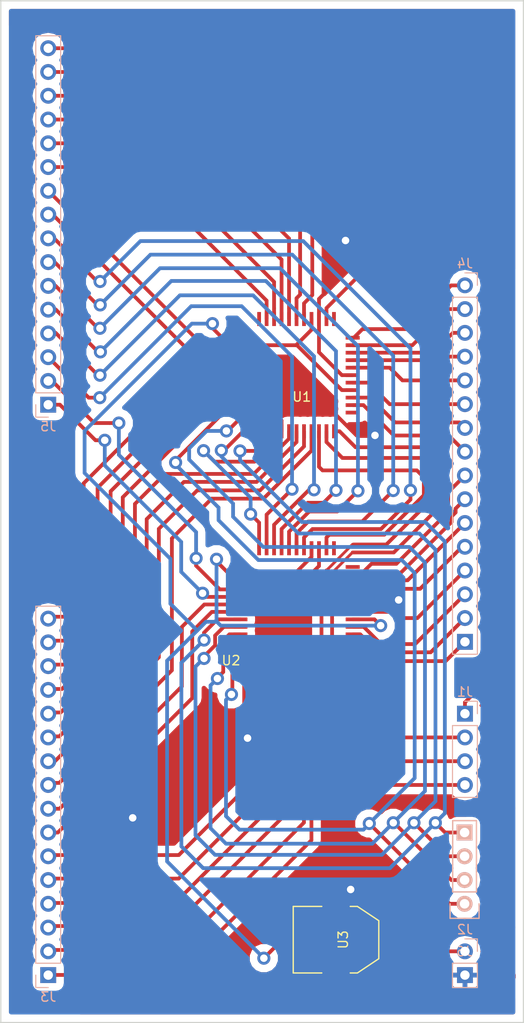
<source format=kicad_pcb>
(kicad_pcb (version 4) (host pcbnew 4.0.2+dfsg1-stable)

  (general
    (links 78)
    (no_connects 1)
    (area 182.804999 30.404999 238.835001 139.775001)
    (thickness 1.6)
    (drawings 15)
    (tracks 598)
    (zones 0)
    (modules 10)
    (nets 72)
  )

  (page A4)
  (layers
    (0 F.Cu signal)
    (31 B.Cu signal)
    (32 B.Adhes user)
    (33 F.Adhes user)
    (34 B.Paste user)
    (35 F.Paste user)
    (36 B.SilkS user)
    (37 F.SilkS user)
    (38 B.Mask user)
    (39 F.Mask user)
    (40 Dwgs.User user)
    (41 Cmts.User user)
    (42 Eco1.User user)
    (43 Eco2.User user)
    (44 Edge.Cuts user)
    (45 Margin user)
    (46 B.CrtYd user)
    (47 F.CrtYd user)
    (48 B.Fab user)
    (49 F.Fab user)
  )

  (setup
    (last_trace_width 0.4)
    (trace_clearance 0.2)
    (zone_clearance 0.8)
    (zone_45_only no)
    (trace_min 0.2)
    (segment_width 0.2)
    (edge_width 0.15)
    (via_size 0.6)
    (via_drill 0.4)
    (via_min_size 0.4)
    (via_min_drill 0.3)
    (uvia_size 0.3)
    (uvia_drill 0.1)
    (uvias_allowed no)
    (uvia_min_size 0.2)
    (uvia_min_drill 0.1)
    (pcb_text_width 0.3)
    (pcb_text_size 1.5 1.5)
    (mod_edge_width 0.15)
    (mod_text_size 1 1)
    (mod_text_width 0.15)
    (pad_size 1.7 1.7)
    (pad_drill 1.016)
    (pad_to_mask_clearance 0.2)
    (aux_axis_origin 0 0)
    (visible_elements FFFFFF7F)
    (pcbplotparams
      (layerselection 0x00030_80000001)
      (usegerberextensions false)
      (excludeedgelayer true)
      (linewidth 0.100000)
      (plotframeref false)
      (viasonmask false)
      (mode 1)
      (useauxorigin false)
      (hpglpennumber 1)
      (hpglpenspeed 20)
      (hpglpendiameter 15)
      (hpglpenoverlay 2)
      (psnegative false)
      (psa4output false)
      (plotreference true)
      (plotvalue true)
      (plotinvisibletext false)
      (padsonsilk false)
      (subtractmaskfromsilk false)
      (outputformat 1)
      (mirror false)
      (drillshape 1)
      (scaleselection 1)
      (outputdirectory ""))
  )

  (net 0 "")
  (net 1 "Net-(J1-Pad1)")
  (net 2 "Net-(J1-Pad2)")
  (net 3 "Net-(J1-Pad3)")
  (net 4 "Net-(J1-Pad4)")
  (net 5 VCC)
  (net 6 GND)
  (net 7 "Net-(J3-Pad1)")
  (net 8 "Net-(J3-Pad2)")
  (net 9 "Net-(J3-Pad3)")
  (net 10 "Net-(J3-Pad4)")
  (net 11 "Net-(J3-Pad5)")
  (net 12 "Net-(J3-Pad6)")
  (net 13 "Net-(J3-Pad7)")
  (net 14 "Net-(J3-Pad8)")
  (net 15 "Net-(J3-Pad9)")
  (net 16 "Net-(J3-Pad10)")
  (net 17 "Net-(J3-Pad11)")
  (net 18 "Net-(J3-Pad12)")
  (net 19 "Net-(J3-Pad13)")
  (net 20 "Net-(J3-Pad14)")
  (net 21 "Net-(J3-Pad15)")
  (net 22 "Net-(J3-Pad16)")
  (net 23 "Net-(J4-Pad1)")
  (net 24 "Net-(J4-Pad2)")
  (net 25 "Net-(J4-Pad3)")
  (net 26 "Net-(J4-Pad4)")
  (net 27 "Net-(J4-Pad5)")
  (net 28 "Net-(J4-Pad6)")
  (net 29 "Net-(J4-Pad7)")
  (net 30 "Net-(J4-Pad8)")
  (net 31 "Net-(J4-Pad9)")
  (net 32 "Net-(J4-Pad10)")
  (net 33 "Net-(J4-Pad11)")
  (net 34 "Net-(J4-Pad12)")
  (net 35 "Net-(J4-Pad13)")
  (net 36 "Net-(J4-Pad14)")
  (net 37 "Net-(J4-Pad15)")
  (net 38 "Net-(J4-Pad16)")
  (net 39 "Net-(J5-Pad1)")
  (net 40 "Net-(J5-Pad2)")
  (net 41 "Net-(J5-Pad3)")
  (net 42 "Net-(J5-Pad4)")
  (net 43 "Net-(J5-Pad5)")
  (net 44 "Net-(J5-Pad6)")
  (net 45 "Net-(J5-Pad7)")
  (net 46 "Net-(J5-Pad8)")
  (net 47 "Net-(J5-Pad9)")
  (net 48 "Net-(J5-Pad10)")
  (net 49 "Net-(J5-Pad11)")
  (net 50 "Net-(J5-Pad12)")
  (net 51 "Net-(J5-Pad13)")
  (net 52 "Net-(J5-Pad14)")
  (net 53 "Net-(J5-Pad15)")
  (net 54 "Net-(J5-Pad16)")
  (net 55 "Net-(U1-Pad34)")
  (net 56 "Net-(U1-Pad23)")
  (net 57 "Net-(U1-Pad12)")
  (net 58 "Net-(U1-Pad9)")
  (net 59 "Net-(U1-Pad3)")
  (net 60 "Net-(U1-Pad33)")
  (net 61 "Net-(U1-Pad36)")
  (net 62 "Net-(U2-Pad34)")
  (net 63 "Net-(U2-Pad23)")
  (net 64 "Net-(U2-Pad1)")
  (net 65 "Net-(U2-Pad22)")
  (net 66 "Net-(U2-Pad36)")
  (net 67 "Net-(J2-Pad1)")
  (net 68 "Net-(J6-Pad1)")
  (net 69 "Net-(J6-Pad2)")
  (net 70 "Net-(J6-Pad3)")
  (net 71 "Net-(J6-Pad4)")

  (net_class Default "This is the default net class."
    (clearance 0.2)
    (trace_width 0.4)
    (via_dia 0.6)
    (via_drill 0.4)
    (uvia_dia 0.3)
    (uvia_drill 0.1)
    (add_net GND)
    (add_net "Net-(J1-Pad1)")
    (add_net "Net-(J1-Pad2)")
    (add_net "Net-(J1-Pad3)")
    (add_net "Net-(J1-Pad4)")
    (add_net "Net-(J2-Pad1)")
    (add_net "Net-(J3-Pad1)")
    (add_net "Net-(J3-Pad10)")
    (add_net "Net-(J3-Pad11)")
    (add_net "Net-(J3-Pad12)")
    (add_net "Net-(J3-Pad13)")
    (add_net "Net-(J3-Pad14)")
    (add_net "Net-(J3-Pad15)")
    (add_net "Net-(J3-Pad16)")
    (add_net "Net-(J3-Pad2)")
    (add_net "Net-(J3-Pad3)")
    (add_net "Net-(J3-Pad4)")
    (add_net "Net-(J3-Pad5)")
    (add_net "Net-(J3-Pad6)")
    (add_net "Net-(J3-Pad7)")
    (add_net "Net-(J3-Pad8)")
    (add_net "Net-(J3-Pad9)")
    (add_net "Net-(J4-Pad1)")
    (add_net "Net-(J4-Pad10)")
    (add_net "Net-(J4-Pad11)")
    (add_net "Net-(J4-Pad12)")
    (add_net "Net-(J4-Pad13)")
    (add_net "Net-(J4-Pad14)")
    (add_net "Net-(J4-Pad15)")
    (add_net "Net-(J4-Pad16)")
    (add_net "Net-(J4-Pad2)")
    (add_net "Net-(J4-Pad3)")
    (add_net "Net-(J4-Pad4)")
    (add_net "Net-(J4-Pad5)")
    (add_net "Net-(J4-Pad6)")
    (add_net "Net-(J4-Pad7)")
    (add_net "Net-(J4-Pad8)")
    (add_net "Net-(J4-Pad9)")
    (add_net "Net-(J5-Pad1)")
    (add_net "Net-(J5-Pad10)")
    (add_net "Net-(J5-Pad11)")
    (add_net "Net-(J5-Pad12)")
    (add_net "Net-(J5-Pad13)")
    (add_net "Net-(J5-Pad14)")
    (add_net "Net-(J5-Pad15)")
    (add_net "Net-(J5-Pad16)")
    (add_net "Net-(J5-Pad2)")
    (add_net "Net-(J5-Pad3)")
    (add_net "Net-(J5-Pad4)")
    (add_net "Net-(J5-Pad5)")
    (add_net "Net-(J5-Pad6)")
    (add_net "Net-(J5-Pad7)")
    (add_net "Net-(J5-Pad8)")
    (add_net "Net-(J5-Pad9)")
    (add_net "Net-(J6-Pad1)")
    (add_net "Net-(J6-Pad2)")
    (add_net "Net-(J6-Pad3)")
    (add_net "Net-(J6-Pad4)")
    (add_net "Net-(U1-Pad12)")
    (add_net "Net-(U1-Pad23)")
    (add_net "Net-(U1-Pad3)")
    (add_net "Net-(U1-Pad33)")
    (add_net "Net-(U1-Pad34)")
    (add_net "Net-(U1-Pad36)")
    (add_net "Net-(U1-Pad9)")
    (add_net "Net-(U2-Pad1)")
    (add_net "Net-(U2-Pad22)")
    (add_net "Net-(U2-Pad23)")
    (add_net "Net-(U2-Pad34)")
    (add_net "Net-(U2-Pad36)")
    (add_net VCC)
  )

  (net_class thick ""
    (clearance 0.2)
    (trace_width 0.4)
    (via_dia 0.6)
    (via_drill 0.4)
    (uvia_dia 0.3)
    (uvia_drill 0.1)
  )

  (module Pin_Headers:Pin_Header_Straight_1x04_Pitch2.54mm (layer B.Cu) (tedit 59650532) (tstamp 5B06CF08)
    (at 232.5 106.68 180)
    (descr "Through hole straight pin header, 1x04, 2.54mm pitch, single row")
    (tags "Through hole pin header THT 1x04 2.54mm single row")
    (path /5AEB1744)
    (fp_text reference J1 (at 0 2.33 180) (layer B.SilkS)
      (effects (font (size 1 1) (thickness 0.15)) (justify mirror))
    )
    (fp_text value Conn_01x04 (at 0 -9.95 180) (layer B.Fab)
      (effects (font (size 1 1) (thickness 0.15)) (justify mirror))
    )
    (fp_line (start -0.635 1.27) (end 1.27 1.27) (layer B.Fab) (width 0.1))
    (fp_line (start 1.27 1.27) (end 1.27 -8.89) (layer B.Fab) (width 0.1))
    (fp_line (start 1.27 -8.89) (end -1.27 -8.89) (layer B.Fab) (width 0.1))
    (fp_line (start -1.27 -8.89) (end -1.27 0.635) (layer B.Fab) (width 0.1))
    (fp_line (start -1.27 0.635) (end -0.635 1.27) (layer B.Fab) (width 0.1))
    (fp_line (start -1.33 -8.95) (end 1.33 -8.95) (layer B.SilkS) (width 0.12))
    (fp_line (start -1.33 -1.27) (end -1.33 -8.95) (layer B.SilkS) (width 0.12))
    (fp_line (start 1.33 -1.27) (end 1.33 -8.95) (layer B.SilkS) (width 0.12))
    (fp_line (start -1.33 -1.27) (end 1.33 -1.27) (layer B.SilkS) (width 0.12))
    (fp_line (start -1.33 0) (end -1.33 1.33) (layer B.SilkS) (width 0.12))
    (fp_line (start -1.33 1.33) (end 0 1.33) (layer B.SilkS) (width 0.12))
    (fp_line (start -1.8 1.8) (end -1.8 -9.4) (layer B.CrtYd) (width 0.05))
    (fp_line (start -1.8 -9.4) (end 1.8 -9.4) (layer B.CrtYd) (width 0.05))
    (fp_line (start 1.8 -9.4) (end 1.8 1.8) (layer B.CrtYd) (width 0.05))
    (fp_line (start 1.8 1.8) (end -1.8 1.8) (layer B.CrtYd) (width 0.05))
    (fp_text user %R (at 0.4 -4.05 450) (layer B.Fab)
      (effects (font (size 1 1) (thickness 0.15)) (justify mirror))
    )
    (pad 1 thru_hole rect (at 0 0 180) (size 1.7 1.7) (drill 1) (layers *.Cu *.Mask)
      (net 1 "Net-(J1-Pad1)"))
    (pad 2 thru_hole oval (at 0 -2.54 180) (size 1.7 1.7) (drill 1) (layers *.Cu *.Mask)
      (net 2 "Net-(J1-Pad2)"))
    (pad 3 thru_hole oval (at 0 -5.08 180) (size 1.7 1.7) (drill 1) (layers *.Cu *.Mask)
      (net 3 "Net-(J1-Pad3)"))
    (pad 4 thru_hole oval (at 0 -7.62 180) (size 1.7 1.7) (drill 1) (layers *.Cu *.Mask)
      (net 4 "Net-(J1-Pad4)"))
    (model ${KISYS3DMOD}/Pin_Headers.3dshapes/Pin_Header_Straight_1x04_Pitch2.54mm.wrl
      (at (xyz 0 0 0))
      (scale (xyz 1 1 1))
      (rotate (xyz 0 0 0))
    )
  )

  (module footprints:XC9572XL-VQ44 (layer F.Cu) (tedit 5AEB4228) (tstamp 5B06CF7A)
    (at 210.5 76.5)
    (path /5B07240B)
    (fp_text reference U1 (at 4.5618 -3.6782) (layer F.SilkS)
      (effects (font (size 1 1) (thickness 0.15)))
    )
    (fp_text value XC9572XL-VQ44 (at 4 2) (layer F.Fab)
      (effects (font (size 1 1) (thickness 0.15)))
    )
    (fp_circle (center 0 -2) (end 0.4 -2.2) (layer F.Adhes) (width 0.15))
    (fp_arc (start 8.5 -1.5) (end 10 -1.5) (angle 90) (layer F.Adhes) (width 0.15))
    (fp_arc (start -0.5 -1.5) (end -0.5 0) (angle 90) (layer F.Adhes) (width 0.15))
    (fp_arc (start -0.5 -10.5) (end -2 -10.5) (angle 90) (layer F.Adhes) (width 0.15))
    (fp_arc (start 8.5 -10.5) (end 8.5 -12) (angle 90) (layer F.Adhes) (width 0.15))
    (pad 34 smd rect (at -2 -10) (size 1.5 0.4) (layers F.Cu F.Paste F.Mask)
      (net 55 "Net-(U1-Pad34)"))
    (pad 23 smd rect (at 8 -12) (size 0.4 1.5) (layers F.Cu F.Paste F.Mask)
      (net 56 "Net-(U1-Pad23)"))
    (pad 12 smd rect (at 10 -2) (size 1.5 0.4) (layers F.Cu F.Paste F.Mask)
      (net 57 "Net-(U1-Pad12)"))
    (pad 11 smd rect (at 8 0) (size 0.4 1.5) (layers F.Cu F.Paste F.Mask)
      (net 2 "Net-(J1-Pad2)"))
    (pad 10 smd rect (at 7.2 0) (size 0.4 1.5) (layers F.Cu F.Paste F.Mask)
      (net 3 "Net-(J1-Pad3)"))
    (pad 9 smd rect (at 6.4 0) (size 0.4 1.5) (layers F.Cu F.Paste F.Mask)
      (net 58 "Net-(U1-Pad9)"))
    (pad 8 smd rect (at 5.6 0) (size 0.4 1.5) (layers F.Cu F.Paste F.Mask)
      (net 15 "Net-(J3-Pad9)"))
    (pad 7 smd rect (at 4.8 0) (size 0.4 1.5) (layers F.Cu F.Paste F.Mask)
      (net 16 "Net-(J3-Pad10)"))
    (pad 6 smd rect (at 4 0) (size 0.4 1.5) (layers F.Cu F.Paste F.Mask)
      (net 17 "Net-(J3-Pad11)"))
    (pad 5 smd rect (at 3.2 0) (size 0.4 1.5) (layers F.Cu F.Paste F.Mask)
      (net 18 "Net-(J3-Pad12)"))
    (pad 4 smd rect (at 2.4 0) (size 0.4 1.5) (layers F.Cu F.Paste F.Mask)
      (net 6 GND))
    (pad 3 smd rect (at 1.6 0) (size 0.4 1.5) (layers F.Cu F.Paste F.Mask)
      (net 59 "Net-(U1-Pad3)"))
    (pad 1 smd rect (at 0 0) (size 0.4 1.5) (layers F.Cu F.Paste F.Mask)
      (net 70 "Net-(J6-Pad3)"))
    (pad 2 smd rect (at 0.8 0) (size 0.4 1.5) (layers F.Cu F.Paste F.Mask)
      (net 71 "Net-(J6-Pad4)"))
    (pad 13 smd rect (at 10 -2.8) (size 1.5 0.4) (layers F.Cu F.Paste F.Mask)
      (net 30 "Net-(J4-Pad8)"))
    (pad 14 smd rect (at 10 -3.6) (size 1.5 0.4) (layers F.Cu F.Paste F.Mask)
      (net 29 "Net-(J4-Pad7)"))
    (pad 15 smd rect (at 10 -4.4) (size 1.5 0.4) (layers F.Cu F.Paste F.Mask)
      (net 5 VCC))
    (pad 16 smd rect (at 10 -5.2) (size 1.5 0.4) (layers F.Cu F.Paste F.Mask)
      (net 28 "Net-(J4-Pad6)"))
    (pad 17 smd rect (at 10 -6) (size 1.5 0.4) (layers F.Cu F.Paste F.Mask)
      (net 6 GND))
    (pad 18 smd rect (at 10 -6.8) (size 1.5 0.4) (layers F.Cu F.Paste F.Mask)
      (net 27 "Net-(J4-Pad5)"))
    (pad 19 smd rect (at 10 -7.6) (size 1.5 0.4) (layers F.Cu F.Paste F.Mask)
      (net 26 "Net-(J4-Pad4)"))
    (pad 20 smd rect (at 10 -8.4) (size 1.5 0.4) (layers F.Cu F.Paste F.Mask)
      (net 25 "Net-(J4-Pad3)"))
    (pad 21 smd rect (at 10 -9.2) (size 1.5 0.4) (layers F.Cu F.Paste F.Mask)
      (net 24 "Net-(J4-Pad2)"))
    (pad 22 smd rect (at 10 -10) (size 1.5 0.4) (layers F.Cu F.Paste F.Mask)
      (net 23 "Net-(J4-Pad1)"))
    (pad 24 smd rect (at 7.2 -12) (size 0.4 1.5) (layers F.Cu F.Paste F.Mask)
      (net 1 "Net-(J1-Pad1)"))
    (pad 25 smd rect (at 6.4 -12) (size 0.4 1.5) (layers F.Cu F.Paste F.Mask)
      (net 6 GND))
    (pad 26 smd rect (at 5.6 -12) (size 0.4 1.5) (layers F.Cu F.Paste F.Mask)
      (net 5 VCC))
    (pad 27 smd rect (at 4.8 -12) (size 0.4 1.5) (layers F.Cu F.Paste F.Mask)
      (net 54 "Net-(J5-Pad16)"))
    (pad 28 smd rect (at 4 -12) (size 0.4 1.5) (layers F.Cu F.Paste F.Mask)
      (net 53 "Net-(J5-Pad15)"))
    (pad 29 smd rect (at 3.2 -12) (size 0.4 1.5) (layers F.Cu F.Paste F.Mask)
      (net 52 "Net-(J5-Pad14)"))
    (pad 30 smd rect (at 2.4 -12) (size 0.4 1.5) (layers F.Cu F.Paste F.Mask)
      (net 51 "Net-(J5-Pad13)"))
    (pad 31 smd rect (at 1.6 -12) (size 0.4 1.5) (layers F.Cu F.Paste F.Mask)
      (net 50 "Net-(J5-Pad12)"))
    (pad 32 smd rect (at 0.8 -12) (size 0.4 1.5) (layers F.Cu F.Paste F.Mask)
      (net 49 "Net-(J5-Pad11)"))
    (pad 33 smd rect (at 0 -12) (size 0.4 1.5) (layers F.Cu F.Paste F.Mask)
      (net 60 "Net-(U1-Pad33)"))
    (pad 35 smd rect (at -2 -9.2) (size 1.5 0.4) (layers F.Cu F.Paste F.Mask)
      (net 5 VCC))
    (pad 36 smd rect (at -2 -8.4) (size 1.5 0.4) (layers F.Cu F.Paste F.Mask)
      (net 61 "Net-(U1-Pad36)"))
    (pad 37 smd rect (at -2 -7.6) (size 1.5 0.4) (layers F.Cu F.Paste F.Mask)
      (net 48 "Net-(J5-Pad10)"))
    (pad 38 smd rect (at -2 -6.8) (size 1.5 0.4) (layers F.Cu F.Paste F.Mask)
      (net 47 "Net-(J5-Pad9)"))
    (pad 39 smd rect (at -2 -6) (size 1.5 0.4) (layers F.Cu F.Paste F.Mask)
      (net 22 "Net-(J3-Pad16)"))
    (pad 40 smd rect (at -2 -5.2) (size 1.5 0.4) (layers F.Cu F.Paste F.Mask)
      (net 21 "Net-(J3-Pad15)"))
    (pad 41 smd rect (at -2 -4.4) (size 1.5 0.4) (layers F.Cu F.Paste F.Mask)
      (net 20 "Net-(J3-Pad14)"))
    (pad 42 smd rect (at -2 -3.6) (size 1.5 0.4) (layers F.Cu F.Paste F.Mask)
      (net 19 "Net-(J3-Pad13)"))
    (pad 43 smd rect (at -2 -2.8) (size 1.5 0.4) (layers F.Cu F.Paste F.Mask)
      (net 68 "Net-(J6-Pad1)"))
    (pad 44 smd rect (at -2 -2) (size 1.5 0.4) (layers F.Cu F.Paste F.Mask)
      (net 69 "Net-(J6-Pad2)"))
  )

  (module footprints:XC9572XL-VQ44 (layer F.Cu) (tedit 5AEB4228) (tstamp 5B06CFAA)
    (at 210.5 101)
    (path /5B07250D)
    (fp_text reference U2 (at -3 0) (layer F.SilkS)
      (effects (font (size 1 1) (thickness 0.15)))
    )
    (fp_text value XC9572XL-VQ44 (at 4 2) (layer F.Fab)
      (effects (font (size 1 1) (thickness 0.15)))
    )
    (fp_circle (center 0 -2) (end 0.4 -2.2) (layer F.Adhes) (width 0.15))
    (fp_arc (start 8.5 -1.5) (end 10 -1.5) (angle 90) (layer F.Adhes) (width 0.15))
    (fp_arc (start -0.5 -1.5) (end -0.5 0) (angle 90) (layer F.Adhes) (width 0.15))
    (fp_arc (start -0.5 -10.5) (end -2 -10.5) (angle 90) (layer F.Adhes) (width 0.15))
    (fp_arc (start 8.5 -10.5) (end 8.5 -12) (angle 90) (layer F.Adhes) (width 0.15))
    (pad 34 smd rect (at -2 -10) (size 1.5 0.4) (layers F.Cu F.Paste F.Mask)
      (net 62 "Net-(U2-Pad34)"))
    (pad 23 smd rect (at 8 -12) (size 0.4 1.5) (layers F.Cu F.Paste F.Mask)
      (net 63 "Net-(U2-Pad23)"))
    (pad 12 smd rect (at 10 -2) (size 1.5 0.4) (layers F.Cu F.Paste F.Mask)
      (net 38 "Net-(J4-Pad16)"))
    (pad 11 smd rect (at 8 0) (size 0.4 1.5) (layers F.Cu F.Paste F.Mask)
      (net 2 "Net-(J1-Pad2)"))
    (pad 10 smd rect (at 7.2 0) (size 0.4 1.5) (layers F.Cu F.Paste F.Mask)
      (net 3 "Net-(J1-Pad3)"))
    (pad 9 smd rect (at 6.4 0) (size 0.4 1.5) (layers F.Cu F.Paste F.Mask)
      (net 4 "Net-(J1-Pad4)"))
    (pad 8 smd rect (at 5.6 0) (size 0.4 1.5) (layers F.Cu F.Paste F.Mask)
      (net 7 "Net-(J3-Pad1)"))
    (pad 7 smd rect (at 4.8 0) (size 0.4 1.5) (layers F.Cu F.Paste F.Mask)
      (net 8 "Net-(J3-Pad2)"))
    (pad 6 smd rect (at 4 0) (size 0.4 1.5) (layers F.Cu F.Paste F.Mask)
      (net 9 "Net-(J3-Pad3)"))
    (pad 5 smd rect (at 3.2 0) (size 0.4 1.5) (layers F.Cu F.Paste F.Mask)
      (net 10 "Net-(J3-Pad4)"))
    (pad 4 smd rect (at 2.4 0) (size 0.4 1.5) (layers F.Cu F.Paste F.Mask)
      (net 6 GND))
    (pad 3 smd rect (at 1.6 0) (size 0.4 1.5) (layers F.Cu F.Paste F.Mask)
      (net 11 "Net-(J3-Pad5)"))
    (pad 1 smd rect (at 0 0) (size 0.4 1.5) (layers F.Cu F.Paste F.Mask)
      (net 64 "Net-(U2-Pad1)"))
    (pad 2 smd rect (at 0.8 0) (size 0.4 1.5) (layers F.Cu F.Paste F.Mask)
      (net 12 "Net-(J3-Pad6)"))
    (pad 13 smd rect (at 10 -2.8) (size 1.5 0.4) (layers F.Cu F.Paste F.Mask)
      (net 37 "Net-(J4-Pad15)"))
    (pad 14 smd rect (at 10 -3.6) (size 1.5 0.4) (layers F.Cu F.Paste F.Mask)
      (net 36 "Net-(J4-Pad14)"))
    (pad 15 smd rect (at 10 -4.4) (size 1.5 0.4) (layers F.Cu F.Paste F.Mask)
      (net 5 VCC))
    (pad 16 smd rect (at 10 -5.2) (size 1.5 0.4) (layers F.Cu F.Paste F.Mask)
      (net 35 "Net-(J4-Pad13)"))
    (pad 17 smd rect (at 10 -6) (size 1.5 0.4) (layers F.Cu F.Paste F.Mask)
      (net 6 GND))
    (pad 18 smd rect (at 10 -6.8) (size 1.5 0.4) (layers F.Cu F.Paste F.Mask)
      (net 34 "Net-(J4-Pad12)"))
    (pad 19 smd rect (at 10 -7.6) (size 1.5 0.4) (layers F.Cu F.Paste F.Mask)
      (net 33 "Net-(J4-Pad11)"))
    (pad 20 smd rect (at 10 -8.4) (size 1.5 0.4) (layers F.Cu F.Paste F.Mask)
      (net 32 "Net-(J4-Pad10)"))
    (pad 21 smd rect (at 10 -9.2) (size 1.5 0.4) (layers F.Cu F.Paste F.Mask)
      (net 31 "Net-(J4-Pad9)"))
    (pad 22 smd rect (at 10 -10) (size 1.5 0.4) (layers F.Cu F.Paste F.Mask)
      (net 65 "Net-(U2-Pad22)"))
    (pad 24 smd rect (at 7.2 -12) (size 0.4 1.5) (layers F.Cu F.Paste F.Mask)
      (net 58 "Net-(U1-Pad9)"))
    (pad 25 smd rect (at 6.4 -12) (size 0.4 1.5) (layers F.Cu F.Paste F.Mask)
      (net 6 GND))
    (pad 26 smd rect (at 5.6 -12) (size 0.4 1.5) (layers F.Cu F.Paste F.Mask)
      (net 5 VCC))
    (pad 27 smd rect (at 4.8 -12) (size 0.4 1.5) (layers F.Cu F.Paste F.Mask)
      (net 46 "Net-(J5-Pad8)"))
    (pad 28 smd rect (at 4 -12) (size 0.4 1.5) (layers F.Cu F.Paste F.Mask)
      (net 45 "Net-(J5-Pad7)"))
    (pad 29 smd rect (at 3.2 -12) (size 0.4 1.5) (layers F.Cu F.Paste F.Mask)
      (net 44 "Net-(J5-Pad6)"))
    (pad 30 smd rect (at 2.4 -12) (size 0.4 1.5) (layers F.Cu F.Paste F.Mask)
      (net 43 "Net-(J5-Pad5)"))
    (pad 31 smd rect (at 1.6 -12) (size 0.4 1.5) (layers F.Cu F.Paste F.Mask)
      (net 42 "Net-(J5-Pad4)"))
    (pad 32 smd rect (at 0.8 -12) (size 0.4 1.5) (layers F.Cu F.Paste F.Mask)
      (net 41 "Net-(J5-Pad3)"))
    (pad 33 smd rect (at 0 -12) (size 0.4 1.5) (layers F.Cu F.Paste F.Mask)
      (net 59 "Net-(U1-Pad3)"))
    (pad 35 smd rect (at -2 -9.2) (size 1.5 0.4) (layers F.Cu F.Paste F.Mask)
      (net 5 VCC))
    (pad 36 smd rect (at -2 -8.4) (size 1.5 0.4) (layers F.Cu F.Paste F.Mask)
      (net 66 "Net-(U2-Pad36)"))
    (pad 37 smd rect (at -2 -7.6) (size 1.5 0.4) (layers F.Cu F.Paste F.Mask)
      (net 40 "Net-(J5-Pad2)"))
    (pad 38 smd rect (at -2 -6.8) (size 1.5 0.4) (layers F.Cu F.Paste F.Mask)
      (net 39 "Net-(J5-Pad1)"))
    (pad 39 smd rect (at -2 -6) (size 1.5 0.4) (layers F.Cu F.Paste F.Mask)
      (net 14 "Net-(J3-Pad8)"))
    (pad 40 smd rect (at -2 -5.2) (size 1.5 0.4) (layers F.Cu F.Paste F.Mask)
      (net 13 "Net-(J3-Pad7)"))
    (pad 41 smd rect (at -2 -4.4) (size 1.5 0.4) (layers F.Cu F.Paste F.Mask)
      (net 71 "Net-(J6-Pad4)"))
    (pad 42 smd rect (at -2 -3.6) (size 1.5 0.4) (layers F.Cu F.Paste F.Mask)
      (net 70 "Net-(J6-Pad3)"))
    (pad 43 smd rect (at -2 -2.8) (size 1.5 0.4) (layers F.Cu F.Paste F.Mask)
      (net 69 "Net-(J6-Pad2)"))
    (pad 44 smd rect (at -2 -2) (size 1.5 0.4) (layers F.Cu F.Paste F.Mask)
      (net 68 "Net-(J6-Pad1)"))
  )

  (module Pin_Headers:Pin_Header_Straight_1x02_Pitch2.54mm (layer B.Cu) (tedit 5B2BB472) (tstamp 5B0FFD1A)
    (at 232.5 132.08 180)
    (descr "Through hole straight pin header, 1x02, 2.54mm pitch, single row")
    (tags "Through hole pin header THT 1x02 2.54mm single row")
    (path /5AEB171D)
    (fp_text reference J2 (at 0 2.33 180) (layer B.SilkS)
      (effects (font (size 1 1) (thickness 0.15)) (justify mirror))
    )
    (fp_text value Conn_01x02 (at 0 -4.87 180) (layer B.Fab)
      (effects (font (size 1 1) (thickness 0.15)) (justify mirror))
    )
    (fp_line (start -0.635 1.27) (end 1.27 1.27) (layer B.Fab) (width 0.1))
    (fp_line (start 1.27 1.27) (end 1.27 -3.81) (layer B.Fab) (width 0.1))
    (fp_line (start 1.27 -3.81) (end -1.27 -3.81) (layer B.Fab) (width 0.1))
    (fp_line (start -1.27 -3.81) (end -1.27 0.635) (layer B.Fab) (width 0.1))
    (fp_line (start -1.27 0.635) (end -0.635 1.27) (layer B.Fab) (width 0.1))
    (fp_line (start -1.33 -3.87) (end 1.33 -3.87) (layer B.SilkS) (width 0.12))
    (fp_line (start -1.33 -1.27) (end -1.33 -3.87) (layer B.SilkS) (width 0.12))
    (fp_line (start 1.33 -1.27) (end 1.33 -3.87) (layer B.SilkS) (width 0.12))
    (fp_line (start -1.33 -1.27) (end 1.33 -1.27) (layer B.SilkS) (width 0.12))
    (fp_line (start -1.33 0) (end -1.33 1.33) (layer B.SilkS) (width 0.12))
    (fp_line (start -1.33 1.33) (end 0 1.33) (layer B.SilkS) (width 0.12))
    (fp_line (start -1.8 1.8) (end -1.8 -4.35) (layer B.CrtYd) (width 0.05))
    (fp_line (start -1.8 -4.35) (end 1.8 -4.35) (layer B.CrtYd) (width 0.05))
    (fp_line (start 1.8 -4.35) (end 1.8 1.8) (layer B.CrtYd) (width 0.05))
    (fp_line (start 1.8 1.8) (end -1.8 1.8) (layer B.CrtYd) (width 0.05))
    (fp_text user %R (at 0 0 450) (layer B.Fab)
      (effects (font (size 1 1) (thickness 0.15)) (justify mirror))
    )
    (pad 1 thru_hole oval (at 0 0 180) (size 1.7 1.7) (drill 1) (layers *.Cu *.Mask)
      (net 67 "Net-(J2-Pad1)"))
    (pad 2 thru_hole rect (at 0 -2.54 180) (size 1.7 1.7) (drill 1) (layers *.Cu *.Mask)
      (net 6 GND))
    (model ${KISYS3DMOD}/Pin_Headers.3dshapes/Pin_Header_Straight_1x02_Pitch2.54mm.wrl
      (at (xyz 0 0 0))
      (scale (xyz 1 1 1))
      (rotate (xyz 0 0 0))
    )
  )

  (module Pin_Headers:Pin_Header_Straight_1x16_Pitch2.54mm (layer B.Cu) (tedit 59650532) (tstamp 5B0FFD1F)
    (at 187.96 134.62)
    (descr "Through hole straight pin header, 1x16, 2.54mm pitch, single row")
    (tags "Through hole pin header THT 1x16 2.54mm single row")
    (path /5AEB13CF)
    (fp_text reference J3 (at 0 2.33) (layer B.SilkS)
      (effects (font (size 1 1) (thickness 0.15)) (justify mirror))
    )
    (fp_text value Conn_01x16 (at 0 -40.43) (layer B.Fab)
      (effects (font (size 1 1) (thickness 0.15)) (justify mirror))
    )
    (fp_line (start -0.635 1.27) (end 1.27 1.27) (layer B.Fab) (width 0.1))
    (fp_line (start 1.27 1.27) (end 1.27 -39.37) (layer B.Fab) (width 0.1))
    (fp_line (start 1.27 -39.37) (end -1.27 -39.37) (layer B.Fab) (width 0.1))
    (fp_line (start -1.27 -39.37) (end -1.27 0.635) (layer B.Fab) (width 0.1))
    (fp_line (start -1.27 0.635) (end -0.635 1.27) (layer B.Fab) (width 0.1))
    (fp_line (start -1.33 -39.43) (end 1.33 -39.43) (layer B.SilkS) (width 0.12))
    (fp_line (start -1.33 -1.27) (end -1.33 -39.43) (layer B.SilkS) (width 0.12))
    (fp_line (start 1.33 -1.27) (end 1.33 -39.43) (layer B.SilkS) (width 0.12))
    (fp_line (start -1.33 -1.27) (end 1.33 -1.27) (layer B.SilkS) (width 0.12))
    (fp_line (start -1.33 0) (end -1.33 1.33) (layer B.SilkS) (width 0.12))
    (fp_line (start -1.33 1.33) (end 0 1.33) (layer B.SilkS) (width 0.12))
    (fp_line (start -1.8 1.8) (end -1.8 -39.9) (layer B.CrtYd) (width 0.05))
    (fp_line (start -1.8 -39.9) (end 1.8 -39.9) (layer B.CrtYd) (width 0.05))
    (fp_line (start 1.8 -39.9) (end 1.8 1.8) (layer B.CrtYd) (width 0.05))
    (fp_line (start 1.8 1.8) (end -1.8 1.8) (layer B.CrtYd) (width 0.05))
    (fp_text user %R (at 0 -19.05 270) (layer B.Fab)
      (effects (font (size 1 1) (thickness 0.15)) (justify mirror))
    )
    (pad 1 thru_hole rect (at 0 0) (size 1.7 1.7) (drill 1) (layers *.Cu *.Mask)
      (net 7 "Net-(J3-Pad1)"))
    (pad 2 thru_hole oval (at 0 -2.54) (size 1.7 1.7) (drill 1) (layers *.Cu *.Mask)
      (net 8 "Net-(J3-Pad2)"))
    (pad 3 thru_hole oval (at 0 -5.08) (size 1.7 1.7) (drill 1) (layers *.Cu *.Mask)
      (net 9 "Net-(J3-Pad3)"))
    (pad 4 thru_hole oval (at 0 -7.62) (size 1.7 1.7) (drill 1) (layers *.Cu *.Mask)
      (net 10 "Net-(J3-Pad4)"))
    (pad 5 thru_hole oval (at 0 -10.16) (size 1.7 1.7) (drill 1) (layers *.Cu *.Mask)
      (net 11 "Net-(J3-Pad5)"))
    (pad 6 thru_hole oval (at 0 -12.7) (size 1.7 1.7) (drill 1) (layers *.Cu *.Mask)
      (net 12 "Net-(J3-Pad6)"))
    (pad 7 thru_hole oval (at 0 -15.24) (size 1.7 1.7) (drill 1) (layers *.Cu *.Mask)
      (net 13 "Net-(J3-Pad7)"))
    (pad 8 thru_hole oval (at 0 -17.78) (size 1.7 1.7) (drill 1) (layers *.Cu *.Mask)
      (net 14 "Net-(J3-Pad8)"))
    (pad 9 thru_hole oval (at 0 -20.32) (size 1.7 1.7) (drill 1) (layers *.Cu *.Mask)
      (net 15 "Net-(J3-Pad9)"))
    (pad 10 thru_hole oval (at 0 -22.86) (size 1.7 1.7) (drill 1) (layers *.Cu *.Mask)
      (net 16 "Net-(J3-Pad10)"))
    (pad 11 thru_hole oval (at 0 -25.4) (size 1.7 1.7) (drill 1) (layers *.Cu *.Mask)
      (net 17 "Net-(J3-Pad11)"))
    (pad 12 thru_hole oval (at 0 -27.94) (size 1.7 1.7) (drill 1) (layers *.Cu *.Mask)
      (net 18 "Net-(J3-Pad12)"))
    (pad 13 thru_hole oval (at 0 -30.48) (size 1.7 1.7) (drill 1) (layers *.Cu *.Mask)
      (net 19 "Net-(J3-Pad13)"))
    (pad 14 thru_hole oval (at 0 -33.02) (size 1.7 1.7) (drill 1) (layers *.Cu *.Mask)
      (net 20 "Net-(J3-Pad14)"))
    (pad 15 thru_hole oval (at 0 -35.56) (size 1.7 1.7) (drill 1) (layers *.Cu *.Mask)
      (net 21 "Net-(J3-Pad15)"))
    (pad 16 thru_hole oval (at 0 -38.1) (size 1.7 1.7) (drill 1) (layers *.Cu *.Mask)
      (net 22 "Net-(J3-Pad16)"))
    (model ${KISYS3DMOD}/Pin_Headers.3dshapes/Pin_Header_Straight_1x16_Pitch2.54mm.wrl
      (at (xyz 0 0 0))
      (scale (xyz 1 1 1))
      (rotate (xyz 0 0 0))
    )
  )

  (module Pin_Headers:Pin_Header_Straight_1x16_Pitch2.54mm (layer B.Cu) (tedit 5B2BC0AC) (tstamp 5B0FFD32)
    (at 232.5 60.9 180)
    (descr "Through hole straight pin header, 1x16, 2.54mm pitch, single row")
    (tags "Through hole pin header THT 1x16 2.54mm single row")
    (path /5AEB13AD)
    (fp_text reference J4 (at 0 2.33 180) (layer B.SilkS)
      (effects (font (size 1 1) (thickness 0.15)) (justify mirror))
    )
    (fp_text value Conn_01x16 (at -1.233 4.131 180) (layer B.Fab)
      (effects (font (size 1 1) (thickness 0.15)) (justify mirror))
    )
    (fp_line (start -0.635 1.27) (end 1.27 1.27) (layer B.Fab) (width 0.1))
    (fp_line (start 1.27 1.27) (end 1.27 -39.37) (layer B.Fab) (width 0.1))
    (fp_line (start 1.27 -39.37) (end -1.27 -39.37) (layer B.Fab) (width 0.1))
    (fp_line (start -1.27 -39.37) (end -1.27 0.635) (layer B.Fab) (width 0.1))
    (fp_line (start -1.27 0.635) (end -0.635 1.27) (layer B.Fab) (width 0.1))
    (fp_line (start -1.33 -39.43) (end 1.33 -39.43) (layer B.SilkS) (width 0.12))
    (fp_line (start -1.33 -1.27) (end -1.33 -39.43) (layer B.SilkS) (width 0.12))
    (fp_line (start 1.33 -1.27) (end 1.33 -39.43) (layer B.SilkS) (width 0.12))
    (fp_line (start -1.33 -1.27) (end 1.33 -1.27) (layer B.SilkS) (width 0.12))
    (fp_line (start -1.33 0) (end -1.33 1.33) (layer B.SilkS) (width 0.12))
    (fp_line (start -1.33 1.33) (end 0 1.33) (layer B.SilkS) (width 0.12))
    (fp_line (start -1.8 1.8) (end -1.8 -39.9) (layer B.CrtYd) (width 0.05))
    (fp_line (start -1.8 -39.9) (end 1.8 -39.9) (layer B.CrtYd) (width 0.05))
    (fp_line (start 1.8 -39.9) (end 1.8 1.8) (layer B.CrtYd) (width 0.05))
    (fp_line (start 1.8 1.8) (end -1.8 1.8) (layer B.CrtYd) (width 0.05))
    (fp_text user %R (at 0 -19.05 450) (layer B.Fab)
      (effects (font (size 1 1) (thickness 0.15)) (justify mirror))
    )
    (pad 1 thru_hole oval (at 0 0 180) (size 1.7 1.7) (drill 1) (layers *.Cu *.Mask)
      (net 23 "Net-(J4-Pad1)"))
    (pad 2 thru_hole oval (at 0 -2.54 180) (size 1.7 1.7) (drill 1) (layers *.Cu *.Mask)
      (net 24 "Net-(J4-Pad2)"))
    (pad 3 thru_hole oval (at 0 -5.08 180) (size 1.7 1.7) (drill 1) (layers *.Cu *.Mask)
      (net 25 "Net-(J4-Pad3)"))
    (pad 4 thru_hole oval (at 0 -7.62 180) (size 1.7 1.7) (drill 1) (layers *.Cu *.Mask)
      (net 26 "Net-(J4-Pad4)"))
    (pad 5 thru_hole oval (at 0 -10.16 180) (size 1.7 1.7) (drill 1) (layers *.Cu *.Mask)
      (net 27 "Net-(J4-Pad5)"))
    (pad 6 thru_hole oval (at 0 -12.7 180) (size 1.7 1.7) (drill 1) (layers *.Cu *.Mask)
      (net 28 "Net-(J4-Pad6)"))
    (pad 7 thru_hole oval (at 0 -15.24 180) (size 1.7 1.7) (drill 1) (layers *.Cu *.Mask)
      (net 29 "Net-(J4-Pad7)"))
    (pad 8 thru_hole oval (at 0 -17.78 180) (size 1.7 1.7) (drill 1) (layers *.Cu *.Mask)
      (net 30 "Net-(J4-Pad8)"))
    (pad 9 thru_hole oval (at 0 -20.32 180) (size 1.7 1.7) (drill 1) (layers *.Cu *.Mask)
      (net 31 "Net-(J4-Pad9)"))
    (pad 10 thru_hole oval (at 0 -22.86 180) (size 1.7 1.7) (drill 1) (layers *.Cu *.Mask)
      (net 32 "Net-(J4-Pad10)"))
    (pad 11 thru_hole oval (at 0 -25.4 180) (size 1.7 1.7) (drill 1) (layers *.Cu *.Mask)
      (net 33 "Net-(J4-Pad11)"))
    (pad 12 thru_hole oval (at 0 -27.94 180) (size 1.7 1.7) (drill 1) (layers *.Cu *.Mask)
      (net 34 "Net-(J4-Pad12)"))
    (pad 13 thru_hole oval (at 0 -30.48 180) (size 1.7 1.7) (drill 1) (layers *.Cu *.Mask)
      (net 35 "Net-(J4-Pad13)"))
    (pad 14 thru_hole oval (at 0 -33.02 180) (size 1.7 1.7) (drill 1) (layers *.Cu *.Mask)
      (net 36 "Net-(J4-Pad14)"))
    (pad 15 thru_hole oval (at 0 -35.56 180) (size 1.7 1.7) (drill 1) (layers *.Cu *.Mask)
      (net 37 "Net-(J4-Pad15)"))
    (pad 16 thru_hole rect (at 0 -38.1 180) (size 1.7 1.7) (drill 1) (layers *.Cu *.Mask)
      (net 38 "Net-(J4-Pad16)"))
    (model ${KISYS3DMOD}/Pin_Headers.3dshapes/Pin_Header_Straight_1x16_Pitch2.54mm.wrl
      (at (xyz 0 0 0))
      (scale (xyz 1 1 1))
      (rotate (xyz 0 0 0))
    )
  )

  (module Pin_Headers:Pin_Header_Straight_1x16_Pitch2.54mm (layer B.Cu) (tedit 59650532) (tstamp 5B0FFD45)
    (at 187.96 73.66)
    (descr "Through hole straight pin header, 1x16, 2.54mm pitch, single row")
    (tags "Through hole pin header THT 1x16 2.54mm single row")
    (path /5AEB143D)
    (fp_text reference J5 (at 0 2.33) (layer B.SilkS)
      (effects (font (size 1 1) (thickness 0.15)) (justify mirror))
    )
    (fp_text value Conn_01x16 (at 0 -40.43) (layer B.Fab)
      (effects (font (size 1 1) (thickness 0.15)) (justify mirror))
    )
    (fp_line (start -0.635 1.27) (end 1.27 1.27) (layer B.Fab) (width 0.1))
    (fp_line (start 1.27 1.27) (end 1.27 -39.37) (layer B.Fab) (width 0.1))
    (fp_line (start 1.27 -39.37) (end -1.27 -39.37) (layer B.Fab) (width 0.1))
    (fp_line (start -1.27 -39.37) (end -1.27 0.635) (layer B.Fab) (width 0.1))
    (fp_line (start -1.27 0.635) (end -0.635 1.27) (layer B.Fab) (width 0.1))
    (fp_line (start -1.33 -39.43) (end 1.33 -39.43) (layer B.SilkS) (width 0.12))
    (fp_line (start -1.33 -1.27) (end -1.33 -39.43) (layer B.SilkS) (width 0.12))
    (fp_line (start 1.33 -1.27) (end 1.33 -39.43) (layer B.SilkS) (width 0.12))
    (fp_line (start -1.33 -1.27) (end 1.33 -1.27) (layer B.SilkS) (width 0.12))
    (fp_line (start -1.33 0) (end -1.33 1.33) (layer B.SilkS) (width 0.12))
    (fp_line (start -1.33 1.33) (end 0 1.33) (layer B.SilkS) (width 0.12))
    (fp_line (start -1.8 1.8) (end -1.8 -39.9) (layer B.CrtYd) (width 0.05))
    (fp_line (start -1.8 -39.9) (end 1.8 -39.9) (layer B.CrtYd) (width 0.05))
    (fp_line (start 1.8 -39.9) (end 1.8 1.8) (layer B.CrtYd) (width 0.05))
    (fp_line (start 1.8 1.8) (end -1.8 1.8) (layer B.CrtYd) (width 0.05))
    (fp_text user %R (at 0 -19.05 270) (layer B.Fab)
      (effects (font (size 1 1) (thickness 0.15)) (justify mirror))
    )
    (pad 1 thru_hole rect (at 0 0) (size 1.7 1.7) (drill 1) (layers *.Cu *.Mask)
      (net 39 "Net-(J5-Pad1)"))
    (pad 2 thru_hole oval (at 0 -2.54) (size 1.7 1.7) (drill 1) (layers *.Cu *.Mask)
      (net 40 "Net-(J5-Pad2)"))
    (pad 3 thru_hole oval (at 0 -5.08) (size 1.7 1.7) (drill 1) (layers *.Cu *.Mask)
      (net 41 "Net-(J5-Pad3)"))
    (pad 4 thru_hole oval (at 0 -7.62) (size 1.7 1.7) (drill 1) (layers *.Cu *.Mask)
      (net 42 "Net-(J5-Pad4)"))
    (pad 5 thru_hole oval (at 0 -10.16) (size 1.7 1.7) (drill 1) (layers *.Cu *.Mask)
      (net 43 "Net-(J5-Pad5)"))
    (pad 6 thru_hole oval (at 0 -12.7) (size 1.7 1.7) (drill 1) (layers *.Cu *.Mask)
      (net 44 "Net-(J5-Pad6)"))
    (pad 7 thru_hole oval (at 0 -15.24) (size 1.7 1.7) (drill 1) (layers *.Cu *.Mask)
      (net 45 "Net-(J5-Pad7)"))
    (pad 8 thru_hole oval (at 0 -17.78) (size 1.7 1.7) (drill 1) (layers *.Cu *.Mask)
      (net 46 "Net-(J5-Pad8)"))
    (pad 9 thru_hole oval (at 0 -20.32) (size 1.7 1.7) (drill 1) (layers *.Cu *.Mask)
      (net 47 "Net-(J5-Pad9)"))
    (pad 10 thru_hole oval (at 0 -22.86) (size 1.7 1.7) (drill 1) (layers *.Cu *.Mask)
      (net 48 "Net-(J5-Pad10)"))
    (pad 11 thru_hole oval (at 0 -25.4) (size 1.7 1.7) (drill 1) (layers *.Cu *.Mask)
      (net 49 "Net-(J5-Pad11)"))
    (pad 12 thru_hole oval (at 0 -27.94) (size 1.7 1.7) (drill 1) (layers *.Cu *.Mask)
      (net 50 "Net-(J5-Pad12)"))
    (pad 13 thru_hole oval (at 0 -30.48) (size 1.7 1.7) (drill 1) (layers *.Cu *.Mask)
      (net 51 "Net-(J5-Pad13)"))
    (pad 14 thru_hole oval (at 0 -33.02) (size 1.7 1.7) (drill 1) (layers *.Cu *.Mask)
      (net 52 "Net-(J5-Pad14)"))
    (pad 15 thru_hole oval (at 0 -35.56) (size 1.7 1.7) (drill 1) (layers *.Cu *.Mask)
      (net 53 "Net-(J5-Pad15)"))
    (pad 16 thru_hole oval (at 0 -38.1) (size 1.7 1.7) (drill 1) (layers *.Cu *.Mask)
      (net 54 "Net-(J5-Pad16)"))
    (model ${KISYS3DMOD}/Pin_Headers.3dshapes/Pin_Header_Straight_1x16_Pitch2.54mm.wrl
      (at (xyz 0 0 0))
      (scale (xyz 1 1 1))
      (rotate (xyz 0 0 0))
    )
  )

  (module TO_SOT_Packages_SMD:SOT-223 (layer F.Cu) (tedit 0) (tstamp 5B2BB30C)
    (at 218.7194 130.8354 270)
    (descr "module CMS SOT223 4 pins")
    (tags "CMS SOT")
    (path /5B2BB004)
    (attr smd)
    (fp_text reference U3 (at 0 -0.762 270) (layer F.SilkS)
      (effects (font (size 1 1) (thickness 0.15)))
    )
    (fp_text value AP1117D33 (at 0 0.762 270) (layer F.Fab)
      (effects (font (size 1 1) (thickness 0.15)))
    )
    (fp_line (start -3.556 1.524) (end -3.556 4.572) (layer F.SilkS) (width 0.15))
    (fp_line (start -3.556 4.572) (end 3.556 4.572) (layer F.SilkS) (width 0.15))
    (fp_line (start 3.556 4.572) (end 3.556 1.524) (layer F.SilkS) (width 0.15))
    (fp_line (start -3.556 -1.524) (end -3.556 -2.286) (layer F.SilkS) (width 0.15))
    (fp_line (start -3.556 -2.286) (end -2.032 -4.572) (layer F.SilkS) (width 0.15))
    (fp_line (start -2.032 -4.572) (end 2.032 -4.572) (layer F.SilkS) (width 0.15))
    (fp_line (start 2.032 -4.572) (end 3.556 -2.286) (layer F.SilkS) (width 0.15))
    (fp_line (start 3.556 -2.286) (end 3.556 -1.524) (layer F.SilkS) (width 0.15))
    (pad 4 smd rect (at 0 -3.302 270) (size 3.6576 2.032) (layers F.Cu F.Paste F.Mask))
    (pad 2 smd rect (at 0 3.302 270) (size 1.016 2.032) (layers F.Cu F.Paste F.Mask)
      (net 5 VCC))
    (pad 3 smd rect (at 2.286 3.302 270) (size 1.016 2.032) (layers F.Cu F.Paste F.Mask)
      (net 67 "Net-(J2-Pad1)"))
    (pad 1 smd rect (at -2.286 3.302 270) (size 1.016 2.032) (layers F.Cu F.Paste F.Mask)
      (net 6 GND))
    (model TO_SOT_Packages_SMD.3dshapes/SOT-223.wrl
      (at (xyz 0 0 0))
      (scale (xyz 0.4 0.4 0.4))
      (rotate (xyz 0 0 0))
    )
  )

  (module Pin_Headers:Pin_Header_Straight_1x04 (layer B.Cu) (tedit 5B2BDFBF) (tstamp 5B2BD6A9)
    (at 232.4608 127)
    (descr "Through hole pin header")
    (tags "pin header")
    (path /5B2BF128)
    (fp_text reference J6 (at 0 5.1) (layer B.SilkS)
      (effects (font (size 1 1) (thickness 0.15)) (justify mirror))
    )
    (fp_text value Conn_01x04 (at 0 3.1) (layer B.Fab)
      (effects (font (size 1 1) (thickness 0.15)) (justify mirror))
    )
    (fp_line (start -1.75 1.75) (end -1.75 -9.4) (layer B.CrtYd) (width 0.05))
    (fp_line (start 1.75 1.75) (end 1.75 -9.4) (layer B.CrtYd) (width 0.05))
    (fp_line (start -1.75 1.75) (end 1.75 1.75) (layer B.CrtYd) (width 0.05))
    (fp_line (start -1.75 -9.4) (end 1.75 -9.4) (layer B.CrtYd) (width 0.05))
    (fp_line (start -1.27 -1.27) (end -1.27 -8.89) (layer B.SilkS) (width 0.15))
    (fp_line (start 1.27 -1.27) (end 1.27 -8.89) (layer B.SilkS) (width 0.15))
    (fp_line (start 1.55 1.55) (end 1.55 0) (layer B.SilkS) (width 0.15))
    (fp_line (start -1.27 -8.89) (end 1.27 -8.89) (layer B.SilkS) (width 0.15))
    (fp_line (start 1.27 -1.27) (end -1.27 -1.27) (layer B.SilkS) (width 0.15))
    (fp_line (start -1.55 0) (end -1.55 1.55) (layer B.SilkS) (width 0.15))
    (fp_line (start -1.55 1.55) (end 1.55 1.55) (layer B.SilkS) (width 0.15))
    (pad 1 thru_hole oval (at 0 0) (size 1.7 1.7) (drill 1.016) (layers *.Cu *.Mask B.SilkS)
      (net 68 "Net-(J6-Pad1)"))
    (pad 2 thru_hole oval (at 0 -2.54) (size 1.7 1.7) (drill 1.016) (layers *.Cu *.Mask B.SilkS)
      (net 69 "Net-(J6-Pad2)"))
    (pad 3 thru_hole oval (at 0 -5.08) (size 1.7 1.7) (drill 1.016) (layers *.Cu *.Mask B.SilkS)
      (net 70 "Net-(J6-Pad3)"))
    (pad 4 thru_hole rect (at 0 -7.62) (size 1.7 1.7) (drill 1.016) (layers *.Cu *.Mask B.SilkS)
      (net 71 "Net-(J6-Pad4)"))
    (model Pin_Headers.3dshapes/Pin_Header_Straight_1x04.wrl
      (at (xyz 0 -0.15 0))
      (scale (xyz 1 1 1))
      (rotate (xyz 0 0 90))
    )
  )

  (module tinyfp:tinyfinger (layer F.Cu) (tedit 59DF6D23) (tstamp 5B2BE25C)
    (at 224.6884 47.3964)
    (descr "Imported from /u/mai11bqv/pcb/random_timer/tinyfinger.svg")
    (tags svg2mod)
    (attr smd)
    (fp_text reference svg2mod (at 0 -7.925557) (layer F.SilkS) hide
      (effects (font (thickness 0.3048)))
    )
    (fp_text value G*** (at 0 7.925557) (layer F.SilkS) hide
      (effects (font (thickness 0.3048)))
    )
    (fp_poly (pts (xy 2.805768 -4.77159) (xy 2.577786 -4.725897) (xy 2.379592 -4.615173) (xy 2.217905 -4.453479)
      (xy 2.099443 -4.25488) (xy 2.030927 -4.033438) (xy 1.450349 -1.42965) (xy 1.467675 -1.290876)
      (xy 1.536137 -1.150283) (xy 1.619413 -1.057846) (xy 1.681178 -1.063544) (xy 1.685111 -1.217354)
      (xy 1.617642 -1.381621) (xy 1.520481 -1.516627) (xy 1.450349 -1.42965) (xy 2.030927 -4.033438)
      (xy 2.019074 -3.803215) (xy 1.223729 -0.869085) (xy 1.035579 -0.842715) (xy 0.887356 -0.906271)
      (xy 0.814926 -1.115049) (xy 0.778139 -1.28258) (xy 0.862817 -1.37567) (xy 1.013475 -1.424527)
      (xy 1.174626 -1.459357) (xy 1.290784 -1.510366) (xy 1.306463 -1.607762) (xy 1.254722 -1.620697)
      (xy 1.178875 -1.624225) (xy 0.963271 -1.6064) (xy 0.806061 -1.511914) (xy 0.707727 -1.36263)
      (xy 0.668755 -1.180409) (xy 0.689627 -0.987113) (xy 0.770828 -0.804604) (xy 0.905152 -0.675016)
      (xy 1.104522 -0.650287) (xy 1.317283 -0.706933) (xy 1.491774 -0.821469) (xy 1.576338 -0.97041)
      (xy 1.415937 -0.930083) (xy 1.223729 -0.869085) (xy 2.019074 -3.803215) (xy 1.987891 -3.58349)
      (xy 1.928223 -3.369609) (xy 1.856866 -3.157641) (xy 1.790613 -2.943654) (xy 1.746259 -2.723715)
      (xy 1.758199 -2.521381) (xy 1.718863 -2.314844) (xy 1.672616 -2.11146) (xy 1.663824 -1.918586)
      (xy 1.736852 -1.743581) (xy 2.467846 -3.495186) (xy 2.527074 -3.382822) (xy 2.656161 -3.332761)
      (xy 2.84055 -3.34185) (xy 3.000495 -3.392255) (xy 3.056249 -3.466145) (xy 2.928065 -3.545688)
      (xy 2.781566 -3.507916) (xy 2.590418 -3.513983) (xy 2.467846 -3.495186) (xy 1.736852 -1.743581)
      (xy 2.261315 -2.206308) (xy 2.1951 -2.133749) (xy 2.237532 -2.075583) (xy 2.338666 -2.031858)
      (xy 2.448554 -2.002619) (xy 2.517251 -1.987913) (xy 2.494809 -1.987786) (xy 2.331282 -2.002285)
      (xy 2.205164 -1.952575) (xy 2.209386 -1.89791) (xy 2.29982 -1.850248) (xy 2.43234 -1.821545)
      (xy 2.562817 -1.82376) (xy 2.647126 -1.868849) (xy 2.641139 -1.968771) (xy 2.73153 -2.089021)
      (xy 2.62268 -2.153652) (xy 2.428103 -2.185226) (xy 2.261315 -2.206308) (xy 1.736852 -1.743581)
      (xy 1.813779 -1.939895) (xy 1.847678 -2.158997) (xy 1.865339 -2.388128) (xy 1.893551 -2.614527)
      (xy 1.959102 -2.825433) (xy 2.00663 -3.052645) (xy 2.066876 -3.276206) (xy 2.125583 -3.499461)
      (xy 2.168494 -3.725756) (xy 2.181352 -3.958438) (xy 2.209765 -4.137702) (xy 2.296522 -4.310372)
      (xy 2.42625 -4.458141) (xy 2.583576 -4.562704) (xy 2.753127 -4.605756) (xy 2.91953 -4.568989)
      (xy 3.067412 -4.4341) (xy 3.269271 -4.287818) (xy 3.401271 -4.096422) (xy 3.471206 -3.874628)
      (xy 3.486869 -3.637148) (xy 3.456055 -3.398697) (xy 3.441074 -3.171339) (xy 3.437074 -2.938356)
      (xy 3.4271 -2.705575) (xy 3.394198 -2.478823) (xy 3.321412 -2.263928) (xy 3.302524 -2.033915)
      (xy 3.266374 -1.79801) (xy 3.217501 -1.559459) (xy 3.160446 -1.321511) (xy 3.09975 -1.087415)
      (xy 3.04973 -0.83334) (xy 3.002843 -0.577812) (xy 2.973264 -0.321322) (xy 2.975167 -0.064361)
      (xy 3.022727 0.192581) (xy 3.050959 0.32718) (xy 3.081997 0.489303) (xy 3.091216 0.614055)
      (xy 3.053992 0.636537) (xy 2.945704 0.491854) (xy 2.82963 0.250208) (xy 2.72201 0.004542)
      (xy 2.62034 -0.243954) (xy 2.522115 -0.494089) (xy 2.424833 -0.744674) (xy 2.325991 -0.994516)
      (xy 2.173332 -1.179262) (xy 1.994429 -1.354167) (xy 1.907361 -1.568368) (xy 1.879943 -1.713349)
      (xy 1.804171 -1.69764) (xy 1.708263 -1.661392) (xy 1.620435 -1.744757) (xy 1.53549 -1.662131)
      (xy 2.783426 1.449646) (xy 2.646139 1.519003) (xy 2.476645 1.626214) (xy 2.346807 1.734436)
      (xy 2.328491 1.806825) (xy 2.49356 1.806539) (xy 2.652318 1.7084) (xy 2.821757 1.579448)
      (xy 2.783426 1.449646) (xy 1.53549 -1.662131) (xy 2.939236 1.604868) (xy 2.838262 1.695337)
      (xy 2.74676 1.824643) (xy 2.702099 1.940053) (xy 2.74165 1.988834) (xy 2.902782 1.918252)
      (xy 2.995244 1.745524) (xy 2.939236 1.604868) (xy 1.53549 -1.662131) (xy 1.600463 -1.543756)
      (xy 1.745009 -1.405547) (xy 1.909713 0.029715) (xy 1.772668 0.048688) (xy 1.628178 0.118976)
      (xy 1.528986 0.203649) (xy 1.527834 0.265776) (xy 1.677467 0.268428) (xy 1.746397 0.270752)
      (xy 1.704592 0.305905) (xy 1.613689 0.359798) (xy 1.535326 0.418342) (xy 1.53114 0.467449)
      (xy 1.662768 0.49303) (xy 1.862883 0.351708) (xy 1.898542 0.176706) (xy 1.971208 0.102329)
      (xy 1.909713 0.029715) (xy 1.745009 -1.405547) (xy 1.898783 -1.263416) (xy 2.151954 3.138275)
      (xy 1.962217 2.960515) (xy 1.745978 2.803879) (xy 1.552819 2.626159) (xy 1.532006 2.768427)
      (xy 1.641878 2.93625) (xy 1.82207 3.08415) (xy 2.012216 3.16665) (xy 2.151954 3.138275)
      (xy 1.898783 -1.263416) (xy 1.99144 -1.133276) (xy 2.146028 -0.93829) (xy 2.254045 -0.720199)
      (xy 2.337156 -0.488827) (xy 2.417025 -0.254003) (xy 2.515315 -0.025554) (xy 2.6092 0.176971)
      (xy 2.699002 0.376472) (xy 2.802423 0.565434) (xy 2.937161 0.736339) (xy 3.120917 0.881673)
      (xy 3.139026 1.1541) (xy 3.158543 1.426939) (xy 1.514212 2.552705) (xy 1.539884 2.427428)
      (xy 1.421357 2.232515) (xy 1.331233 2.020903) (xy 1.249514 1.806089) (xy 1.156201 1.601567)
      (xy 1.031296 1.420835) (xy 0.970049 1.592858) (xy 0.990015 1.80811) (xy 1.065887 2.032541)
      (xy 1.172357 2.232103) (xy 1.28412 2.372747) (xy 1.392238 2.463093) (xy 1.514212 2.552705)
      (xy 3.158543 1.426939) (xy 3.181444 1.699371) (xy 3.209699 1.970581) (xy 3.205251 2.216077)
      (xy 3.200974 2.463453) (xy 3.19243 2.7113) (xy 3.175182 2.958208) (xy 3.144793 3.202767)
      (xy -1.15897 1.605903) (xy -1.044795 1.468392) (xy -0.920076 1.308263) (xy -0.809616 1.207405)
      (xy -0.651573 1.067118) (xy -0.461087 0.949927) (xy -0.267191 0.839439) (xy -0.098915 0.719259)
      (xy 0.014708 0.572993) (xy -0.042912 0.545946) (xy -0.273778 0.659924) (xy -0.498652 0.789462)
      (xy -0.713446 0.935676) (xy -0.914073 1.099679) (xy -1.096443 1.282586) (xy -1.256468 1.485511)
      (xy -1.237796 1.638906) (xy -1.15897 1.605903) (xy 3.144793 3.202767) (xy 3.096825 3.443568)
      (xy 3.026842 3.679201) (xy -2.717556 1.203877) (xy -2.521304 1.213257) (xy -2.320958 1.094164)
      (xy -2.151885 0.900766) (xy -2.049457 0.687232) (xy -2.049042 0.507729) (xy -2.202249 0.690837)
      (xy -2.364024 0.881855) (xy -2.535436 1.059848) (xy -2.717556 1.203877) (xy 3.026842 3.679201)
      (xy 2.901204 3.906192) (xy -0.045439 -0.096532) (xy -0.095002 -0.1459) (xy -0.259871 -0.076706)
      (xy -0.386549 -0.181184) (xy -0.46048 -0.285286) (xy -0.430284 -0.352273) (xy -0.244584 -0.345405)
      (xy -0.096969 -0.316927) (xy 0.072631 -0.303995) (xy 0.174464 -0.343077) (xy 0.118777 -0.470642)
      (xy -0.037371 -0.470632) (xy -0.186375 -0.543549) (xy -0.236352 -0.539433) (xy -0.437123 -0.513152)
      (xy -0.540186 -0.406459) (xy -0.555504 -0.255639) (xy -0.493042 -0.096977) (xy -0.362764 0.033243)
      (xy -0.201903 0.066009) (xy -0.088601 -0.001573) (xy -0.045439 -0.096532) (xy 2.901204 3.906192)
      (xy 2.746051 4.117133) (xy -0.20894 -1.156418) (xy 0.001802 -1.189835) (xy 0.106656 -1.245549)
      (xy 0.008829 -1.337299) (xy -0.136968 -1.324854) (xy -0.346122 -1.300762) (xy -0.539352 -1.259317)
      (xy -0.637375 -1.194807) (xy -0.560908 -1.101526) (xy -0.428774 -1.13156) (xy -0.20894 -1.156418)
      (xy 2.746051 4.117133) (xy -0.172662 -1.023103) (xy -0.256343 -1.121516) (xy -0.407814 -1.089069)
      (xy -0.503915 -0.998063) (xy -0.53069 -0.905524) (xy -0.47418 -0.868478) (xy -0.320431 -0.943952)
      (xy -0.172662 -1.023103) (xy 2.746051 4.117133) (xy 2.558938 4.293366) (xy 2.337419 4.416232)
      (xy 2.079046 4.467071) (xy 1.845785 4.491242) (xy 1.620729 4.559892) (xy 1.395828 4.636506)
      (xy 0.009413 -2.218489) (xy 0.186497 -2.271039) (xy 0.250152 -2.33118) (xy 0.108194 -2.397396)
      (xy -0.065843 -2.405039) (xy -0.262792 -2.367819) (xy -0.380281 -2.28159) (xy -0.316315 -2.14222)
      (xy -0.188919 -2.175044) (xy 0.009413 -2.218489) (xy 1.395828 4.636506) (xy 1.163033 4.684569)
      (xy 0.914292 4.667567) (xy -2.945159 -0.752877) (xy -2.785903 -0.834456) (xy -2.725059 -0.954614)
      (xy -2.841616 -1.078595) (xy -2.912171 -1.09741) (xy -3.047874 -0.942271) (xy -3.123838 -0.744632)
      (xy -2.945159 -0.752877) (xy 0.914292 4.667567) (xy 0.677546 4.662116) (xy 0.439195 4.659801)
      (xy 0.2008 4.654001) (xy -0.036078 4.638096) (xy -0.26988 4.605465) (xy -0.499044 4.549487)
      (xy -3.016589 0.760253) (xy -2.863958 0.888141) (xy -2.702908 0.923413) (xy -2.631619 0.856366)
      (xy -2.669591 0.765814) (xy -2.836324 0.730567) (xy -2.871729 0.662836) (xy -2.809681 0.585733)
      (xy -2.692163 0.514833) (xy -2.561159 0.465709) (xy -2.458653 0.453937) (xy -2.426627 0.49509)
      (xy -2.507065 0.604743) (xy -2.569856 0.738037) (xy -2.559634 0.789663) (xy -2.500486 0.776028)
      (xy -2.4165 0.71354) (xy -2.331764 0.618606) (xy -2.270366 0.507633) (xy -2.256395 0.397029)
      (xy -2.313938 0.303202) (xy -2.467083 0.242558) (xy -2.626974 0.292022) (xy -2.79938 0.379876)
      (xy -2.94679 0.494768) (xy -3.031697 0.625344) (xy -3.016589 0.760253) (xy -0.499044 4.549487)
      (xy -0.722009 4.463543) (xy -0.915047 4.556945) (xy -1.145787 4.554683) (xy -1.389486 4.483907)
      (xy -3.33958 0.101644) (xy -3.214384 0.141428) (xy -3.151542 0.186347) (xy -3.075325 0.264194)
      (xy -2.934514 0.185525) (xy -2.695907 0.115568) (xy -2.702657 0.026158) (xy -2.852199 -0.113748)
      (xy -2.928634 -0.115512) (xy -3.109234 -0.065196) (xy -3.275373 0.019979) (xy -3.33958 0.101644)
      (xy -1.389486 4.483907) (xy -1.621403 4.371766) (xy -1.816796 4.245409) (xy -1.969496 4.0604)
      (xy -2.129182 3.879779) (xy -2.284367 3.695648) (xy -2.423564 3.500109) (xy -2.535287 3.285266)
      (xy -2.638769 3.044689) (xy -2.718416 2.797653) (xy -2.779003 2.545474) (xy -2.825308 2.289467)
      (xy -2.862107 2.030949) (xy -2.894177 1.771237) (xy -2.926293 1.511645) (xy -2.963233 1.253491)
      (xy -3.009773 0.99809) (xy -3.167062 0.804929) (xy -3.279461 0.58514) (xy -3.352883 0.346645)
      (xy -3.393241 0.097368) (xy -3.406448 -0.154771) (xy -3.398417 -0.40185) (xy -3.351866 -0.661219)
      (xy -3.282208 -0.925514) (xy -3.167467 -1.163749) (xy -2.985667 -1.344942) (xy -2.744685 -1.350846)
      (xy -2.547326 -1.253294) (xy -2.387163 -1.095145) (xy -2.257769 -0.919257) (xy -2.225577 -0.726578)
      (xy -2.212183 -0.512144) (xy -2.192624 -0.293127) (xy -2.14194 -0.086702) (xy -2.070035 0.118173)
      (xy -1.962925 0.319756) (xy -1.822959 0.49924) (xy -1.652487 0.63782) (xy -1.453858 0.716689)
      (xy -1.229421 0.717044) (xy -1.053405 0.638901) (xy -0.917189 0.495239) (xy -0.797857 0.347803)
      (xy -1.652255 -1.479245) (xy -1.509828 -1.447876) (xy -1.339958 -1.511924) (xy -1.272139 -1.620099)
      (xy -1.438148 -1.673026) (xy -1.545746 -1.666558) (xy -1.689981 -1.565613) (xy -1.652255 -1.479245)
      (xy -0.797857 0.347803) (xy -1.269222 -0.47578) (xy -1.384644 -0.568243) (xy -1.46383 -0.633424)
      (xy -1.540454 -0.699947) (xy -1.653931 -0.71347) (xy -1.812963 -0.668765) (xy -1.940775 -0.579288)
      (xy -2.002947 -0.477122) (xy -1.965059 -0.394346) (xy -1.79269 -0.363044) (xy -1.659609 -0.39661)
      (xy -1.479484 -0.411938) (xy -1.325095 -0.431003) (xy -1.269222 -0.47578) (xy -0.797857 0.347803)
      (xy -0.882523 0.212572) (xy -1.34254 0.427391) (xy -1.218484 0.363657) (xy -1.115381 0.222077)
      (xy -1.060289 0.051076) (xy -1.080268 -0.100918) (xy -1.202375 -0.185479) (xy -1.365741 -0.099444)
      (xy -1.57751 -0.054739) (xy -1.735032 0.012644) (xy -1.735658 0.16671) (xy -1.585878 0.29598)
      (xy -1.492479 0.254463) (xy -1.470486 0.10909) (xy -1.284484 0.0797) (xy -1.25596 0.161763)
      (xy -1.3322 0.281431) (xy -1.460491 0.364854) (xy -1.34254 0.427391) (xy -0.882523 0.212572)
      (xy -0.988494 0.370182) (xy -1.136401 0.496381) (xy -1.306445 0.577108) (xy -1.537338 0.522421)
      (xy -1.721977 0.389672) (xy -1.863562 0.200545) (xy -1.965291 -0.023278) (xy -2.030363 -0.260114)
      (xy -2.061977 -0.48828) (xy -2.078052 -0.730455) (xy -2.074071 -0.97843) (xy -2.040087 -1.222023)
      (xy -1.966151 -1.451056) (xy -1.842316 -1.655348) (xy -1.658634 -1.82472) (xy -1.438055 -1.944327)
      (xy -1.191792 -1.995229) (xy -1.019286 -1.875494) (xy -0.936058 -1.712125) (xy -0.913625 -1.519076)
      (xy -0.923501 -1.310303) (xy -0.937204 -1.099762) (xy -0.934016 -0.874437) (xy -0.94037 -0.647453)
      (xy -0.939702 -0.421581) (xy -0.915449 -0.199591) (xy -0.866648 -0.106104) (xy -0.864296 -0.105516)
      (xy -0.856653 -0.08729) (xy -0.853125 -0.079058) (xy -0.786928 0.073731) (xy -0.596185 0.257845)
      (xy -0.443903 0.353095) (xy -0.285553 0.38826) (xy -0.13346 0.337117) (xy -0.040316 0.254163)
      (xy -0.058813 0.193894) (xy -0.241644 0.210808) (xy -0.454816 0.181985) (xy -0.610237 0.069465)
      (xy -0.71505 -0.102164) (xy -0.776397 -0.308314) (xy -0.801423 -0.524394) (xy -0.797269 -0.725817)
      (xy -0.796974 -0.96027) (xy -0.789394 -1.196737) (xy -0.768746 -1.432107) (xy -0.729246 -1.663268)
      (xy -0.665109 -1.887109) (xy -0.57055 -2.100517) (xy -0.439787 -2.300382) (xy -0.325112 -2.463695)
      (xy -0.16456 -2.587362) (xy 0.024283 -2.66533) (xy 0.223831 -2.691547) (xy 0.4165 -2.659959)
      (xy 0.584703 -2.564514) (xy 0.710856 -2.39916) (xy 0.820032 -2.237863) (xy 0.901672 -2.073394)
      (xy 0.881437 -1.942603) (xy 0.684986 -1.88234) (xy 0.507324 -1.740558) (xy 0.40108 -1.557167)
      (xy 0.348554 -1.345554) (xy 0.332052 -1.119107) (xy 0.333874 -0.891211) (xy 0.336324 -0.675252)
      (xy 0.480134 -0.503434) (xy 0.575549 -0.294865) (xy 0.652563 -0.070311) (xy 0.741171 0.149462)
      (xy 0.87137 0.343687) (xy 0.991996 0.577559) (xy 1.079469 0.825885) (xy 1.153548 1.079866)
      (xy 1.233993 1.330701) (xy 1.340565 1.56959) (xy 1.451388 1.69901) (xy 1.539227 1.879483)
      (xy 1.624806 2.05857) (xy 1.72885 2.183831) (xy 1.872083 2.202826) (xy 1.7753 1.983004)
      (xy 1.654183 1.772405) (xy 1.529894 1.562592) (xy 1.423592 1.345125) (xy 1.35644 1.111567)
      (xy 1.290421 0.876805) (xy 1.210741 0.652982) (xy 1.116268 0.437414) (xy 1.005873 0.227417)
      (xy 0.878426 0.020308) (xy 0.768802 -0.186771) (xy 0.698586 -0.409325) (xy 0.643965 -0.637584)
      (xy 0.581125 -0.861775) (xy 0.486255 -1.072128) (xy 0.491355 -1.265496) (xy 0.532652 -1.461374)
      (xy 0.618848 -1.634063) (xy 0.758643 -1.757865) (xy 0.960741 -1.807081) (xy 1.088814 -1.796876)
      (xy 1.254258 -1.762805) (xy 1.396234 -1.741304) (xy 1.453906 -1.768808) (xy 1.366435 -1.881752)
      (xy 1.179977 -1.931919) (xy 1.064729 -2.059731) (xy 0.984267 -2.230075) (xy 0.902166 -2.407839)
      (xy 0.782 -2.55791) (xy 0.613786 -2.727071) (xy 0.405294 -2.818952) (xy 0.17536 -2.840192)
      (xy -0.057179 -2.797431) (xy -0.273489 -2.697308) (xy -0.454733 -2.546463) (xy -0.582074 -2.351535)
      (xy -0.674352 -2.199787) (xy -0.751334 -2.051077) (xy -0.827216 -1.954075) (xy -0.916191 -1.957454)
      (xy -1.032454 -2.109882) (xy -1.268382 -2.136873) (xy -1.497787 -2.087324) (xy -1.710612 -1.975618)
      (xy -1.896794 -1.816137) (xy -2.046275 -1.623265) (xy -2.148995 -1.411382) (xy -2.192995 -1.231042)
      (xy -2.259388 -1.188418) (xy -2.370658 -1.332595) (xy -2.542728 -1.453808) (xy -2.742652 -1.509827)
      (xy -2.947836 -1.501189) (xy -3.135687 -1.428431) (xy -3.283613 -1.292091) (xy -3.369019 -1.092706)
      (xy -3.460421 -0.843758) (xy -3.523028 -0.584869) (xy -3.556205 -0.319983) (xy -3.55932 -0.053046)
      (xy -3.531738 0.212) (xy -3.472827 0.47121) (xy -3.381952 0.720639) (xy -3.258482 0.956345)
      (xy -3.137765 1.181583) (xy -3.078298 1.432874) (xy -3.051908 1.698134) (xy -3.030422 1.96528)
      (xy -2.985667 2.222229) (xy -2.948822 2.490634) (xy -2.890863 2.75542) (xy -2.811672 3.014397)
      (xy -2.711132 3.265374) (xy -2.589126 3.506159) (xy -2.445537 3.734562) (xy -2.280247 3.948391)
      (xy -2.093139 4.145456) (xy -1.925711 4.350517) (xy -1.719576 4.500912) (xy -1.485202 4.606226)
      (xy -1.233054 4.676043) (xy -0.9736 4.719949) (xy -0.717306 4.74753) (xy -0.504384 4.730422)
      (xy -0.28274 4.75032) (xy -0.055432 4.784651) (xy 0.174481 4.810843) (xy 0.40394 4.806326)
      (xy 0.645754 4.813495) (xy 0.88793 4.824723) (xy 1.129555 4.827839) (xy 1.369716 4.810672)
      (xy 1.6075 4.761053) (xy 1.809144 4.70545) (xy 2.035672 4.650872) (xy 2.270798 4.585644)
      (xy 2.498235 4.498087) (xy 2.701699 4.376525) (xy 2.870965 4.201863) (xy 3.01617 4.007344)
      (xy 3.134919 3.796111) (xy 3.224816 3.571311) (xy 3.283467 3.336089) (xy 3.308477 3.09359)
      (xy 3.32686 2.855092) (xy 3.345729 2.615173) (xy 3.361026 2.374687) (xy 3.368696 2.134489)
      (xy 3.364683 1.895432) (xy 3.34493 1.658372) (xy 3.333512 1.433326) (xy 3.314387 1.205762)
      (xy 3.290094 0.975716) (xy 3.263171 0.743222) (xy 3.236157 0.508317) (xy 3.180388 0.244499)
      (xy 3.140181 -0.022065) (xy 3.124801 -0.289599) (xy 3.143513 -0.556329) (xy 3.205583 -0.820479)
      (xy 3.250133 -1.080005) (xy 3.317057 -1.334955) (xy 3.386518 -1.589023) (xy 3.438679 -1.845904)
      (xy 3.453704 -2.109294) (xy 3.522463 -2.348888) (xy 3.564909 -2.593168) (xy 3.588438 -2.840742)
      (xy 3.600443 -3.090218) (xy 3.608319 -3.340205) (xy 3.619461 -3.58931) (xy 3.641264 -3.836141)
      (xy 3.5923 -4.071517) (xy 3.474553 -4.268293) (xy 3.311203 -4.436987) (xy 3.125429 -4.588116)
      (xy 2.940412 -4.732197) (xy 2.805768 -4.77159)) (layer F.Cu) (width 0))
  )

  (gr_text "0\n1\n2\n3\n4\n5\n6\n7\n8\n9\nA\nB\nC\nD\nE\nF" (at 184.9628 115.697) (layer F.Cu) (tstamp 5B2BE450)
    (effects (font (size 1.68 1.2) (thickness 0.2)) (justify left))
  )
  (gr_text "0\n1\n2\n3\n4\n5\n6\n7\n8\n9\nA\nB\nC\nD\nE\nF" (at 184.9628 54.7624) (layer F.Cu) (tstamp 5B2BE41A)
    (effects (font (size 1.68 1.2) (thickness 0.2)) (justify left))
  )
  (gr_text "0\n1\n2\n3\n4\n5\n6\n7\n8\n9\nA\nB\nC\nD\nE\nF" (at 234.2896 79.9846) (layer F.Cu)
    (effects (font (size 1.68 1.2) (thickness 0.2)) (justify left))
  )
  (gr_text v1.0 (at 231.8258 43.4594) (layer F.Cu)
    (effects (font (size 1.3 1.3) (thickness 0.3)))
  )
  (gr_text "Toy-CPU ALU" (at 224.6376 39.5732) (layer F.Cu)
    (effects (font (size 1.8 1.8) (thickness 0.4)))
  )
  (gr_text "5V\nGND" (at 233.8578 133.5278) (layer F.Cu)
    (effects (font (size 1.6 1.3) (thickness 0.3)) (justify left))
  )
  (gr_text "F3 \nF2 \nF1 \nF0 " (at 233.8324 123.317) (layer F.Cu) (tstamp 5B2BDF02)
    (effects (font (size 1.6 1.3) (thickness 0.3)) (justify left))
  )
  (gr_text Y (at 232.6386 102.0572) (layer F.Cu)
    (effects (font (size 1.5 1.5) (thickness 0.3)))
  )
  (gr_text RAM (at 187.96 137.4648) (layer F.Cu)
    (effects (font (size 1.5 1.5) (thickness 0.3)))
  )
  (gr_text ACC (at 187.96 76.6826) (layer F.Cu)
    (effects (font (size 1.5 1.5) (thickness 0.3)))
  )
  (gr_text "TDO\nTCK\nTMS\nTDI" (at 233.8832 110.5408) (layer F.Cu)
    (effects (font (size 1.6 1.3) (thickness 0.3)) (justify left))
  )
  (gr_line (start 238.76 139.7) (end 182.88 139.7) (layer Edge.Cuts) (width 0.15))
  (gr_line (start 238.76 30.48) (end 238.76 139.7) (layer Edge.Cuts) (width 0.15))
  (gr_line (start 182.88 30.48) (end 238.76 30.48) (layer Edge.Cuts) (width 0.15))
  (gr_line (start 182.88 139.7) (end 182.88 30.48) (layer Edge.Cuts) (width 0.15))

  (segment (start 232.5 106.68) (end 232.5 105.472899) (width 0.4) (layer F.Cu) (net 1))
  (segment (start 235.040159 58.235624) (end 222.797542 58.235624) (width 0.4) (layer F.Cu) (net 1))
  (segment (start 232.5 105.472899) (end 236.580569 101.39233) (width 0.4) (layer F.Cu) (net 1))
  (segment (start 236.580569 101.39233) (end 236.580569 59.776034) (width 0.4) (layer F.Cu) (net 1))
  (segment (start 236.580569 59.776034) (end 235.040159 58.235624) (width 0.4) (layer F.Cu) (net 1))
  (segment (start 222.797542 58.235624) (end 217.7 63.333166) (width 0.4) (layer F.Cu) (net 1))
  (segment (start 217.7 63.333166) (end 217.7 64.5) (width 0.4) (layer F.Cu) (net 1))
  (segment (start 218.501539 107.513367) (end 220.208172 109.22) (width 0.4) (layer F.Cu) (net 2))
  (segment (start 232.5 109.22) (end 220.208172 109.22) (width 0.4) (layer F.Cu) (net 2))
  (segment (start 232.514376 109.274018) (end 232.514376 108.943579) (width 0.4) (layer F.Cu) (net 2))
  (segment (start 219.1 76.5) (end 218.5 76.5) (width 0.4) (layer F.Cu) (net 2))
  (segment (start 229.252307 78.202307) (end 220.802307 78.202307) (width 0.4) (layer F.Cu) (net 2))
  (segment (start 220.802307 78.202307) (end 219.1 76.5) (width 0.4) (layer F.Cu) (net 2))
  (segment (start 229.843378 84.500964) (end 229.843378 78.793378) (width 0.4) (layer F.Cu) (net 2))
  (segment (start 224.894342 89.45) (end 229.843378 84.500964) (width 0.4) (layer F.Cu) (net 2))
  (segment (start 220.5 89.45) (end 224.894342 89.45) (width 0.4) (layer F.Cu) (net 2))
  (segment (start 229.843378 78.793378) (end 229.252307 78.202307) (width 0.4) (layer F.Cu) (net 2))
  (segment (start 218.5 91.45) (end 218.300009 91.649991) (width 0.4) (layer F.Cu) (net 2))
  (segment (start 218.300009 91.649991) (end 218.300009 99.306705) (width 0.4) (layer F.Cu) (net 2))
  (segment (start 218.300009 99.306705) (end 218.5 99.506696) (width 0.4) (layer F.Cu) (net 2))
  (segment (start 218.5 99.506696) (end 218.5 101) (width 0.4) (layer F.Cu) (net 2))
  (segment (start 220.475041 89.45) (end 220.5 89.45) (width 0.3) (layer F.Cu) (net 2))
  (segment (start 218.5 91.425041) (end 220.475041 89.45) (width 0.3) (layer F.Cu) (net 2))
  (segment (start 218.5 91.45) (end 218.5 91.425041) (width 0.3) (layer F.Cu) (net 2))
  (segment (start 218.501539 101.586011) (end 218.501539 107.513367) (width 0.4) (layer F.Cu) (net 2))
  (segment (start 217.693048 109.381883) (end 220.071165 111.76) (width 0.4) (layer F.Cu) (net 3))
  (segment (start 232.5 111.76) (end 220.071165 111.76) (width 0.4) (layer F.Cu) (net 3))
  (segment (start 232.471235 111.77104) (end 232.497743 111.744532) (width 0.4) (layer F.Cu) (net 3))
  (segment (start 217.7 101) (end 217.7 99.707403) (width 0.4) (layer F.Cu) (net 3))
  (segment (start 217.7 99.707403) (end 217.16798 99.175383) (width 0.4) (layer F.Cu) (net 3))
  (segment (start 217.16798 99.175383) (end 217.16798 91.901876) (width 0.4) (layer F.Cu) (net 3))
  (segment (start 217.16798 91.901876) (end 217.7 91.369856) (width 0.4) (layer F.Cu) (net 3))
  (segment (start 217.7 91.369856) (end 220.469856 88.6) (width 0.3) (layer F.Cu) (net 3))
  (segment (start 220.469856 88.6) (end 220.570002 88.6) (width 0.3) (layer F.Cu) (net 3))
  (segment (start 217.686805 101.635825) (end 217.693048 101.642068) (width 0.4) (layer F.Cu) (net 3))
  (segment (start 217.693048 101.642068) (end 217.693048 109.381883) (width 0.4) (layer F.Cu) (net 3))
  (segment (start 220.570002 88.6) (end 224.101458 88.6) (width 0.4) (layer F.Cu) (net 3))
  (segment (start 224.101458 88.6) (end 228.988961 83.712497) (width 0.4) (layer F.Cu) (net 3))
  (segment (start 228.988961 83.712497) (end 228.988961 80.320081) (width 0.4) (layer F.Cu) (net 3))
  (segment (start 228.988961 80.320081) (end 228.017663 79.348783) (width 0.4) (layer F.Cu) (net 3))
  (segment (start 228.017663 79.348783) (end 219.398783 79.348783) (width 0.4) (layer F.Cu) (net 3))
  (segment (start 219.398783 79.348783) (end 217.7 77.65) (width 0.4) (layer F.Cu) (net 3))
  (segment (start 217.7 77.65) (end 217.7 76.5) (width 0.4) (layer F.Cu) (net 3))
  (segment (start 220.218 114.3) (end 216.903478 110.985478) (width 0.4) (layer F.Cu) (net 4))
  (segment (start 232.5 114.3) (end 220.218 114.3) (width 0.4) (layer F.Cu) (net 4))
  (segment (start 232.444728 114.359926) (end 232.4624 114.342254) (width 0.4) (layer F.Cu) (net 4))
  (segment (start 216.903478 110.985478) (end 216.903478 101.036375) (width 0.4) (layer F.Cu) (net 4))
  (segment (start 204.822648 96.858068) (end 205.987634 96.858068) (width 0.4) (layer B.Cu) (net 5))
  (segment (start 203.883412 97.797304) (end 204.822648 96.858068) (width 0.4) (layer B.Cu) (net 5))
  (segment (start 222.824412 96.6) (end 223.492469 97.268057) (width 0.4) (layer F.Cu) (net 5))
  (segment (start 220.5 96.6) (end 222.824412 96.6) (width 0.4) (layer F.Cu) (net 5))
  (segment (start 222.50252 97.268057) (end 223.492469 97.268057) (width 0.4) (layer B.Cu) (net 5))
  (segment (start 206.397623 97.268057) (end 222.50252 97.268057) (width 0.4) (layer B.Cu) (net 5))
  (segment (start 205.987634 96.858068) (end 206.397623 97.268057) (width 0.4) (layer B.Cu) (net 5))
  (via (at 223.492469 97.268057) (size 1.4) (drill 0.8) (layers F.Cu B.Cu) (net 5))
  (segment (start 205.510394 64.993846) (end 203.312418 64.993846) (width 0.4) (layer B.Cu) (net 5))
  (segment (start 203.312418 64.993846) (end 191.8462 76.460064) (width 0.4) (layer B.Cu) (net 5))
  (segment (start 191.8462 76.460064) (end 191.8462 80.958858) (width 0.4) (layer B.Cu) (net 5))
  (segment (start 191.8462 80.958858) (end 201.01845 90.131108) (width 0.4) (layer B.Cu) (net 5))
  (segment (start 201.01845 90.131108) (end 201.01845 94.932342) (width 0.4) (layer B.Cu) (net 5))
  (segment (start 201.01845 94.932342) (end 203.883412 97.797304) (width 0.4) (layer B.Cu) (net 5))
  (segment (start 205.946726 91.162031) (end 205.946726 90.172082) (width 0.4) (layer B.Cu) (net 5))
  (segment (start 205.946726 96.81716) (end 205.946726 91.162031) (width 0.4) (layer B.Cu) (net 5))
  (segment (start 205.987634 96.858068) (end 205.946726 96.81716) (width 0.4) (layer B.Cu) (net 5))
  (segment (start 205.946726 90.396726) (end 205.946726 90.172082) (width 0.4) (layer F.Cu) (net 5))
  (segment (start 207.35 91.8) (end 205.946726 90.396726) (width 0.4) (layer F.Cu) (net 5))
  (segment (start 208.5 91.8) (end 207.35 91.8) (width 0.4) (layer F.Cu) (net 5))
  (via (at 205.946726 90.172082) (size 1.4) (drill 0.8) (layers F.Cu B.Cu) (net 5))
  (segment (start 203.883412 97.797304) (end 200.665169 101.015547) (width 0.4) (layer B.Cu) (net 5))
  (segment (start 200.665169 101.015547) (end 200.665169 122.471821) (width 0.4) (layer B.Cu) (net 5))
  (segment (start 200.665169 122.471821) (end 210.305863 132.112515) (width 0.4) (layer B.Cu) (net 5))
  (segment (start 210.305863 132.112515) (end 211.005862 132.812514) (width 0.4) (layer B.Cu) (net 5))
  (segment (start 216.1 89) (end 216.1 89.924893) (width 0.4) (layer F.Cu) (net 5))
  (segment (start 216.1 89.924893) (end 214.224893 91.8) (width 0.4) (layer F.Cu) (net 5))
  (segment (start 214.224893 91.8) (end 209.65 91.8) (width 0.4) (layer F.Cu) (net 5))
  (segment (start 209.65 91.8) (end 208.5 91.8) (width 0.4) (layer F.Cu) (net 5))
  (segment (start 220.5 72.1) (end 219.35 72.1) (width 0.4) (layer F.Cu) (net 5))
  (segment (start 219.35 72.1) (end 214.55 67.3) (width 0.4) (layer F.Cu) (net 5))
  (segment (start 214.55 67.3) (end 214.45 67.3) (width 0.4) (layer F.Cu) (net 5))
  (segment (start 216.1 64.5) (end 216.1 65.65) (width 0.4) (layer F.Cu) (net 5))
  (segment (start 209.65 67.3) (end 208.5 67.3) (width 0.4) (layer F.Cu) (net 5))
  (segment (start 216.1 65.65) (end 214.45 67.3) (width 0.4) (layer F.Cu) (net 5))
  (segment (start 214.45 67.3) (end 209.65 67.3) (width 0.4) (layer F.Cu) (net 5))
  (segment (start 211.705861 132.112515) (end 211.005862 132.812514) (width 0.4) (layer F.Cu) (net 5))
  (segment (start 212.982976 130.8354) (end 211.705861 132.112515) (width 0.4) (layer F.Cu) (net 5))
  (segment (start 215.4174 130.8354) (end 212.982976 130.8354) (width 0.4) (layer F.Cu) (net 5))
  (via (at 211.005862 132.812514) (size 1.4) (drill 0.8) (layers F.Cu B.Cu) (net 5))
  (segment (start 207.35 67.3) (end 205.510394 65.460394) (width 0.4) (layer F.Cu) (net 5))
  (segment (start 208.5 67.3) (end 207.35 67.3) (width 0.4) (layer F.Cu) (net 5))
  (segment (start 205.510394 65.460394) (end 205.510394 64.993846) (width 0.4) (layer F.Cu) (net 5))
  (via (at 205.510394 64.993846) (size 1.4) (drill 0.8) (layers F.Cu B.Cu) (net 5))
  (segment (start 219.7354 56.1086) (end 220.159664 56.1086) (width 0.4) (layer B.Cu) (net 6))
  (segment (start 220.159664 56.1086) (end 220.235864 56.1848) (width 0.4) (layer B.Cu) (net 6))
  (segment (start 217.6 61.653664) (end 217.6 58.244) (width 0.4) (layer F.Cu) (net 6))
  (via (at 219.7354 56.1086) (size 1.4) (drill 0.8) (layers F.Cu B.Cu) (net 6))
  (segment (start 217.6 58.244) (end 219.7354 56.1086) (width 0.4) (layer F.Cu) (net 6))
  (segment (start 197.688333 117.113203) (end 196.988334 117.813202) (width 0.4) (layer F.Cu) (net 6))
  (segment (start 205.508519 109.293017) (end 197.688333 117.113203) (width 0.4) (layer F.Cu) (net 6))
  (segment (start 209.263433 109.293017) (end 205.508519 109.293017) (width 0.4) (layer F.Cu) (net 6))
  (segment (start 196.585135 118.216401) (end 196.988334 117.813202) (width 0.4) (layer B.Cu) (net 6))
  (segment (start 196.219801 118.216401) (end 196.585135 118.216401) (width 0.4) (layer B.Cu) (net 6))
  (via (at 196.988334 117.813202) (size 1.4) (drill 0.8) (layers F.Cu B.Cu) (net 6))
  (segment (start 219.584427 126.168591) (end 220.284426 125.468592) (width 0.4) (layer F.Cu) (net 6))
  (segment (start 217.203618 128.5494) (end 219.584427 126.168591) (width 0.4) (layer F.Cu) (net 6))
  (segment (start 215.4174 128.5494) (end 217.203618 128.5494) (width 0.4) (layer F.Cu) (net 6))
  (segment (start 220.091 124.7648) (end 220.091 125.275166) (width 0.4) (layer B.Cu) (net 6))
  (segment (start 220.091 125.275166) (end 220.284426 125.468592) (width 0.4) (layer B.Cu) (net 6))
  (via (at 220.284426 125.468592) (size 1.4) (drill 0.8) (layers F.Cu B.Cu) (net 6))
  (segment (start 211.328 98.278) (end 208.907481 100.698519) (width 0.4) (layer F.Cu) (net 6))
  (segment (start 208.907481 100.698519) (end 208.907481 107.947116) (width 0.4) (layer F.Cu) (net 6))
  (segment (start 208.907481 107.947116) (end 209.263433 108.303068) (width 0.4) (layer F.Cu) (net 6))
  (segment (start 209.263433 108.303068) (end 209.263433 109.293017) (width 0.4) (layer F.Cu) (net 6))
  (segment (start 209.263433 110.282966) (end 209.263433 109.293017) (width 0.4) (layer B.Cu) (net 6))
  (segment (start 208.951159 110.59524) (end 209.263433 110.282966) (width 0.4) (layer B.Cu) (net 6))
  (segment (start 208.728332 110.59524) (end 208.951159 110.59524) (width 0.4) (layer B.Cu) (net 6))
  (via (at 209.263433 109.293017) (size 1.4) (drill 0.8) (layers F.Cu B.Cu) (net 6))
  (segment (start 224.937677 95) (end 225.413779 94.523898) (width 0.4) (layer F.Cu) (net 6))
  (segment (start 220.5 95) (end 224.937677 95) (width 0.4) (layer F.Cu) (net 6))
  (via (at 225.413779 94.523898) (size 1.4) (drill 0.8) (layers F.Cu B.Cu) (net 6))
  (segment (start 222.885 77.360864) (end 223.07348 77.549344) (width 0.4) (layer B.Cu) (net 6))
  (segment (start 211.9974 74.4474) (end 218.4146 74.4474) (width 0.4) (layer F.Cu) (net 6))
  (segment (start 218.4146 74.4474) (end 220.9038 76.9366) (width 0.4) (layer F.Cu) (net 6))
  (segment (start 222.885 76.9366) (end 222.885 77.360864) (width 0.4) (layer B.Cu) (net 6))
  (segment (start 220.9038 76.9366) (end 222.885 76.9366) (width 0.4) (layer F.Cu) (net 6))
  (via (at 222.885 76.9366) (size 1.4) (drill 0.8) (layers F.Cu B.Cu) (net 6))
  (segment (start 222.885 77.360864) (end 222.9104 77.386264) (width 0.4) (layer B.Cu) (net 6))
  (segment (start 212.9 76.5) (end 212.9 75.35) (width 0.4) (layer F.Cu) (net 6))
  (segment (start 212.9 75.35) (end 211.9974 74.4474) (width 0.4) (layer F.Cu) (net 6))
  (segment (start 211.9974 74.4474) (end 210.587122 74.4474) (width 0.4) (layer F.Cu) (net 6))
  (segment (start 216.9 90.8972) (end 214.4014 93.3958) (width 0.4) (layer F.Cu) (net 6))
  (segment (start 216.9 90.401524) (end 216.9 90.8972) (width 0.4) (layer F.Cu) (net 6))
  (segment (start 211.328 98.278) (end 210.1796 97.1296) (width 0.4) (layer F.Cu) (net 6))
  (segment (start 212.9 99.85) (end 211.328 98.278) (width 0.4) (layer F.Cu) (net 6))
  (segment (start 210.1796 97.1296) (end 210.171924 97.1296) (width 0.4) (layer F.Cu) (net 6))
  (segment (start 212.9 101) (end 212.9 99.85) (width 0.4) (layer F.Cu) (net 6))
  (segment (start 220.5 70.5) (end 219.35 70.5) (width 0.4) (layer F.Cu) (net 6))
  (segment (start 219.35 70.5) (end 216.9 68.05) (width 0.4) (layer F.Cu) (net 6))
  (segment (start 216.9 68.05) (end 216.9 65.65) (width 0.4) (layer F.Cu) (net 6))
  (segment (start 216.9 65.65) (end 216.9 64.5) (width 0.4) (layer F.Cu) (net 6))
  (segment (start 216.9 89) (end 216.9 90.401524) (width 0.4) (layer F.Cu) (net 6))
  (segment (start 216.9 64.5) (end 216.9 62.353664) (width 0.4) (layer F.Cu) (net 6))
  (segment (start 216.9 62.353664) (end 217.6 61.653664) (width 0.4) (layer F.Cu) (net 6))
  (segment (start 188 134.5) (end 188.103525 134.603525) (width 0.4) (layer F.Cu) (net 7))
  (segment (start 216.092772 120.197953) (end 216.092772 100.929007) (width 0.4) (layer F.Cu) (net 7))
  (segment (start 188.103525 134.603525) (end 201.6872 134.603525) (width 0.4) (layer F.Cu) (net 7))
  (segment (start 201.6872 134.603525) (end 216.092772 120.197953) (width 0.4) (layer F.Cu) (net 7))
  (segment (start 216.092772 100.929007) (end 216.095278 100.926501) (width 0.4) (layer F.Cu) (net 7))
  (segment (start 215.290701 100.976354) (end 215.290701 118.323017) (width 0.4) (layer F.Cu) (net 8))
  (segment (start 188.026016 131.933984) (end 188 131.96) (width 0.4) (layer F.Cu) (net 8))
  (segment (start 215.290701 118.323017) (end 201.679734 131.933984) (width 0.4) (layer F.Cu) (net 8))
  (segment (start 201.679734 131.933984) (end 188.026016 131.933984) (width 0.4) (layer F.Cu) (net 8))
  (segment (start 214.500019 101.297393) (end 214.500019 116.258224) (width 0.4) (layer F.Cu) (net 9))
  (segment (start 214.500019 116.258224) (end 201.38214 129.376103) (width 0.4) (layer F.Cu) (net 9))
  (segment (start 201.38214 129.376103) (end 188.043897 129.376103) (width 0.4) (layer F.Cu) (net 9))
  (segment (start 188.043897 129.376103) (end 188 129.42) (width 0.4) (layer F.Cu) (net 9))
  (segment (start 188 126.88) (end 188.030009 126.910009) (width 0.4) (layer F.Cu) (net 10))
  (segment (start 188.030009 126.910009) (end 201.511991 126.910009) (width 0.4) (layer F.Cu) (net 10))
  (segment (start 201.511991 126.910009) (end 213.707052 114.714948) (width 0.4) (layer F.Cu) (net 10))
  (segment (start 213.707052 114.714948) (end 213.707052 100.909218) (width 0.4) (layer F.Cu) (net 10))
  (segment (start 188 124.34) (end 188.03494 124.30506) (width 0.4) (layer F.Cu) (net 11))
  (segment (start 188.03494 124.30506) (end 201.90227 124.30506) (width 0.4) (layer F.Cu) (net 11))
  (segment (start 201.90227 124.30506) (end 212.100322 114.107008) (width 0.4) (layer F.Cu) (net 11))
  (segment (start 212.100322 114.107008) (end 212.100322 101.149594) (width 0.4) (layer F.Cu) (net 11))
  (segment (start 211.302967 101.492215) (end 211.302967 112.405823) (width 0.4) (layer F.Cu) (net 12))
  (segment (start 211.302967 112.405823) (end 201.91833 121.79046) (width 0.4) (layer F.Cu) (net 12))
  (segment (start 201.91833 121.79046) (end 188.00954 121.79046) (width 0.4) (layer F.Cu) (net 12))
  (segment (start 188.00954 121.79046) (end 188 121.8) (width 0.4) (layer F.Cu) (net 12))
  (segment (start 208.5 95.8) (end 205.449605 95.8) (width 0.4) (layer F.Cu) (net 13))
  (segment (start 203.35271 97.896895) (end 203.35271 105.017123) (width 0.4) (layer F.Cu) (net 13))
  (segment (start 205.449605 95.8) (end 203.35271 97.896895) (width 0.4) (layer F.Cu) (net 13))
  (segment (start 203.35271 105.017123) (end 188.986204 119.383629) (width 0.4) (layer F.Cu) (net 13))
  (segment (start 188.986204 119.383629) (end 187.963629 119.383629) (width 0.4) (layer F.Cu) (net 13))
  (segment (start 187.963629 119.383629) (end 187.96 119.38) (width 0.4) (layer F.Cu) (net 13))
  (segment (start 187.96 116.84) (end 189.170233 116.84) (width 0.4) (layer F.Cu) (net 14))
  (segment (start 189.170233 116.84) (end 202.24436 103.765873) (width 0.4) (layer F.Cu) (net 14))
  (segment (start 202.24436 103.765873) (end 202.24436 97.406807) (width 0.4) (layer F.Cu) (net 14))
  (segment (start 202.24436 97.406807) (end 204.64255 95.008617) (width 0.4) (layer F.Cu) (net 14))
  (segment (start 204.64255 95.008617) (end 208.49668 95.008617) (width 0.4) (layer F.Cu) (net 14))
  (segment (start 208.49668 95.008617) (end 208.527799 94.977498) (width 0.4) (layer F.Cu) (net 14))
  (segment (start 188 114.18) (end 188.101991 114.078009) (width 0.4) (layer F.Cu) (net 15))
  (segment (start 205.425834 83.698219) (end 210.966862 83.698219) (width 0.4) (layer F.Cu) (net 15))
  (segment (start 216.100304 78.564777) (end 216.100304 76.584766) (width 0.4) (layer F.Cu) (net 15))
  (segment (start 188.101991 114.078009) (end 189.145417 114.078009) (width 0.4) (layer F.Cu) (net 15))
  (segment (start 189.145417 114.078009) (end 201.176084 102.047342) (width 0.4) (layer F.Cu) (net 15))
  (segment (start 201.176084 102.047342) (end 201.176084 87.947969) (width 0.4) (layer F.Cu) (net 15))
  (segment (start 201.176084 87.947969) (end 205.425834 83.698219) (width 0.4) (layer F.Cu) (net 15))
  (segment (start 210.966862 83.698219) (end 216.100304 78.564777) (width 0.4) (layer F.Cu) (net 15))
  (segment (start 215.3 76.5) (end 215.3 78.115752) (width 0.4) (layer F.Cu) (net 16))
  (segment (start 215.3 78.115752) (end 210.600262 82.81549) (width 0.4) (layer F.Cu) (net 16))
  (segment (start 210.600262 82.81549) (end 203.886656 82.81549) (width 0.4) (layer F.Cu) (net 16))
  (segment (start 203.886656 82.81549) (end 199.78268 86.919466) (width 0.4) (layer F.Cu) (net 16))
  (segment (start 199.78268 86.919466) (end 199.78268 100.653938) (width 0.4) (layer F.Cu) (net 16))
  (segment (start 199.78268 100.653938) (end 188.719729 111.716889) (width 0.4) (layer F.Cu) (net 16))
  (segment (start 188.719729 111.716889) (end 188.076889 111.716889) (width 0.4) (layer F.Cu) (net 16))
  (segment (start 188.076889 111.716889) (end 188 111.64) (width 0.4) (layer F.Cu) (net 16))
  (segment (start 188 109.1) (end 188.009818 109.109818) (width 0.4) (layer F.Cu) (net 17))
  (segment (start 188.009818 109.109818) (end 189.143801 109.109818) (width 0.4) (layer F.Cu) (net 17))
  (segment (start 189.143801 109.109818) (end 198.48217 99.771449) (width 0.4) (layer F.Cu) (net 17))
  (segment (start 198.48217 99.771449) (end 198.48217 85.890573) (width 0.4) (layer F.Cu) (net 17))
  (segment (start 198.48217 85.890573) (end 202.463926 81.908817) (width 0.4) (layer F.Cu) (net 17))
  (segment (start 202.463926 81.908817) (end 210.241183 81.908817) (width 0.4) (layer F.Cu) (net 17))
  (segment (start 210.241183 81.908817) (end 214.5 77.65) (width 0.4) (layer F.Cu) (net 17))
  (segment (start 214.5 77.65) (end 214.5 76.5) (width 0.4) (layer F.Cu) (net 17))
  (segment (start 213.7 77.291933) (end 213.7 76.5) (width 0.4) (layer F.Cu) (net 18))
  (segment (start 200.435394 81.055984) (end 209.935949 81.055984) (width 0.4) (layer F.Cu) (net 18))
  (segment (start 197.228107 84.263271) (end 200.435394 81.055984) (width 0.4) (layer F.Cu) (net 18))
  (segment (start 197.228107 98.610279) (end 197.228107 84.263271) (width 0.4) (layer F.Cu) (net 18))
  (segment (start 209.935949 81.055984) (end 213.7 77.291933) (width 0.4) (layer F.Cu) (net 18))
  (segment (start 189.286448 106.551938) (end 197.228107 98.610279) (width 0.4) (layer F.Cu) (net 18))
  (segment (start 188.008062 106.551938) (end 189.286448 106.551938) (width 0.4) (layer F.Cu) (net 18))
  (segment (start 188 106.56) (end 188.008062 106.551938) (width 0.4) (layer F.Cu) (net 18))
  (segment (start 188 104.02) (end 188.023247 104.043247) (width 0.4) (layer F.Cu) (net 19))
  (segment (start 188.023247 104.043247) (end 189.426353 104.043247) (width 0.4) (layer F.Cu) (net 19))
  (segment (start 195.927597 83.551584) (end 206.579181 72.9) (width 0.4) (layer F.Cu) (net 19))
  (segment (start 189.426353 104.043247) (end 195.927597 97.542003) (width 0.4) (layer F.Cu) (net 19))
  (segment (start 195.927597 97.542003) (end 195.927597 83.551584) (width 0.4) (layer F.Cu) (net 19))
  (segment (start 206.579181 72.9) (end 208.5 72.9) (width 0.4) (layer F.Cu) (net 19))
  (segment (start 188 101.48) (end 188.043823 101.436177) (width 0.4) (layer F.Cu) (net 20))
  (segment (start 188.043823 101.436177) (end 189.803977 101.436177) (width 0.4) (layer F.Cu) (net 20))
  (segment (start 189.803977 101.436177) (end 194.627087 96.613067) (width 0.4) (layer F.Cu) (net 20))
  (segment (start 194.627087 96.613067) (end 194.627087 82.916201) (width 0.4) (layer F.Cu) (net 20))
  (segment (start 194.627087 82.916201) (end 205.443288 72.1) (width 0.4) (layer F.Cu) (net 20))
  (segment (start 205.443288 72.1) (end 208.5 72.1) (width 0.4) (layer F.Cu) (net 20))
  (segment (start 188 98.94) (end 188.061704 98.878296) (width 0.4) (layer F.Cu) (net 21))
  (segment (start 190.178859 98.878296) (end 193.233683 95.823472) (width 0.4) (layer F.Cu) (net 21))
  (segment (start 188.061704 98.878296) (end 190.178859 98.878296) (width 0.4) (layer F.Cu) (net 21))
  (segment (start 193.233683 95.823472) (end 193.233683 82.5406) (width 0.4) (layer F.Cu) (net 21))
  (segment (start 193.233683 82.5406) (end 204.474283 71.3) (width 0.4) (layer F.Cu) (net 21))
  (segment (start 204.474283 71.3) (end 208.5 71.3) (width 0.4) (layer F.Cu) (net 21))
  (segment (start 188 96.4) (end 188.079585 96.320415) (width 0.4) (layer F.Cu) (net 22))
  (segment (start 188.079585 96.320415) (end 190.553741 96.320415) (width 0.4) (layer F.Cu) (net 22))
  (segment (start 190.553741 96.320415) (end 191.747386 95.12677) (width 0.4) (layer F.Cu) (net 22))
  (segment (start 191.747386 95.12677) (end 191.747386 82.057626) (width 0.4) (layer F.Cu) (net 22))
  (segment (start 203.305012 70.5) (end 208.5 70.5) (width 0.4) (layer F.Cu) (net 22))
  (segment (start 191.747386 82.057626) (end 203.305012 70.5) (width 0.4) (layer F.Cu) (net 22))
  (segment (start 220.5 66.5) (end 220.62204 66.5) (width 0.4) (layer F.Cu) (net 23))
  (segment (start 220.62204 66.5) (end 221.544135 65.577905) (width 0.4) (layer F.Cu) (net 23))
  (segment (start 221.544135 65.577905) (end 226.354708 65.577905) (width 0.4) (layer F.Cu) (net 23))
  (segment (start 226.354708 65.577905) (end 231.023097 60.909516) (width 0.4) (layer F.Cu) (net 23))
  (segment (start 231.023097 60.909516) (end 232.490484 60.909516) (width 0.4) (layer F.Cu) (net 23))
  (segment (start 232.490484 60.909516) (end 232.5 60.9) (width 0.4) (layer F.Cu) (net 23))
  (segment (start 220.5 67.3) (end 226.883866 67.3) (width 0.4) (layer F.Cu) (net 24))
  (segment (start 226.883866 67.3) (end 230.743866 63.44) (width 0.4) (layer F.Cu) (net 24))
  (segment (start 230.743866 63.44) (end 231.297919 63.44) (width 0.4) (layer F.Cu) (net 24))
  (segment (start 231.297919 63.44) (end 232.5 63.44) (width 0.4) (layer F.Cu) (net 24))
  (segment (start 220.5 68.1) (end 229.093437 68.1) (width 0.4) (layer F.Cu) (net 25))
  (segment (start 229.093437 68.1) (end 231.213437 65.98) (width 0.4) (layer F.Cu) (net 25))
  (segment (start 231.213437 65.98) (end 232.5 65.98) (width 0.4) (layer F.Cu) (net 25))
  (segment (start 220.5 68.9) (end 230.449901 68.9) (width 0.4) (layer F.Cu) (net 26))
  (segment (start 230.449901 68.9) (end 230.829901 68.52) (width 0.4) (layer F.Cu) (net 26))
  (segment (start 230.829901 68.52) (end 232.5 68.52) (width 0.4) (layer F.Cu) (net 26))
  (segment (start 220.5 69.7) (end 224.461198 69.7) (width 0.4) (layer F.Cu) (net 27))
  (segment (start 224.461198 69.7) (end 225.821198 71.06) (width 0.4) (layer F.Cu) (net 27))
  (segment (start 225.821198 71.06) (end 232.5 71.06) (width 0.4) (layer F.Cu) (net 27))
  (segment (start 222.15 71.3) (end 224.45 73.6) (width 0.4) (layer F.Cu) (net 28))
  (segment (start 224.45 73.6) (end 232.5 73.6) (width 0.4) (layer F.Cu) (net 28))
  (segment (start 220.5 71.3) (end 222.15 71.3) (width 0.4) (layer F.Cu) (net 28))
  (segment (start 220.5 72.9) (end 222.384699 72.9) (width 0.4) (layer F.Cu) (net 29))
  (segment (start 222.384699 72.9) (end 225.036926 75.552227) (width 0.4) (layer F.Cu) (net 29))
  (segment (start 225.036926 75.552227) (end 231.912227 75.552227) (width 0.4) (layer F.Cu) (net 29))
  (segment (start 231.912227 75.552227) (end 232.5 76.14) (width 0.4) (layer F.Cu) (net 29))
  (segment (start 230.769989 76.949989) (end 231.650001 77.830001) (width 0.4) (layer F.Cu) (net 30))
  (segment (start 221.65 73.7) (end 224.899989 76.949989) (width 0.4) (layer F.Cu) (net 30))
  (segment (start 224.899989 76.949989) (end 230.769989 76.949989) (width 0.4) (layer F.Cu) (net 30))
  (segment (start 220.5 73.7) (end 221.65 73.7) (width 0.4) (layer F.Cu) (net 30))
  (segment (start 231.650001 77.830001) (end 232.5 78.68) (width 0.4) (layer F.Cu) (net 30))
  (segment (start 220.5 91.8) (end 220.510465 91.810465) (width 0.4) (layer F.Cu) (net 31))
  (segment (start 220.510465 91.810465) (end 221.359537 91.810465) (width 0.4) (layer F.Cu) (net 31))
  (segment (start 230.00144 85.471918) (end 230.714186 84.759172) (width 0.4) (layer F.Cu) (net 31))
  (segment (start 221.359537 91.810465) (end 222.505282 90.66472) (width 0.4) (layer F.Cu) (net 31))
  (segment (start 222.505282 90.66472) (end 225.169592 90.66472) (width 0.4) (layer F.Cu) (net 31))
  (segment (start 225.169592 90.66472) (end 230.001621 85.832691) (width 0.4) (layer F.Cu) (net 31))
  (segment (start 230.00144 85.832691) (end 230.00144 85.471918) (width 0.4) (layer F.Cu) (net 31))
  (segment (start 230.001621 85.832691) (end 230.00144 85.832691) (width 0.4) (layer F.Cu) (net 31))
  (segment (start 230.714186 84.759172) (end 230.714186 83.005814) (width 0.4) (layer F.Cu) (net 31))
  (segment (start 230.714186 83.005814) (end 232.5 81.22) (width 0.4) (layer F.Cu) (net 31))
  (segment (start 220.5 92.6) (end 220.503062 92.596938) (width 0.4) (layer F.Cu) (net 32))
  (segment (start 220.503062 92.596938) (end 221.832007 92.596938) (width 0.4) (layer F.Cu) (net 32))
  (segment (start 221.832007 92.596938) (end 222.827387 91.601558) (width 0.4) (layer F.Cu) (net 32))
  (segment (start 225.664758 91.601558) (end 231.074477 86.191839) (width 0.4) (layer F.Cu) (net 32))
  (segment (start 222.827387 91.601558) (end 225.664758 91.601558) (width 0.4) (layer F.Cu) (net 32))
  (segment (start 231.504078 84.755922) (end 232.5 83.76) (width 0.4) (layer F.Cu) (net 32))
  (segment (start 231.074477 86.191839) (end 231.074477 85.601136) (width 0.4) (layer F.Cu) (net 32))
  (segment (start 231.074477 85.601136) (end 231.504078 85.171535) (width 0.4) (layer F.Cu) (net 32))
  (segment (start 231.504078 85.171535) (end 231.504078 84.755922) (width 0.4) (layer F.Cu) (net 32))
  (segment (start 232.5 84.137764) (end 232.5 83.76) (width 0.4) (layer F.Cu) (net 32))
  (segment (start 220.5 93.4) (end 222.356119 93.4) (width 0.4) (layer F.Cu) (net 33))
  (segment (start 222.356119 93.4) (end 223.331222 92.424897) (width 0.4) (layer F.Cu) (net 33))
  (segment (start 223.331222 92.424897) (end 226.375103 92.424897) (width 0.4) (layer F.Cu) (net 33))
  (segment (start 226.375103 92.424897) (end 230.983722 87.816278) (width 0.4) (layer F.Cu) (net 33))
  (segment (start 230.983722 87.816278) (end 232.5 86.3) (width 0.4) (layer F.Cu) (net 33))
  (segment (start 220.5 93.4) (end 220.500894 93.400894) (width 0.4) (layer F.Cu) (net 33))
  (segment (start 220.500894 93.400894) (end 220.94763 93.400894) (width 0.4) (layer F.Cu) (net 33))
  (segment (start 220.5 94.2) (end 222.969313 94.2) (width 0.4) (layer F.Cu) (net 34))
  (segment (start 222.969313 94.2) (end 223.835056 93.334257) (width 0.4) (layer F.Cu) (net 34))
  (segment (start 223.835056 93.334257) (end 227.708969 93.334257) (width 0.4) (layer F.Cu) (net 34))
  (segment (start 227.708969 93.334257) (end 232.203226 88.84) (width 0.4) (layer F.Cu) (net 34))
  (segment (start 232.203226 88.84) (end 232.5 88.84) (width 0.4) (layer F.Cu) (net 34))
  (segment (start 220.5 95.8) (end 224.837789 95.8) (width 0.4) (layer F.Cu) (net 35))
  (segment (start 224.837789 95.8) (end 225.500372 96.462583) (width 0.4) (layer F.Cu) (net 35))
  (segment (start 225.500372 96.462583) (end 227.417417 96.462583) (width 0.4) (layer F.Cu) (net 35))
  (segment (start 227.417417 96.462583) (end 231.650001 92.229999) (width 0.4) (layer F.Cu) (net 35))
  (segment (start 231.650001 92.229999) (end 232.5 91.38) (width 0.4) (layer F.Cu) (net 35))
  (segment (start 220.5 97.4) (end 221.685085 97.4) (width 0.4) (layer F.Cu) (net 36))
  (segment (start 221.685085 97.4) (end 223.526576 99.241491) (width 0.4) (layer F.Cu) (net 36))
  (segment (start 231.650001 94.769999) (end 232.5 93.92) (width 0.4) (layer F.Cu) (net 36))
  (segment (start 223.526576 99.241491) (end 227.178509 99.241491) (width 0.4) (layer F.Cu) (net 36))
  (segment (start 227.178509 99.241491) (end 231.650001 94.769999) (width 0.4) (layer F.Cu) (net 36))
  (segment (start 220.5 98.2) (end 221.307707 98.2) (width 0.4) (layer F.Cu) (net 37))
  (segment (start 221.307707 98.2) (end 223.226537 100.11883) (width 0.4) (layer F.Cu) (net 37))
  (segment (start 231.650001 97.309999) (end 232.5 96.46) (width 0.4) (layer F.Cu) (net 37))
  (segment (start 223.226537 100.11883) (end 228.84117 100.11883) (width 0.4) (layer F.Cu) (net 37))
  (segment (start 228.84117 100.11883) (end 231.650001 97.309999) (width 0.4) (layer F.Cu) (net 37))
  (segment (start 230.438031 101.061969) (end 231.650001 99.849999) (width 0.4) (layer F.Cu) (net 38))
  (segment (start 223.111969 101.061969) (end 230.438031 101.061969) (width 0.4) (layer F.Cu) (net 38))
  (segment (start 221.05 99) (end 223.111969 101.061969) (width 0.4) (layer F.Cu) (net 38))
  (segment (start 231.650001 99.849999) (end 232.5 99) (width 0.4) (layer F.Cu) (net 38))
  (segment (start 220.5 99) (end 221.05 99) (width 0.4) (layer F.Cu) (net 38))
  (segment (start 194.001858 77.459358) (end 194.001858 80.147963) (width 0.4) (layer B.Cu) (net 39))
  (segment (start 194.001858 80.147963) (end 202.173514 88.319619) (width 0.4) (layer B.Cu) (net 39))
  (segment (start 202.173514 88.319619) (end 202.173514 91.522917) (width 0.4) (layer B.Cu) (net 39))
  (segment (start 202.173514 91.522917) (end 204.456561 93.805964) (width 0.4) (layer B.Cu) (net 39))
  (segment (start 208.5 94.2) (end 204.850597 94.2) (width 0.4) (layer F.Cu) (net 39))
  (segment (start 204.850597 94.2) (end 204.456561 93.805964) (width 0.4) (layer F.Cu) (net 39))
  (via (at 204.456561 93.805964) (size 1.4) (drill 0.8) (layers F.Cu B.Cu) (net 39))
  (segment (start 193.15333 77.459358) (end 194.001858 77.459358) (width 0.4) (layer F.Cu) (net 39))
  (segment (start 193.009358 77.459358) (end 193.15333 77.459358) (width 0.4) (layer F.Cu) (net 39))
  (segment (start 187.96 73.66) (end 189.21 73.66) (width 0.4) (layer F.Cu) (net 39))
  (segment (start 189.21 73.66) (end 193.009358 77.459358) (width 0.4) (layer F.Cu) (net 39))
  (via (at 194.001858 77.459358) (size 1.4) (drill 0.8) (layers F.Cu B.Cu) (net 39))
  (segment (start 195.508842 75.617488) (end 195.508842 79.015491) (width 0.4) (layer B.Cu) (net 40))
  (segment (start 195.508842 79.015491) (end 203.764937 87.271586) (width 0.4) (layer B.Cu) (net 40))
  (segment (start 203.764937 87.271586) (end 203.764937 89.07946) (width 0.4) (layer B.Cu) (net 40))
  (segment (start 203.764937 89.07946) (end 203.764937 90.069409) (width 0.4) (layer B.Cu) (net 40))
  (segment (start 208.5 93.4) (end 206.299817 93.4) (width 0.4) (layer F.Cu) (net 40))
  (segment (start 206.299817 93.4) (end 203.764937 90.86512) (width 0.4) (layer F.Cu) (net 40))
  (segment (start 203.764937 90.86512) (end 203.764937 90.069409) (width 0.4) (layer F.Cu) (net 40))
  (via (at 203.764937 90.069409) (size 1.4) (drill 0.8) (layers F.Cu B.Cu) (net 40))
  (segment (start 187.96 71.12) (end 188.377832 71.12) (width 0.4) (layer F.Cu) (net 40))
  (segment (start 188.377832 71.12) (end 192.87532 75.617488) (width 0.4) (layer F.Cu) (net 40))
  (segment (start 192.87532 75.617488) (end 194.518893 75.617488) (width 0.4) (layer F.Cu) (net 40))
  (segment (start 194.518893 75.617488) (end 195.508842 75.617488) (width 0.4) (layer F.Cu) (net 40))
  (via (at 195.508842 75.617488) (size 1.4) (drill 0.8) (layers F.Cu B.Cu) (net 40))
  (segment (start 214.020221 82.686947) (end 214.020221 68.516607) (width 0.4) (layer B.Cu) (net 41))
  (segment (start 214.020221 68.516607) (end 208.63678 63.133166) (width 0.4) (layer B.Cu) (net 41))
  (segment (start 208.63678 63.133166) (end 203.242647 63.133166) (width 0.4) (layer B.Cu) (net 41))
  (segment (start 203.242647 63.133166) (end 194.17033 72.205483) (width 0.4) (layer B.Cu) (net 41))
  (segment (start 194.17033 72.205483) (end 193.470331 72.905482) (width 0.4) (layer B.Cu) (net 41))
  (segment (start 192.480382 72.905482) (end 193.470331 72.905482) (width 0.4) (layer F.Cu) (net 41))
  (via (at 193.470331 72.905482) (size 1.4) (drill 0.8) (layers F.Cu B.Cu) (net 41))
  (segment (start 187.96 68.58) (end 192.285482 72.905482) (width 0.4) (layer F.Cu) (net 41))
  (segment (start 192.285482 72.905482) (end 192.480382 72.905482) (width 0.4) (layer F.Cu) (net 41))
  (segment (start 213.720222 82.986946) (end 214.020221 82.686947) (width 0.4) (layer F.Cu) (net 41))
  (segment (start 211.3 85.407168) (end 213.720222 82.986946) (width 0.4) (layer F.Cu) (net 41))
  (segment (start 211.3 89) (end 211.3 85.407168) (width 0.4) (layer F.Cu) (net 41))
  (via (at 214.020221 82.686947) (size 1.4) (drill 0.8) (layers F.Cu B.Cu) (net 41))
  (segment (start 212.1 89) (end 212.1 86.491924) (width 0.4) (layer F.Cu) (net 42))
  (segment (start 212.1 86.491924) (end 215.895192 82.696732) (width 0.4) (layer F.Cu) (net 42))
  (segment (start 215.895192 82.696732) (end 216.31341 82.696732) (width 0.4) (layer F.Cu) (net 42))
  (segment (start 216.31341 82.696732) (end 216.369574 82.752896) (width 0.4) (layer F.Cu) (net 42))
  (segment (start 216.369574 81.762947) (end 216.369574 82.752896) (width 0.4) (layer B.Cu) (net 42))
  (segment (start 216.369574 68.478988) (end 216.369574 81.762947) (width 0.4) (layer B.Cu) (net 42))
  (segment (start 202.032112 61.967507) (end 209.858093 61.967507) (width 0.4) (layer B.Cu) (net 42))
  (segment (start 193.494583 70.505036) (end 202.032112 61.967507) (width 0.4) (layer B.Cu) (net 42))
  (segment (start 209.858093 61.967507) (end 216.369574 68.478988) (width 0.4) (layer B.Cu) (net 42))
  (via (at 216.369574 82.752896) (size 1.4) (drill 0.8) (layers F.Cu B.Cu) (net 42))
  (segment (start 187.96 66.04) (end 188.017192 65.982808) (width 0.4) (layer F.Cu) (net 42))
  (segment (start 188.017192 65.982808) (end 188.753754 65.982808) (width 0.4) (layer F.Cu) (net 42))
  (segment (start 188.753754 65.982808) (end 193.275982 70.505036) (width 0.4) (layer F.Cu) (net 42))
  (segment (start 193.275982 70.505036) (end 193.494583 70.505036) (width 0.4) (layer F.Cu) (net 42))
  (via (at 193.494583 70.505036) (size 1.4) (drill 0.8) (layers F.Cu B.Cu) (net 42))
  (segment (start 217.385263 84.137166) (end 218.016787 83.505642) (width 0.4) (layer F.Cu) (net 43))
  (segment (start 212.9 86.940248) (end 215.703082 84.137166) (width 0.4) (layer F.Cu) (net 43))
  (segment (start 218.016787 83.505642) (end 218.716786 82.805643) (width 0.4) (layer F.Cu) (net 43))
  (segment (start 218.716786 81.815694) (end 218.716786 82.805643) (width 0.4) (layer B.Cu) (net 43))
  (segment (start 211.222076 60.433025) (end 218.716786 67.927735) (width 0.4) (layer B.Cu) (net 43))
  (segment (start 218.716786 67.927735) (end 218.716786 81.815694) (width 0.4) (layer B.Cu) (net 43))
  (segment (start 201.115293 60.433025) (end 211.222076 60.433025) (width 0.4) (layer B.Cu) (net 43))
  (segment (start 215.703082 84.137166) (end 217.385263 84.137166) (width 0.4) (layer F.Cu) (net 43))
  (segment (start 193.536847 68.011471) (end 201.115293 60.433025) (width 0.4) (layer B.Cu) (net 43))
  (segment (start 212.9 89) (end 212.9 86.940248) (width 0.4) (layer F.Cu) (net 43))
  (via (at 218.716786 82.805643) (size 1.4) (drill 0.8) (layers F.Cu B.Cu) (net 43))
  (segment (start 187.96 63.5) (end 187.972842 63.487158) (width 0.4) (layer F.Cu) (net 43))
  (segment (start 187.972842 63.487158) (end 188.766215 63.487158) (width 0.4) (layer F.Cu) (net 43))
  (segment (start 193.290528 68.011471) (end 193.536847 68.011471) (width 0.4) (layer F.Cu) (net 43))
  (segment (start 188.766215 63.487158) (end 193.290528 68.011471) (width 0.4) (layer F.Cu) (net 43))
  (via (at 193.536847 68.011471) (size 1.4) (drill 0.8) (layers F.Cu B.Cu) (net 43))
  (segment (start 221.064002 81.868441) (end 221.064002 82.85839) (width 0.4) (layer B.Cu) (net 44))
  (segment (start 212.73901 59.069041) (end 221.064002 67.394033) (width 0.4) (layer B.Cu) (net 44))
  (segment (start 199.90758 59.069041) (end 212.73901 59.069041) (width 0.4) (layer B.Cu) (net 44))
  (segment (start 193.488198 65.488423) (end 199.90758 59.069041) (width 0.4) (layer B.Cu) (net 44))
  (segment (start 215.855883 85.070392) (end 218.852 85.070392) (width 0.4) (layer F.Cu) (net 44))
  (segment (start 213.7 87.226275) (end 215.855883 85.070392) (width 0.4) (layer F.Cu) (net 44))
  (segment (start 221.064002 67.394033) (end 221.064002 81.868441) (width 0.4) (layer B.Cu) (net 44))
  (segment (start 220.364003 83.558389) (end 221.064002 82.85839) (width 0.4) (layer F.Cu) (net 44))
  (segment (start 213.7 89) (end 213.7 87.226275) (width 0.4) (layer F.Cu) (net 44))
  (segment (start 218.852 85.070392) (end 220.364003 83.558389) (width 0.4) (layer F.Cu) (net 44))
  (via (at 221.064002 82.85839) (size 1.4) (drill 0.8) (layers F.Cu B.Cu) (net 44))
  (segment (start 187.96 60.96) (end 188.747168 60.96) (width 0.4) (layer F.Cu) (net 44))
  (segment (start 193.275591 65.488423) (end 193.412704 65.488423) (width 0.4) (layer F.Cu) (net 44))
  (segment (start 188.747168 60.96) (end 193.275591 65.488423) (width 0.4) (layer F.Cu) (net 44))
  (segment (start 193.412704 65.488423) (end 193.488198 65.488423) (width 0.4) (layer F.Cu) (net 44))
  (via (at 193.488198 65.488423) (size 1.4) (drill 0.8) (layers F.Cu B.Cu) (net 44))
  (segment (start 221.52557 86.141816) (end 224.135371 83.532015) (width 0.4) (layer F.Cu) (net 45))
  (segment (start 214.5 87.397188) (end 215.755372 86.141816) (width 0.4) (layer F.Cu) (net 45))
  (segment (start 224.135371 83.532015) (end 224.83537 82.832016) (width 0.4) (layer F.Cu) (net 45))
  (segment (start 215.755372 86.141816) (end 221.52557 86.141816) (width 0.4) (layer F.Cu) (net 45))
  (segment (start 214.5 89) (end 214.5 87.397188) (width 0.4) (layer F.Cu) (net 45))
  (segment (start 214.044335 57.619808) (end 224.83537 68.410843) (width 0.4) (layer B.Cu) (net 45))
  (segment (start 198.886623 57.619808) (end 214.044335 57.619808) (width 0.4) (layer B.Cu) (net 45))
  (segment (start 193.512817 62.993614) (end 198.886623 57.619808) (width 0.4) (layer B.Cu) (net 45))
  (segment (start 224.83537 68.410843) (end 224.83537 81.842067) (width 0.4) (layer B.Cu) (net 45))
  (segment (start 224.83537 81.842067) (end 224.83537 82.832016) (width 0.4) (layer B.Cu) (net 45))
  (via (at 224.83537 82.832016) (size 1.4) (drill 0.8) (layers F.Cu B.Cu) (net 45))
  (segment (start 187.96 58.42) (end 188.644295 58.42) (width 0.4) (layer F.Cu) (net 45))
  (segment (start 188.644295 58.42) (end 193.217909 62.993614) (width 0.4) (layer F.Cu) (net 45))
  (segment (start 193.217909 62.993614) (end 193.463355 62.993614) (width 0.4) (layer F.Cu) (net 45))
  (segment (start 193.463355 62.993614) (end 193.512817 62.993614) (width 0.4) (layer F.Cu) (net 45))
  (via (at 193.512817 62.993614) (size 1.4) (drill 0.8) (layers F.Cu B.Cu) (net 45))
  (segment (start 215.3 89) (end 215.3 87.85) (width 0.4) (layer F.Cu) (net 46))
  (segment (start 215.3 87.85) (end 216.200011 86.949989) (width 0.4) (layer F.Cu) (net 46))
  (segment (start 216.200011 86.949989) (end 223.522468 86.949989) (width 0.4) (layer F.Cu) (net 46))
  (segment (start 223.522468 86.949989) (end 226.67758 83.794877) (width 0.4) (layer F.Cu) (net 46))
  (segment (start 226.67758 83.794877) (end 226.67758 82.804928) (width 0.4) (layer F.Cu) (net 46))
  (segment (start 187.96 55.88) (end 188.588745 55.88) (width 0.4) (layer F.Cu) (net 46))
  (segment (start 188.588745 55.88) (end 193.19732 60.488575) (width 0.4) (layer F.Cu) (net 46))
  (segment (start 193.463355 60.488575) (end 193.497013 60.488575) (width 0.4) (layer F.Cu) (net 46))
  (segment (start 193.19732 60.488575) (end 193.463355 60.488575) (width 0.4) (layer F.Cu) (net 46))
  (segment (start 193.497013 60.488575) (end 197.815013 56.170575) (width 0.4) (layer B.Cu) (net 46))
  (segment (start 197.815013 56.170575) (end 215.211903 56.170575) (width 0.4) (layer B.Cu) (net 46))
  (segment (start 226.67758 82.380664) (end 226.67758 82.804928) (width 0.4) (layer B.Cu) (net 46))
  (segment (start 215.211903 56.170575) (end 226.67758 67.636252) (width 0.4) (layer B.Cu) (net 46))
  (segment (start 226.67758 67.636252) (end 226.67758 82.380664) (width 0.4) (layer B.Cu) (net 46))
  (via (at 226.67758 82.804928) (size 1.4) (drill 0.8) (layers F.Cu B.Cu) (net 46))
  (via (at 193.497013 60.488575) (size 1.4) (drill 0.8) (layers F.Cu B.Cu) (net 46))
  (segment (start 187.96 53.34) (end 188.43855 53.34) (width 0.4) (layer F.Cu) (net 47))
  (segment (start 188.43855 53.34) (end 204.79855 69.7) (width 0.4) (layer F.Cu) (net 47))
  (segment (start 204.79855 69.7) (end 208.5 69.7) (width 0.4) (layer F.Cu) (net 47))
  (segment (start 187.96 50.8) (end 206.060106 68.900106) (width 0.4) (layer F.Cu) (net 48))
  (segment (start 206.060106 68.900106) (end 208.306745 68.900106) (width 0.4) (layer F.Cu) (net 48))
  (segment (start 211.3 64.5) (end 211.3 62.535562) (width 0.4) (layer F.Cu) (net 49))
  (segment (start 211.3 62.535562) (end 197.024438 48.26) (width 0.4) (layer F.Cu) (net 49))
  (segment (start 197.024438 48.26) (end 187.96 48.26) (width 0.4) (layer F.Cu) (net 49))
  (segment (start 187.96 45.72) (end 197.285443 45.72) (width 0.4) (layer F.Cu) (net 50))
  (segment (start 212.1 63.35) (end 212.1 64.5) (width 0.4) (layer F.Cu) (net 50))
  (segment (start 197.285443 45.72) (end 212.1 60.534557) (width 0.4) (layer F.Cu) (net 50))
  (segment (start 212.1 60.534557) (end 212.1 63.35) (width 0.4) (layer F.Cu) (net 50))
  (segment (start 212.9 64.5) (end 212.9 58.151598) (width 0.4) (layer F.Cu) (net 51))
  (segment (start 212.9 58.151598) (end 197.928402 43.18) (width 0.4) (layer F.Cu) (net 51))
  (segment (start 197.928402 43.18) (end 189.162081 43.18) (width 0.4) (layer F.Cu) (net 51))
  (segment (start 189.162081 43.18) (end 187.96 43.18) (width 0.4) (layer F.Cu) (net 51))
  (segment (start 187.96 40.64) (end 198.444042 40.64) (width 0.4) (layer F.Cu) (net 52))
  (segment (start 213.7 55.895958) (end 213.7 63.35) (width 0.4) (layer F.Cu) (net 52))
  (segment (start 198.444042 40.64) (end 213.7 55.895958) (width 0.4) (layer F.Cu) (net 52))
  (segment (start 213.7 63.35) (end 213.7 64.5) (width 0.4) (layer F.Cu) (net 52))
  (segment (start 214.5 64.5) (end 214.498911 64.498911) (width 0.4) (layer F.Cu) (net 53))
  (segment (start 214.498911 64.498911) (end 214.498911 62.278147) (width 0.4) (layer F.Cu) (net 53))
  (segment (start 214.498911 62.278147) (end 214.88365 61.893408) (width 0.4) (layer F.Cu) (net 53))
  (segment (start 214.88365 61.893408) (end 214.88365 53.642011) (width 0.4) (layer F.Cu) (net 53))
  (segment (start 214.88365 53.642011) (end 199.341639 38.1) (width 0.4) (layer F.Cu) (net 53))
  (segment (start 199.341639 38.1) (end 189.162081 38.1) (width 0.4) (layer F.Cu) (net 53))
  (segment (start 189.162081 38.1) (end 187.96 38.1) (width 0.4) (layer F.Cu) (net 53))
  (segment (start 187.96 35.56) (end 199.984598 35.56) (width 0.4) (layer F.Cu) (net 54))
  (segment (start 199.984598 35.56) (end 216.184603 51.760005) (width 0.4) (layer F.Cu) (net 54))
  (segment (start 215.3 62.825423) (end 215.3 64.5) (width 0.4) (layer F.Cu) (net 54))
  (segment (start 216.184603 51.760005) (end 216.184603 61.94082) (width 0.4) (layer F.Cu) (net 54))
  (segment (start 216.184603 61.94082) (end 215.3 62.825423) (width 0.4) (layer F.Cu) (net 54))
  (segment (start 216.9 76.5) (end 216.9 80.3) (width 0.4) (layer F.Cu) (net 58))
  (segment (start 216.9 80.3) (end 217.279481 80.679481) (width 0.4) (layer F.Cu) (net 58))
  (segment (start 217.279481 80.679481) (end 227.359567 80.679481) (width 0.4) (layer F.Cu) (net 58))
  (segment (start 227.359567 80.679481) (end 228.106923 81.426837) (width 0.4) (layer F.Cu) (net 58))
  (segment (start 228.106923 81.426837) (end 228.106923 83.327256) (width 0.4) (layer F.Cu) (net 58))
  (segment (start 228.106923 83.327256) (end 223.884179 87.55) (width 0.4) (layer F.Cu) (net 58))
  (segment (start 223.884179 87.55) (end 218 87.55) (width 0.4) (layer F.Cu) (net 58))
  (segment (start 217.7 87.85) (end 217.7 89) (width 0.4) (layer F.Cu) (net 58))
  (segment (start 218 87.55) (end 217.7 87.85) (width 0.4) (layer F.Cu) (net 58))
  (segment (start 210.291595 86.051868) (end 209.591596 85.351869) (width 0.4) (layer F.Cu) (net 59))
  (segment (start 210.5 89) (end 210.5 86.260273) (width 0.4) (layer F.Cu) (net 59))
  (segment (start 209.591596 84.36192) (end 209.591596 85.351869) (width 0.4) (layer B.Cu) (net 59))
  (segment (start 209.591596 83.601048) (end 209.591596 84.36192) (width 0.4) (layer B.Cu) (net 59))
  (via (at 209.591596 85.351869) (size 1.4) (drill 0.8) (layers F.Cu B.Cu) (net 59))
  (segment (start 210.5 86.260273) (end 210.291595 86.051868) (width 0.4) (layer F.Cu) (net 59))
  (segment (start 204.560648 78.5701) (end 209.591596 83.601048) (width 0.4) (layer B.Cu) (net 59))
  (segment (start 205.737299 79.746751) (end 205.260647 79.270099) (width 0.4) (layer F.Cu) (net 59))
  (segment (start 205.260647 79.270099) (end 204.560648 78.5701) (width 0.4) (layer F.Cu) (net 59))
  (segment (start 210.003249 79.746751) (end 205.737299 79.746751) (width 0.4) (layer F.Cu) (net 59))
  (segment (start 212.1 77.65) (end 210.003249 79.746751) (width 0.4) (layer F.Cu) (net 59))
  (segment (start 212.1 76.5) (end 212.1 77.65) (width 0.4) (layer F.Cu) (net 59))
  (via (at 204.560648 78.5701) (size 1.4) (drill 0.8) (layers F.Cu B.Cu) (net 59))
  (segment (start 232.5 132.08) (end 229.839892 132.08) (width 0.4) (layer F.Cu) (net 67))
  (segment (start 229.839892 132.08) (end 227.107802 134.81209) (width 0.4) (layer F.Cu) (net 67))
  (segment (start 227.107802 134.81209) (end 217.10809 134.81209) (width 0.4) (layer F.Cu) (net 67))
  (segment (start 217.10809 134.81209) (end 215.4174 133.1214) (width 0.4) (layer F.Cu) (net 67))
  (segment (start 222.2754 118.4148) (end 227.1268 113.5634) (width 0.4) (layer B.Cu) (net 68))
  (segment (start 206.164827 84.650283) (end 201.5744 80.059856) (width 0.4) (layer B.Cu) (net 68))
  (segment (start 227.1268 113.5634) (end 227.1268 91.643871) (width 0.4) (layer B.Cu) (net 68))
  (segment (start 227.1268 91.643871) (end 225.743671 90.260742) (width 0.4) (layer B.Cu) (net 68))
  (segment (start 225.743671 90.260742) (end 210.421169 90.260742) (width 0.4) (layer B.Cu) (net 68))
  (segment (start 210.421169 90.260742) (end 206.164827 86.0044) (width 0.4) (layer B.Cu) (net 68))
  (segment (start 206.164827 86.0044) (end 206.164827 84.650283) (width 0.4) (layer B.Cu) (net 68))
  (segment (start 201.5744 80.059856) (end 201.5744 79.8322) (width 0.4) (layer B.Cu) (net 68))
  (segment (start 222.2754 118.4148) (end 222.2754 118.448882) (width 0.4) (layer B.Cu) (net 68))
  (segment (start 222.2754 118.448882) (end 221.649082 119.0752) (width 0.4) (layer B.Cu) (net 68))
  (segment (start 221.649082 119.0752) (end 208.407 119.0752) (width 0.4) (layer B.Cu) (net 68))
  (segment (start 208.407 119.0752) (end 206.9592 117.6274) (width 0.4) (layer B.Cu) (net 68))
  (segment (start 206.9592 117.6274) (end 206.9592 105.2068) (width 0.4) (layer B.Cu) (net 68))
  (segment (start 206.9592 105.2068) (end 207.5434 104.6226) (width 0.4) (layer B.Cu) (net 68))
  (segment (start 207.5434 104.6226) (end 207.642112 104.523888) (width 0.4) (layer F.Cu) (net 68))
  (segment (start 207.642112 104.523888) (end 207.642112 99.857888) (width 0.4) (layer F.Cu) (net 68))
  (segment (start 207.642112 99.857888) (end 208.5 99) (width 0.4) (layer F.Cu) (net 68))
  (via (at 207.5434 104.6226) (size 1.4) (drill 0.8) (layers F.Cu B.Cu) (net 68))
  (segment (start 201.5744 79.8322) (end 201.5744 79.608024) (width 0.4) (layer F.Cu) (net 68))
  (segment (start 201.5744 79.608024) (end 207.482424 73.7) (width 0.4) (layer F.Cu) (net 68))
  (segment (start 207.482424 73.7) (end 208.5 73.7) (width 0.4) (layer F.Cu) (net 68))
  (via (at 201.5744 79.8322) (size 1.4) (drill 0.8) (layers F.Cu B.Cu) (net 68))
  (segment (start 232.4608 127) (end 230.8606 127) (width 0.4) (layer F.Cu) (net 68))
  (segment (start 230.8606 127) (end 222.2754 118.4148) (width 0.4) (layer F.Cu) (net 68))
  (via (at 222.2754 118.4148) (size 1.4) (drill 0.8) (layers F.Cu B.Cu) (net 68))
  (segment (start 206.0448 102.9208) (end 206.0448 102.844396) (width 0.4) (layer F.Cu) (net 69))
  (segment (start 206.0448 102.844396) (end 206.666839 102.222357) (width 0.4) (layer F.Cu) (net 69))
  (segment (start 206.666839 102.222357) (end 206.666839 98.860937) (width 0.4) (layer F.Cu) (net 69))
  (segment (start 206.666839 98.860937) (end 207.327776 98.2) (width 0.4) (layer F.Cu) (net 69))
  (segment (start 207.327776 98.2) (end 208.5 98.2) (width 0.4) (layer F.Cu) (net 69))
  (segment (start 224.8408 118.3386) (end 224.83812 118.3386) (width 0.4) (layer B.Cu) (net 69))
  (segment (start 205.3082 103.6574) (end 206.0448 102.9208) (width 0.4) (layer B.Cu) (net 69))
  (segment (start 224.83812 118.3386) (end 222.60292 120.5738) (width 0.4) (layer B.Cu) (net 69))
  (segment (start 206.9592 120.5738) (end 205.3082 118.9228) (width 0.4) (layer B.Cu) (net 69))
  (segment (start 222.60292 120.5738) (end 206.9592 120.5738) (width 0.4) (layer B.Cu) (net 69))
  (segment (start 205.3082 118.9228) (end 205.3082 103.6574) (width 0.4) (layer B.Cu) (net 69))
  (via (at 206.0448 102.9208) (size 1.4) (drill 0.8) (layers F.Cu B.Cu) (net 69))
  (segment (start 207.002564 76.459802) (end 204.895998 76.459802) (width 0.4) (layer B.Cu) (net 69))
  (segment (start 203.0222 78.3336) (end 203.0222 79.526846) (width 0.4) (layer B.Cu) (net 69))
  (segment (start 204.895998 76.459802) (end 203.0222 78.3336) (width 0.4) (layer B.Cu) (net 69))
  (segment (start 203.0222 79.526846) (end 207.717825 84.222471) (width 0.4) (layer B.Cu) (net 69))
  (segment (start 207.717825 84.222471) (end 207.717825 85.634217) (width 0.4) (layer B.Cu) (net 69))
  (segment (start 207.717825 85.634217) (end 210.946764 88.863156) (width 0.4) (layer B.Cu) (net 69))
  (segment (start 210.946764 88.863156) (end 226.563683 88.863156) (width 0.4) (layer B.Cu) (net 69))
  (segment (start 228.226127 114.953273) (end 224.8408 118.3386) (width 0.4) (layer B.Cu) (net 69))
  (segment (start 226.563683 88.863156) (end 228.226127 90.5256) (width 0.4) (layer B.Cu) (net 69))
  (segment (start 228.226127 90.5256) (end 228.226127 114.953273) (width 0.4) (layer B.Cu) (net 69))
  (segment (start 207.140198 76.459802) (end 207.002564 76.459802) (width 0.4) (layer F.Cu) (net 69))
  (segment (start 208.5 75.1) (end 207.140198 76.459802) (width 0.4) (layer F.Cu) (net 69))
  (segment (start 208.5 74.5) (end 208.5 75.1) (width 0.4) (layer F.Cu) (net 69))
  (via (at 207.002564 76.459802) (size 1.4) (drill 0.8) (layers F.Cu B.Cu) (net 69))
  (segment (start 232.4608 124.46) (end 231.0448 124.46) (width 0.4) (layer F.Cu) (net 69))
  (segment (start 224.9234 118.3386) (end 224.8408 118.3386) (width 0.4) (layer F.Cu) (net 69))
  (segment (start 231.0448 124.46) (end 224.9234 118.3386) (width 0.4) (layer F.Cu) (net 69))
  (via (at 224.8408 118.3386) (size 1.4) (drill 0.8) (layers F.Cu B.Cu) (net 69))
  (segment (start 227.0506 118.3386) (end 223.6216 121.7676) (width 0.4) (layer B.Cu) (net 70))
  (segment (start 223.6216 121.7676) (end 205.7908 121.7676) (width 0.4) (layer B.Cu) (net 70))
  (segment (start 205.7908 121.7676) (end 203.699337 119.676137) (width 0.4) (layer B.Cu) (net 70))
  (segment (start 203.699337 119.676137) (end 203.699337 101.64999) (width 0.4) (layer B.Cu) (net 70))
  (segment (start 203.699337 101.64999) (end 204.574449 100.774878) (width 0.4) (layer B.Cu) (net 70))
  (segment (start 204.574449 100.774878) (end 204.587242 100.774878) (width 0.4) (layer B.Cu) (net 70))
  (segment (start 208.5 97.4) (end 206.724434 97.4) (width 0.4) (layer F.Cu) (net 70))
  (segment (start 206.724434 97.4) (end 205.798022 98.326412) (width 0.4) (layer F.Cu) (net 70))
  (segment (start 205.798022 98.326412) (end 205.798022 99.375754) (width 0.4) (layer F.Cu) (net 70))
  (segment (start 205.798022 99.375754) (end 204.587242 100.586534) (width 0.4) (layer F.Cu) (net 70))
  (segment (start 204.587242 100.586534) (end 204.587242 100.774878) (width 0.4) (layer F.Cu) (net 70))
  (via (at 204.614149 100.774878) (size 1.4) (drill 0.8) (layers F.Cu B.Cu) (net 70))
  (segment (start 210.5 76.5) (end 208.79714 76.5) (width 0.4) (layer F.Cu) (net 70))
  (segment (start 208.79714 76.5) (end 206.760373 78.536767) (width 0.4) (layer F.Cu) (net 70))
  (segment (start 206.467752 78.536767) (end 206.460088 78.544431) (width 0.4) (layer F.Cu) (net 70))
  (segment (start 206.760373 78.536767) (end 206.467752 78.536767) (width 0.4) (layer F.Cu) (net 70))
  (segment (start 227.0506 118.3386) (end 229.348785 116.040415) (width 0.4) (layer B.Cu) (net 70))
  (segment (start 229.348785 89.140785) (end 227.63099 87.42299) (width 0.4) (layer B.Cu) (net 70))
  (segment (start 229.348785 116.040415) (end 229.348785 89.140785) (width 0.4) (layer B.Cu) (net 70))
  (segment (start 227.63099 87.42299) (end 214.696945 87.42299) (width 0.4) (layer B.Cu) (net 70))
  (segment (start 214.696945 87.42299) (end 206.460088 79.186133) (width 0.4) (layer B.Cu) (net 70))
  (segment (start 206.460088 79.186133) (end 206.460088 78.544431) (width 0.4) (layer B.Cu) (net 70))
  (via (at 206.460088 78.544431) (size 1.4) (drill 0.8) (layers F.Cu B.Cu) (net 70))
  (segment (start 232.4608 121.92) (end 230.632 121.92) (width 0.4) (layer F.Cu) (net 70))
  (segment (start 230.632 121.92) (end 227.0506 118.3386) (width 0.4) (layer F.Cu) (net 70))
  (via (at 227.0506 118.3386) (size 1.4) (drill 0.8) (layers F.Cu B.Cu) (net 70))
  (segment (start 208.5 96.6) (end 206.036484 96.6) (width 0.4) (layer F.Cu) (net 71))
  (segment (start 206.036484 96.6) (end 204.614149 98.022335) (width 0.4) (layer F.Cu) (net 71))
  (segment (start 204.614149 98.022335) (end 204.614149 98.810724) (width 0.4) (layer F.Cu) (net 71))
  (segment (start 229.3366 118.3386) (end 224.4852 123.19) (width 0.4) (layer B.Cu) (net 71))
  (segment (start 224.4852 123.19) (end 204.5208 123.19) (width 0.4) (layer B.Cu) (net 71))
  (segment (start 204.5208 123.19) (end 202.192589 120.861789) (width 0.4) (layer B.Cu) (net 71))
  (segment (start 202.192589 120.861789) (end 202.192589 101.232284) (width 0.4) (layer B.Cu) (net 71))
  (segment (start 202.192589 101.232284) (end 203.91415 99.510723) (width 0.4) (layer B.Cu) (net 71))
  (segment (start 203.91415 99.510723) (end 204.614149 98.810724) (width 0.4) (layer B.Cu) (net 71))
  (via (at 204.614149 98.810724) (size 1.4) (drill 0.8) (layers F.Cu B.Cu) (net 71))
  (segment (start 210.073818 78.596184) (end 209.448582 78.596184) (width 0.4) (layer F.Cu) (net 71))
  (segment (start 208.458633 79.586133) (end 208.458633 78.596184) (width 0.4) (layer B.Cu) (net 71))
  (segment (start 209.448582 78.596184) (end 208.458633 78.596184) (width 0.4) (layer F.Cu) (net 71))
  (segment (start 215.066415 86.193915) (end 208.458633 79.586133) (width 0.4) (layer B.Cu) (net 71))
  (segment (start 228.256355 86.193915) (end 215.066415 86.193915) (width 0.4) (layer B.Cu) (net 71))
  (segment (start 229.3366 118.3386) (end 230.351158 117.324042) (width 0.4) (layer B.Cu) (net 71))
  (segment (start 211.3 77.370002) (end 210.073818 78.596184) (width 0.4) (layer F.Cu) (net 71))
  (segment (start 211.3 76.5) (end 211.3 77.370002) (width 0.4) (layer F.Cu) (net 71))
  (segment (start 230.351158 88.288718) (end 228.256355 86.193915) (width 0.4) (layer B.Cu) (net 71))
  (segment (start 230.351158 117.324042) (end 230.351158 88.288718) (width 0.4) (layer B.Cu) (net 71))
  (via (at 208.458633 78.596184) (size 1.4) (drill 0.8) (layers F.Cu B.Cu) (net 71))
  (segment (start 232.4608 119.38) (end 230.378 119.38) (width 0.4) (layer F.Cu) (net 71))
  (segment (start 230.378 119.38) (end 229.3366 118.3386) (width 0.4) (layer F.Cu) (net 71))
  (via (at 229.3366 118.3386) (size 1.4) (drill 0.8) (layers F.Cu B.Cu) (net 71))

  (zone (net 6) (net_name GND) (layer B.Cu) (tstamp 0) (hatch edge 0.508)
    (connect_pads (clearance 0.8))
    (min_thickness 0.5)
    (fill yes (arc_segments 16) (thermal_gap 0.508) (thermal_bridge_width 0.508))
    (polygon
      (pts
        (xy 182.88 30.48) (xy 182.88 139.7) (xy 238.76 139.7) (xy 238.76 30.48)
      )
    )
    (filled_polygon
      (pts
        (xy 237.635 138.575) (xy 184.005 138.575) (xy 184.005 96.52) (xy 186.022777 96.52) (xy 186.167406 97.247099)
        (xy 186.530161 97.79) (xy 186.167406 98.332901) (xy 186.022777 99.06) (xy 186.167406 99.787099) (xy 186.530161 100.33)
        (xy 186.167406 100.872901) (xy 186.022777 101.6) (xy 186.167406 102.327099) (xy 186.530161 102.87) (xy 186.167406 103.412901)
        (xy 186.022777 104.14) (xy 186.167406 104.867099) (xy 186.530161 105.41) (xy 186.167406 105.952901) (xy 186.022777 106.68)
        (xy 186.167406 107.407099) (xy 186.530161 107.95) (xy 186.167406 108.492901) (xy 186.022777 109.22) (xy 186.167406 109.947099)
        (xy 186.530161 110.49) (xy 186.167406 111.032901) (xy 186.022777 111.76) (xy 186.167406 112.487099) (xy 186.530161 113.03)
        (xy 186.167406 113.572901) (xy 186.022777 114.3) (xy 186.167406 115.027099) (xy 186.530161 115.57) (xy 186.167406 116.112901)
        (xy 186.022777 116.84) (xy 186.167406 117.567099) (xy 186.530161 118.11) (xy 186.167406 118.652901) (xy 186.022777 119.38)
        (xy 186.167406 120.107099) (xy 186.530161 120.65) (xy 186.167406 121.192901) (xy 186.022777 121.92) (xy 186.167406 122.647099)
        (xy 186.530161 123.19) (xy 186.167406 123.732901) (xy 186.022777 124.46) (xy 186.167406 125.187099) (xy 186.530161 125.73)
        (xy 186.167406 126.272901) (xy 186.022777 127) (xy 186.167406 127.727099) (xy 186.530161 128.27) (xy 186.167406 128.812901)
        (xy 186.022777 129.54) (xy 186.167406 130.267099) (xy 186.530161 130.81) (xy 186.167406 131.352901) (xy 186.022777 132.08)
        (xy 186.167406 132.807099) (xy 186.330416 133.051061) (xy 186.123776 133.353488) (xy 186.03943 133.77) (xy 186.03943 135.47)
        (xy 186.112645 135.859107) (xy 186.342607 136.216477) (xy 186.693488 136.456224) (xy 187.11 136.54057) (xy 188.81 136.54057)
        (xy 189.199107 136.467355) (xy 189.556477 136.237393) (xy 189.796224 135.886512) (xy 189.88057 135.47) (xy 189.88057 134.8135)
        (xy 230.892 134.8135) (xy 230.892 135.620775) (xy 231.007398 135.899372) (xy 231.220627 136.112601) (xy 231.499224 136.228)
        (xy 232.3065 136.228) (xy 232.496 136.0385) (xy 232.496 134.624) (xy 232.504 134.624) (xy 232.504 136.0385)
        (xy 232.6935 136.228) (xy 233.500776 136.228) (xy 233.779373 136.112601) (xy 233.992602 135.899372) (xy 234.108 135.620775)
        (xy 234.108 134.8135) (xy 233.9185 134.624) (xy 232.504 134.624) (xy 232.496 134.624) (xy 231.0815 134.624)
        (xy 230.892 134.8135) (xy 189.88057 134.8135) (xy 189.88057 133.77) (xy 189.807355 133.380893) (xy 189.592401 133.046845)
        (xy 189.752594 132.807099) (xy 189.897223 132.08) (xy 189.752594 131.352901) (xy 189.389839 130.81) (xy 189.752594 130.267099)
        (xy 189.897223 129.54) (xy 189.752594 128.812901) (xy 189.389839 128.27) (xy 189.752594 127.727099) (xy 189.897223 127)
        (xy 189.752594 126.272901) (xy 189.389839 125.73) (xy 189.752594 125.187099) (xy 189.897223 124.46) (xy 189.752594 123.732901)
        (xy 189.389839 123.19) (xy 189.752594 122.647099) (xy 189.897223 121.92) (xy 189.752594 121.192901) (xy 189.389839 120.65)
        (xy 189.752594 120.107099) (xy 189.897223 119.38) (xy 189.752594 118.652901) (xy 189.389839 118.11) (xy 189.752594 117.567099)
        (xy 189.897223 116.84) (xy 189.752594 116.112901) (xy 189.389839 115.57) (xy 189.752594 115.027099) (xy 189.897223 114.3)
        (xy 189.752594 113.572901) (xy 189.389839 113.03) (xy 189.752594 112.487099) (xy 189.897223 111.76) (xy 189.752594 111.032901)
        (xy 189.389839 110.49) (xy 189.752594 109.947099) (xy 189.897223 109.22) (xy 189.752594 108.492901) (xy 189.389839 107.95)
        (xy 189.752594 107.407099) (xy 189.897223 106.68) (xy 189.752594 105.952901) (xy 189.389839 105.41) (xy 189.752594 104.867099)
        (xy 189.897223 104.14) (xy 189.752594 103.412901) (xy 189.389839 102.87) (xy 189.752594 102.327099) (xy 189.897223 101.6)
        (xy 189.752594 100.872901) (xy 189.389839 100.33) (xy 189.752594 99.787099) (xy 189.897223 99.06) (xy 189.752594 98.332901)
        (xy 189.389839 97.79) (xy 189.752594 97.247099) (xy 189.897223 96.52) (xy 189.752594 95.792901) (xy 189.340726 95.176497)
        (xy 188.724322 94.764629) (xy 187.997223 94.62) (xy 187.922777 94.62) (xy 187.195678 94.764629) (xy 186.579274 95.176497)
        (xy 186.167406 95.792901) (xy 186.022777 96.52) (xy 184.005 96.52) (xy 184.005 76.460064) (xy 190.5962 76.460064)
        (xy 190.5962 80.958858) (xy 190.668275 81.3212) (xy 190.691351 81.437212) (xy 190.962317 81.842741) (xy 199.76845 90.648875)
        (xy 199.76845 94.932342) (xy 199.83933 95.288677) (xy 199.863601 95.410696) (xy 200.134567 95.816225) (xy 202.115645 97.797304)
        (xy 199.781286 100.131664) (xy 199.51032 100.537193) (xy 199.415169 101.015547) (xy 199.415169 122.471821) (xy 199.504805 122.922449)
        (xy 199.51032 122.950175) (xy 199.781286 123.355704) (xy 209.255845 132.830264) (xy 209.255558 133.159083) (xy 209.521419 133.802515)
        (xy 210.013272 134.295227) (xy 210.656238 134.56221) (xy 211.352431 134.562818) (xy 211.995863 134.296957) (xy 212.488575 133.805104)
        (xy 212.755558 133.162138) (xy 212.756166 132.465945) (xy 212.596697 132.08) (xy 230.562777 132.08) (xy 230.707406 132.807099)
        (xy 231.041268 133.306758) (xy 231.007398 133.340628) (xy 230.892 133.619225) (xy 230.892 134.4265) (xy 231.0815 134.616)
        (xy 232.496 134.616) (xy 232.496 134.596) (xy 232.504 134.596) (xy 232.504 134.616) (xy 233.9185 134.616)
        (xy 234.108 134.4265) (xy 234.108 133.619225) (xy 233.992602 133.340628) (xy 233.958732 133.306758) (xy 234.292594 132.807099)
        (xy 234.437223 132.08) (xy 234.292594 131.352901) (xy 233.880726 130.736497) (xy 233.264322 130.324629) (xy 232.537223 130.18)
        (xy 232.462777 130.18) (xy 231.735678 130.324629) (xy 231.119274 130.736497) (xy 230.707406 131.352901) (xy 230.562777 132.08)
        (xy 212.596697 132.08) (xy 212.490305 131.822513) (xy 211.998452 131.329801) (xy 211.355486 131.062818) (xy 211.023643 131.062528)
        (xy 204.371396 124.410282) (xy 204.5208 124.44) (xy 224.4852 124.44) (xy 224.963554 124.344849) (xy 225.369083 124.073883)
        (xy 229.35435 120.088617) (xy 229.683169 120.088904) (xy 230.326601 119.823043) (xy 230.54023 119.609786) (xy 230.54023 120.23)
        (xy 230.613445 120.619107) (xy 230.828399 120.953155) (xy 230.668206 121.192901) (xy 230.523577 121.92) (xy 230.668206 122.647099)
        (xy 231.030961 123.19) (xy 230.668206 123.732901) (xy 230.523577 124.46) (xy 230.668206 125.187099) (xy 231.030961 125.73)
        (xy 230.668206 126.272901) (xy 230.523577 127) (xy 230.668206 127.727099) (xy 231.080074 128.343503) (xy 231.696478 128.755371)
        (xy 232.423577 128.9) (xy 232.498023 128.9) (xy 233.225122 128.755371) (xy 233.841526 128.343503) (xy 234.253394 127.727099)
        (xy 234.398023 127) (xy 234.253394 126.272901) (xy 233.890639 125.73) (xy 234.253394 125.187099) (xy 234.398023 124.46)
        (xy 234.253394 123.732901) (xy 233.890639 123.19) (xy 234.253394 122.647099) (xy 234.398023 121.92) (xy 234.253394 121.192901)
        (xy 234.090384 120.948939) (xy 234.297024 120.646512) (xy 234.38137 120.23) (xy 234.38137 118.53) (xy 234.308155 118.140893)
        (xy 234.078193 117.783523) (xy 233.727312 117.543776) (xy 233.3108 117.45943) (xy 231.6108 117.45943) (xy 231.572805 117.466579)
        (xy 231.601158 117.324042) (xy 231.601158 115.965488) (xy 231.735678 116.055371) (xy 232.462777 116.2) (xy 232.537223 116.2)
        (xy 233.264322 116.055371) (xy 233.880726 115.643503) (xy 234.292594 115.027099) (xy 234.437223 114.3) (xy 234.292594 113.572901)
        (xy 233.929839 113.03) (xy 234.292594 112.487099) (xy 234.437223 111.76) (xy 234.292594 111.032901) (xy 233.929839 110.49)
        (xy 234.292594 109.947099) (xy 234.437223 109.22) (xy 234.292594 108.492901) (xy 234.129584 108.248939) (xy 234.336224 107.946512)
        (xy 234.42057 107.53) (xy 234.42057 105.83) (xy 234.347355 105.440893) (xy 234.117393 105.083523) (xy 233.766512 104.843776)
        (xy 233.35 104.75943) (xy 231.65 104.75943) (xy 231.601158 104.76862) (xy 231.601158 100.910679) (xy 231.65 100.92057)
        (xy 233.35 100.92057) (xy 233.739107 100.847355) (xy 234.096477 100.617393) (xy 234.336224 100.266512) (xy 234.42057 99.85)
        (xy 234.42057 98.15) (xy 234.347355 97.760893) (xy 234.132401 97.426845) (xy 234.292594 97.187099) (xy 234.437223 96.46)
        (xy 234.292594 95.732901) (xy 233.929839 95.19) (xy 234.292594 94.647099) (xy 234.437223 93.92) (xy 234.292594 93.192901)
        (xy 233.929839 92.65) (xy 234.292594 92.107099) (xy 234.437223 91.38) (xy 234.292594 90.652901) (xy 233.929839 90.11)
        (xy 234.292594 89.567099) (xy 234.437223 88.84) (xy 234.292594 88.112901) (xy 233.929839 87.57) (xy 234.292594 87.027099)
        (xy 234.437223 86.3) (xy 234.292594 85.572901) (xy 233.929839 85.03) (xy 234.292594 84.487099) (xy 234.437223 83.76)
        (xy 234.292594 83.032901) (xy 233.929839 82.49) (xy 234.292594 81.947099) (xy 234.437223 81.22) (xy 234.292594 80.492901)
        (xy 233.929839 79.95) (xy 234.292594 79.407099) (xy 234.437223 78.68) (xy 234.292594 77.952901) (xy 233.929839 77.41)
        (xy 234.292594 76.867099) (xy 234.437223 76.14) (xy 234.292594 75.412901) (xy 233.929839 74.87) (xy 234.292594 74.327099)
        (xy 234.437223 73.6) (xy 234.292594 72.872901) (xy 233.929839 72.33) (xy 234.292594 71.787099) (xy 234.437223 71.06)
        (xy 234.292594 70.332901) (xy 233.929839 69.79) (xy 234.292594 69.247099) (xy 234.437223 68.52) (xy 234.292594 67.792901)
        (xy 233.929839 67.25) (xy 234.292594 66.707099) (xy 234.437223 65.98) (xy 234.292594 65.252901) (xy 233.929839 64.71)
        (xy 234.292594 64.167099) (xy 234.437223 63.44) (xy 234.292594 62.712901) (xy 233.929839 62.17) (xy 234.292594 61.627099)
        (xy 234.437223 60.9) (xy 234.292594 60.172901) (xy 233.880726 59.556497) (xy 233.264322 59.144629) (xy 232.537223 59)
        (xy 232.462777 59) (xy 231.735678 59.144629) (xy 231.119274 59.556497) (xy 230.707406 60.172901) (xy 230.562777 60.9)
        (xy 230.707406 61.627099) (xy 231.070161 62.17) (xy 230.707406 62.712901) (xy 230.562777 63.44) (xy 230.707406 64.167099)
        (xy 231.070161 64.71) (xy 230.707406 65.252901) (xy 230.562777 65.98) (xy 230.707406 66.707099) (xy 231.070161 67.25)
        (xy 230.707406 67.792901) (xy 230.562777 68.52) (xy 230.707406 69.247099) (xy 231.070161 69.79) (xy 230.707406 70.332901)
        (xy 230.562777 71.06) (xy 230.707406 71.787099) (xy 231.070161 72.33) (xy 230.707406 72.872901) (xy 230.562777 73.6)
        (xy 230.707406 74.327099) (xy 231.070161 74.87) (xy 230.707406 75.412901) (xy 230.562777 76.14) (xy 230.707406 76.867099)
        (xy 231.070161 77.41) (xy 230.707406 77.952901) (xy 230.562777 78.68) (xy 230.707406 79.407099) (xy 231.070161 79.95)
        (xy 230.707406 80.492901) (xy 230.562777 81.22) (xy 230.707406 81.947099) (xy 231.070161 82.49) (xy 230.707406 83.032901)
        (xy 230.562777 83.76) (xy 230.707406 84.487099) (xy 231.070161 85.03) (xy 230.707406 85.572901) (xy 230.562777 86.3)
        (xy 230.670185 86.839979) (xy 229.140238 85.310032) (xy 228.734709 85.039066) (xy 228.256355 84.943915) (xy 215.584182 84.943915)
        (xy 214.869714 84.229447) (xy 215.010222 84.17139) (xy 215.161814 84.020063) (xy 215.376984 84.235609) (xy 216.01995 84.502592)
        (xy 216.716143 84.5032) (xy 217.359575 84.237339) (xy 217.516695 84.080493) (xy 217.724196 84.288356) (xy 218.367162 84.555339)
        (xy 219.063355 84.555947) (xy 219.706787 84.290086) (xy 219.863909 84.133238) (xy 220.071412 84.341103) (xy 220.714378 84.608086)
        (xy 221.410571 84.608694) (xy 222.054003 84.342833) (xy 222.546715 83.85098) (xy 222.813698 83.208014) (xy 222.814306 82.511821)
        (xy 222.548445 81.868389) (xy 222.314002 81.633537) (xy 222.314002 67.657242) (xy 223.58537 68.92861) (xy 223.58537 81.607119)
        (xy 223.352657 81.839426) (xy 223.085674 82.482392) (xy 223.085066 83.178585) (xy 223.350927 83.822017) (xy 223.84278 84.314729)
        (xy 224.485746 84.581712) (xy 225.181939 84.58232) (xy 225.789794 84.331159) (xy 226.327956 84.554624) (xy 227.024149 84.555232)
        (xy 227.667581 84.289371) (xy 228.160293 83.797518) (xy 228.427276 83.154552) (xy 228.427884 82.458359) (xy 228.162023 81.814927)
        (xy 227.92758 81.580075) (xy 227.92758 67.636252) (xy 227.832429 67.157898) (xy 227.561464 66.752369) (xy 216.095786 55.286692)
        (xy 215.690257 55.015726) (xy 215.211903 54.920575) (xy 197.815013 54.920575) (xy 197.336659 55.015726) (xy 196.931129 55.286692)
        (xy 193.479264 58.738558) (xy 193.150444 58.738271) (xy 192.507012 59.004132) (xy 192.0143 59.495985) (xy 191.747317 60.138951)
        (xy 191.746709 60.835144) (xy 192.01257 61.478576) (xy 192.282545 61.749023) (xy 192.030104 62.001024) (xy 191.763121 62.64399)
        (xy 191.762513 63.340183) (xy 192.028374 63.983615) (xy 192.273058 64.228726) (xy 192.005485 64.495833) (xy 191.738502 65.138799)
        (xy 191.737894 65.834992) (xy 192.003755 66.478424) (xy 192.299129 66.774313) (xy 192.054134 67.018881) (xy 191.787151 67.661847)
        (xy 191.786543 68.35804) (xy 192.052404 69.001472) (xy 192.287659 69.237138) (xy 192.01187 69.512446) (xy 191.744887 70.155412)
        (xy 191.744279 70.851605) (xy 192.01014 71.495037) (xy 192.207826 71.693068) (xy 191.987618 71.912892) (xy 191.720635 72.555858)
        (xy 191.720027 73.252051) (xy 191.985888 73.895483) (xy 192.314165 74.224333) (xy 190.962317 75.576181) (xy 190.691351 75.98171)
        (xy 190.5962 76.460064) (xy 184.005 76.460064) (xy 184.005 35.56) (xy 186.022777 35.56) (xy 186.167406 36.287099)
        (xy 186.530161 36.83) (xy 186.167406 37.372901) (xy 186.022777 38.1) (xy 186.167406 38.827099) (xy 186.530161 39.37)
        (xy 186.167406 39.912901) (xy 186.022777 40.64) (xy 186.167406 41.367099) (xy 186.530161 41.91) (xy 186.167406 42.452901)
        (xy 186.022777 43.18) (xy 186.167406 43.907099) (xy 186.530161 44.45) (xy 186.167406 44.992901) (xy 186.022777 45.72)
        (xy 186.167406 46.447099) (xy 186.530161 46.99) (xy 186.167406 47.532901) (xy 186.022777 48.26) (xy 186.167406 48.987099)
        (xy 186.530161 49.53) (xy 186.167406 50.072901) (xy 186.022777 50.8) (xy 186.167406 51.527099) (xy 186.530161 52.07)
        (xy 186.167406 52.612901) (xy 186.022777 53.34) (xy 186.167406 54.067099) (xy 186.530161 54.61) (xy 186.167406 55.152901)
        (xy 186.022777 55.88) (xy 186.167406 56.607099) (xy 186.530161 57.15) (xy 186.167406 57.692901) (xy 186.022777 58.42)
        (xy 186.167406 59.147099) (xy 186.530161 59.69) (xy 186.167406 60.232901) (xy 186.022777 60.96) (xy 186.167406 61.687099)
        (xy 186.530161 62.23) (xy 186.167406 62.772901) (xy 186.022777 63.5) (xy 186.167406 64.227099) (xy 186.530161 64.77)
        (xy 186.167406 65.312901) (xy 186.022777 66.04) (xy 186.167406 66.767099) (xy 186.530161 67.31) (xy 186.167406 67.852901)
        (xy 186.022777 68.58) (xy 186.167406 69.307099) (xy 186.530161 69.85) (xy 186.167406 70.392901) (xy 186.022777 71.12)
        (xy 186.167406 71.847099) (xy 186.330416 72.091061) (xy 186.123776 72.393488) (xy 186.03943 72.81) (xy 186.03943 74.51)
        (xy 186.112645 74.899107) (xy 186.342607 75.256477) (xy 186.693488 75.496224) (xy 187.11 75.58057) (xy 188.81 75.58057)
        (xy 189.199107 75.507355) (xy 189.556477 75.277393) (xy 189.796224 74.926512) (xy 189.88057 74.51) (xy 189.88057 72.81)
        (xy 189.807355 72.420893) (xy 189.592401 72.086845) (xy 189.752594 71.847099) (xy 189.897223 71.12) (xy 189.752594 70.392901)
        (xy 189.389839 69.85) (xy 189.752594 69.307099) (xy 189.897223 68.58) (xy 189.752594 67.852901) (xy 189.389839 67.31)
        (xy 189.752594 66.767099) (xy 189.897223 66.04) (xy 189.752594 65.312901) (xy 189.389839 64.77) (xy 189.752594 64.227099)
        (xy 189.897223 63.5) (xy 189.752594 62.772901) (xy 189.389839 62.23) (xy 189.752594 61.687099) (xy 189.897223 60.96)
        (xy 189.752594 60.232901) (xy 189.389839 59.69) (xy 189.752594 59.147099) (xy 189.897223 58.42) (xy 189.752594 57.692901)
        (xy 189.389839 57.15) (xy 189.752594 56.607099) (xy 189.897223 55.88) (xy 189.752594 55.152901) (xy 189.389839 54.61)
        (xy 189.752594 54.067099) (xy 189.897223 53.34) (xy 189.752594 52.612901) (xy 189.389839 52.07) (xy 189.752594 51.527099)
        (xy 189.897223 50.8) (xy 189.752594 50.072901) (xy 189.389839 49.53) (xy 189.752594 48.987099) (xy 189.897223 48.26)
        (xy 189.752594 47.532901) (xy 189.389839 46.99) (xy 189.752594 46.447099) (xy 189.897223 45.72) (xy 189.752594 44.992901)
        (xy 189.389839 44.45) (xy 189.752594 43.907099) (xy 189.897223 43.18) (xy 189.752594 42.452901) (xy 189.389839 41.91)
        (xy 189.752594 41.367099) (xy 189.897223 40.64) (xy 189.752594 39.912901) (xy 189.389839 39.37) (xy 189.752594 38.827099)
        (xy 189.897223 38.1) (xy 189.752594 37.372901) (xy 189.389839 36.83) (xy 189.752594 36.287099) (xy 189.897223 35.56)
        (xy 189.752594 34.832901) (xy 189.340726 34.216497) (xy 188.724322 33.804629) (xy 187.997223 33.66) (xy 187.922777 33.66)
        (xy 187.195678 33.804629) (xy 186.579274 34.216497) (xy 186.167406 34.832901) (xy 186.022777 35.56) (xy 184.005 35.56)
        (xy 184.005 31.605) (xy 237.635 31.605)
      )
    )
    (filled_polygon
      (pts
        (xy 212.770221 69.034374) (xy 212.770221 81.46205) (xy 212.537508 81.694357) (xy 212.477981 81.837714) (xy 210.025757 79.385491)
        (xy 210.208329 78.945808) (xy 210.208937 78.249615) (xy 209.943076 77.606183) (xy 209.451223 77.113471) (xy 208.808257 76.846488)
        (xy 208.736896 76.846426) (xy 208.75226 76.809426) (xy 208.752868 76.113233) (xy 208.487007 75.469801) (xy 207.995154 74.977089)
        (xy 207.352188 74.710106) (xy 206.655995 74.709498) (xy 206.012563 74.975359) (xy 205.777711 75.209802) (xy 204.895998 75.209802)
        (xy 204.417644 75.304953) (xy 204.012115 75.575918) (xy 202.138317 77.449717) (xy 201.867351 77.855246) (xy 201.822164 78.082415)
        (xy 201.227831 78.081896) (xy 200.584399 78.347757) (xy 200.091687 78.83961) (xy 199.824704 79.482576) (xy 199.824096 80.178769)
        (xy 200.089957 80.822201) (xy 200.58181 81.314913) (xy 201.224776 81.581896) (xy 201.328765 81.581987) (xy 204.914827 85.16805)
        (xy 204.914827 86.0044) (xy 204.991071 86.387703) (xy 205.009978 86.482754) (xy 205.280944 86.888283) (xy 209.537286 91.144626)
        (xy 209.942815 91.415591) (xy 210.421169 91.510742) (xy 225.225905 91.510742) (xy 225.8768 92.161638) (xy 225.8768 113.045633)
        (xy 222.257651 116.664783) (xy 221.928831 116.664496) (xy 221.285399 116.930357) (xy 220.792687 117.42221) (xy 220.625351 117.8252)
        (xy 208.924767 117.8252) (xy 208.2092 117.109634) (xy 208.2092 106.241) (xy 208.533401 106.107043) (xy 209.026113 105.61519)
        (xy 209.293096 104.972224) (xy 209.293704 104.276031) (xy 209.027843 103.632599) (xy 208.53599 103.139887) (xy 207.893024 102.872904)
        (xy 207.794843 102.872818) (xy 207.795104 102.574231) (xy 207.529243 101.930799) (xy 207.03739 101.438087) (xy 206.394424 101.171104)
        (xy 206.344512 101.17106) (xy 206.363845 101.124502) (xy 206.364453 100.428309) (xy 206.101548 99.79203) (xy 206.363845 99.160348)
        (xy 206.364412 98.511451) (xy 206.397623 98.518057) (xy 222.267572 98.518057) (xy 222.499879 98.75077) (xy 223.142845 99.017753)
        (xy 223.839038 99.018361) (xy 224.48247 98.7525) (xy 224.975182 98.260647) (xy 225.242165 97.617681) (xy 225.242773 96.921488)
        (xy 224.976912 96.278056) (xy 224.485059 95.785344) (xy 223.842093 95.518361) (xy 223.1459 95.517753) (xy 222.502468 95.783614)
        (xy 222.267616 96.018057) (xy 207.196726 96.018057) (xy 207.196726 91.396979) (xy 207.429439 91.164672) (xy 207.696422 90.521706)
        (xy 207.69703 89.825513) (xy 207.431169 89.182081) (xy 206.939316 88.689369) (xy 206.29635 88.422386) (xy 205.600157 88.421778)
        (xy 205.014937 88.663586) (xy 205.014937 87.271586) (xy 204.919786 86.793232) (xy 204.838961 86.672269) (xy 204.648821 86.387703)
        (xy 196.758842 78.497725) (xy 196.758842 76.842385) (xy 196.991555 76.610078) (xy 197.258538 75.967112) (xy 197.259146 75.270919)
        (xy 196.993285 74.627487) (xy 196.501432 74.134775) (xy 196.1042 73.96983) (xy 203.830184 66.243846) (xy 204.285497 66.243846)
        (xy 204.517804 66.476559) (xy 205.16077 66.743542) (xy 205.856963 66.74415) (xy 206.500395 66.478289) (xy 206.993107 65.986436)
        (xy 207.26009 65.34347) (xy 207.260698 64.647277) (xy 207.151569 64.383166) (xy 208.119014 64.383166)
      )
    )
  )
  (zone (net 6) (net_name GND) (layer F.Cu) (tstamp 0) (hatch edge 0.508)
    (connect_pads (clearance 0.8))
    (min_thickness 0.5)
    (fill yes (arc_segments 16) (thermal_gap 0.508) (thermal_bridge_width 0.508))
    (polygon
      (pts
        (xy 187.96 139.7) (xy 238.76 139.7) (xy 238.76 30.48) (xy 182.88 30.48) (xy 182.88 139.7)
        (xy 185.42 139.7)
      )
    )
    (filled_polygon
      (pts
        (xy 219.334117 115.183884) (xy 219.619157 115.374341) (xy 219.739646 115.454849) (xy 220.218 115.55) (xy 231.056797 115.55)
        (xy 231.119274 115.643503) (xy 231.735678 116.055371) (xy 232.462777 116.2) (xy 232.537223 116.2) (xy 232.6832 116.170963)
        (xy 232.6832 116.6708) (xy 237.635 116.6708) (xy 237.635 116.887) (xy 232.6324 116.887) (xy 232.6324 117.45943)
        (xy 231.6108 117.45943) (xy 231.221693 117.532645) (xy 230.965268 117.69765) (xy 230.821043 117.348599) (xy 230.32919 116.855887)
        (xy 229.686224 116.588904) (xy 228.990031 116.588296) (xy 228.346599 116.854157) (xy 228.193765 117.006725) (xy 228.04319 116.855887)
        (xy 227.400224 116.588904) (xy 226.704031 116.588296) (xy 226.060599 116.854157) (xy 225.945931 116.968625) (xy 225.83339 116.855887)
        (xy 225.190424 116.588904) (xy 224.494231 116.588296) (xy 223.850799 116.854157) (xy 223.519921 117.184458) (xy 223.26799 116.932087)
        (xy 222.625024 116.665104) (xy 221.928831 116.664496) (xy 221.285399 116.930357) (xy 220.792687 117.42221) (xy 220.525704 118.065176)
        (xy 220.525096 118.761369) (xy 220.790957 119.404801) (xy 221.28281 119.897513) (xy 221.925776 120.164496) (xy 222.25762 120.164786)
        (xy 229.976716 127.883883) (xy 230.382246 128.154849) (xy 230.8606 128.25) (xy 231.017597 128.25) (xy 231.080074 128.343503)
        (xy 231.696478 128.755371) (xy 232.423577 128.9) (xy 232.498023 128.9) (xy 232.6324 128.873271) (xy 232.6324 129.447)
        (xy 237.635 129.447) (xy 237.635 129.6378) (xy 232.6578 129.6378) (xy 232.6578 130.203984) (xy 232.537223 130.18)
        (xy 232.462777 130.18) (xy 231.735678 130.324629) (xy 231.119274 130.736497) (xy 231.056797 130.83) (xy 229.839892 130.83)
        (xy 229.361538 130.925151) (xy 228.956009 131.196116) (xy 226.590036 133.56209) (xy 223.58108 133.56209) (xy 223.783877 133.431593)
        (xy 224.023624 133.080712) (xy 224.10797 132.6642) (xy 224.10797 129.0066) (xy 224.034755 128.617493) (xy 223.804793 128.260123)
        (xy 223.453912 128.020376) (xy 223.0374 127.93603) (xy 221.0054 127.93603) (xy 220.616293 128.009245) (xy 220.258923 128.239207)
        (xy 220.019176 128.590088) (xy 219.93483 129.0066) (xy 219.93483 132.6642) (xy 220.008045 133.053307) (xy 220.238007 133.410677)
        (xy 220.459607 133.56209) (xy 217.625857 133.56209) (xy 217.50397 133.440203) (xy 217.50397 132.6134) (xy 217.430755 132.224293)
        (xy 217.271465 131.97675) (xy 217.419624 131.759912) (xy 217.50397 131.3434) (xy 217.50397 130.3274) (xy 217.430755 129.938293)
        (xy 217.200793 129.580923) (xy 217.070724 129.49205) (xy 217.076001 129.486773) (xy 217.1914 129.208176) (xy 217.1914 128.7429)
        (xy 217.0019 128.5534) (xy 215.4214 128.5534) (xy 215.4214 128.5734) (xy 215.4134 128.5734) (xy 215.4134 128.5534)
        (xy 213.8329 128.5534) (xy 213.6434 128.7429) (xy 213.6434 129.208176) (xy 213.758799 129.486773) (xy 213.762688 129.490662)
        (xy 213.654923 129.560007) (xy 213.637573 129.5854) (xy 212.982976 129.5854) (xy 212.504622 129.680551) (xy 212.099092 129.951517)
        (xy 210.988113 131.062497) (xy 210.659293 131.06221) (xy 210.015861 131.328071) (xy 209.523149 131.819924) (xy 209.256166 132.46289)
        (xy 209.255558 133.159083) (xy 209.521419 133.802515) (xy 210.013272 134.295227) (xy 210.656238 134.56221) (xy 211.352431 134.562818)
        (xy 211.995863 134.296957) (xy 212.488575 133.805104) (xy 212.755558 133.162138) (xy 212.755848 132.830294) (xy 213.471095 132.115047)
        (xy 213.415176 132.196888) (xy 213.33083 132.6134) (xy 213.33083 133.6294) (xy 213.404045 134.018507) (xy 213.634007 134.375877)
        (xy 213.984888 134.615624) (xy 214.4014 134.69997) (xy 215.228204 134.69997) (xy 216.224207 135.695974) (xy 216.528615 135.899372)
        (xy 216.629736 135.966939) (xy 217.10809 136.06209) (xy 227.107802 136.06209) (xy 227.586156 135.966939) (xy 227.991685 135.695973)
        (xy 228.874158 134.8135) (xy 230.892 134.8135) (xy 230.892 135.620775) (xy 231.007398 135.899372) (xy 231.220627 136.112601)
        (xy 231.499224 136.228) (xy 232.3065 136.228) (xy 232.496 136.0385) (xy 232.496 134.624) (xy 231.0815 134.624)
        (xy 230.892 134.8135) (xy 228.874158 134.8135) (xy 230.357659 133.33) (xy 231.018026 133.33) (xy 231.007398 133.340628)
        (xy 230.892 133.619225) (xy 230.892 134.4265) (xy 231.0815 134.616) (xy 232.496 134.616) (xy 232.496 134.596)
        (xy 232.504 134.596) (xy 232.504 134.616) (xy 232.524 134.616) (xy 232.524 134.624) (xy 232.504 134.624)
        (xy 232.504 136.0385) (xy 232.6578 136.1923) (xy 232.6578 137.1178) (xy 237.635 137.1178) (xy 237.635 138.575)
        (xy 191.41 138.575) (xy 191.41 135.853525) (xy 201.6872 135.853525) (xy 202.165554 135.758374) (xy 202.571083 135.487408)
        (xy 210.167867 127.890624) (xy 213.6434 127.890624) (xy 213.6434 128.3559) (xy 213.8329 128.5454) (xy 215.4134 128.5454)
        (xy 215.4134 127.4729) (xy 215.4214 127.4729) (xy 215.4214 128.5454) (xy 217.0019 128.5454) (xy 217.1914 128.3559)
        (xy 217.1914 127.890624) (xy 217.076001 127.612027) (xy 216.862772 127.398798) (xy 216.584175 127.2834) (xy 215.6109 127.2834)
        (xy 215.4214 127.4729) (xy 215.4134 127.4729) (xy 215.2239 127.2834) (xy 214.250625 127.2834) (xy 213.972028 127.398798)
        (xy 213.758799 127.612027) (xy 213.6434 127.890624) (xy 210.167867 127.890624) (xy 216.976655 121.081837) (xy 217.247621 120.676307)
        (xy 217.258999 120.619107) (xy 217.342772 120.197953) (xy 217.342772 113.192538)
      )
    )
    (filled_polygon
      (pts
        (xy 209.22943 101.75) (xy 209.302645 102.139107) (xy 209.532607 102.496477) (xy 209.883488 102.736224) (xy 210.052967 102.770544)
        (xy 210.052967 111.888056) (xy 201.400564 120.54046) (xy 189.463031 120.54046) (xy 189.464325 120.538524) (xy 189.464558 120.538478)
        (xy 189.870087 120.267512) (xy 204.236594 105.901006) (xy 204.507559 105.495477) (xy 204.60271 105.017123) (xy 204.60271 103.953228)
        (xy 205.05221 104.403513) (xy 205.695176 104.670496) (xy 205.793357 104.670582) (xy 205.793096 104.969169) (xy 206.058957 105.612601)
        (xy 206.55081 106.105313) (xy 207.193776 106.372296) (xy 207.889969 106.372904) (xy 208.533401 106.107043) (xy 209.026113 105.61519)
        (xy 209.293096 104.972224) (xy 209.293704 104.276031) (xy 209.027843 103.632599) (xy 208.892112 103.496631) (xy 208.892112 100.375654)
        (xy 208.997197 100.27057) (xy 209.22943 100.27057)
      )
    )
    (filled_polygon
      (pts
        (xy 215.91798 91.901876) (xy 215.91798 99.175383) (xy 215.918785 99.17943) (xy 215.9 99.17943) (xy 215.692657 99.218444)
        (xy 215.5 99.17943) (xy 215.1 99.17943) (xy 214.892657 99.218444) (xy 214.7 99.17943) (xy 214.3 99.17943)
        (xy 214.092657 99.218444) (xy 213.9 99.17943) (xy 213.5 99.17943) (xy 213.110893 99.252645) (xy 212.899399 99.388738)
        (xy 212.716512 99.263776) (xy 212.3 99.17943) (xy 211.9 99.17943) (xy 211.692657 99.218444) (xy 211.5 99.17943)
        (xy 211.1 99.17943) (xy 210.892657 99.218444) (xy 210.7 99.17943) (xy 210.32057 99.17943) (xy 210.32057 98.8)
        (xy 210.281556 98.592657) (xy 210.32057 98.4) (xy 210.32057 98) (xy 210.281556 97.792657) (xy 210.32057 97.6)
        (xy 210.32057 97.2) (xy 210.281556 96.992657) (xy 210.32057 96.8) (xy 210.32057 96.4) (xy 210.281556 96.192657)
        (xy 210.32057 96) (xy 210.32057 95.6) (xy 210.281556 95.392657) (xy 210.32057 95.2) (xy 210.32057 94.8)
        (xy 210.281556 94.592657) (xy 210.32057 94.4) (xy 210.32057 94) (xy 210.281556 93.792657) (xy 210.32057 93.6)
        (xy 210.32057 93.2) (xy 210.292346 93.05) (xy 214.224893 93.05) (xy 214.703247 92.954849) (xy 215.108776 92.683883)
        (xy 215.924733 91.867926)
      )
    )
    (filled_polygon
      (pts
        (xy 223.13454 76.952307) (xy 221.320074 76.952307) (xy 220.138336 75.77057) (xy 221.25 75.77057) (xy 221.639107 75.697355)
        (xy 221.785431 75.603198)
      )
    )
    (filled_polygon
      (pts
        (xy 218.466116 72.983883) (xy 218.685115 73.130213) (xy 218.718444 73.307343) (xy 218.67943 73.5) (xy 218.67943 73.9)
        (xy 218.718444 74.107343) (xy 218.67943 74.3) (xy 218.67943 74.67943) (xy 218.3 74.67943) (xy 218.092657 74.718444)
        (xy 217.9 74.67943) (xy 217.5 74.67943) (xy 217.292657 74.718444) (xy 217.1 74.67943) (xy 216.7 74.67943)
        (xy 216.492657 74.718444) (xy 216.3 74.67943) (xy 215.9 74.67943) (xy 215.692657 74.718444) (xy 215.5 74.67943)
        (xy 215.1 74.67943) (xy 214.892657 74.718444) (xy 214.7 74.67943) (xy 214.3 74.67943) (xy 214.092657 74.718444)
        (xy 213.9 74.67943) (xy 213.5 74.67943) (xy 213.110893 74.752645) (xy 212.899399 74.888738) (xy 212.716512 74.763776)
        (xy 212.3 74.67943) (xy 211.9 74.67943) (xy 211.692657 74.718444) (xy 211.5 74.67943) (xy 211.1 74.67943)
        (xy 210.892657 74.718444) (xy 210.7 74.67943) (xy 210.32057 74.67943) (xy 210.32057 74.3) (xy 210.281556 74.092657)
        (xy 210.32057 73.9) (xy 210.32057 73.5) (xy 210.281556 73.292657) (xy 210.32057 73.1) (xy 210.32057 72.7)
        (xy 210.281556 72.492657) (xy 210.32057 72.3) (xy 210.32057 71.9) (xy 210.281556 71.692657) (xy 210.32057 71.5)
        (xy 210.32057 71.1) (xy 210.281556 70.892657) (xy 210.32057 70.7) (xy 210.32057 70.3) (xy 210.281556 70.092657)
        (xy 210.32057 69.9) (xy 210.32057 69.5) (xy 210.281556 69.292657) (xy 210.32057 69.1) (xy 210.32057 68.7)
        (xy 210.292346 68.55) (xy 214.032234 68.55)
      )
    )
    (filled_polygon
      (pts
        (xy 237.635 59.147393) (xy 237.464453 58.892151) (xy 235.924042 57.351741) (xy 235.518513 57.080775) (xy 235.497006 57.076497)
        (xy 235.040159 56.985624) (xy 222.797542 56.985624) (xy 222.340695 57.076497) (xy 222.319188 57.080775) (xy 221.913659 57.351741)
        (xy 217.434603 61.830797) (xy 217.434603 51.760005) (xy 217.339452 51.281651) (xy 217.307131 51.233279) (xy 217.068487 50.876122)
        (xy 202.855565 36.6632) (xy 214.216172 36.6632) (xy 214.216172 42.0832) (xy 226.281097 42.0832) (xy 226.163827 42.200475)
        (xy 226.091622 42.308542) (xy 226.004543 42.405031) (xy 225.886081 42.60363) (xy 225.844251 42.721326) (xy 225.78476 42.831158)
        (xy 225.716244 43.0526) (xy 225.711806 43.095235) (xy 225.694494 43.13445) (xy 225.580734 43.644644) (xy 225.517127 43.616613)
        (xy 225.352231 43.579957) (xy 225.190276 43.531899) (xy 224.960342 43.510659) (xy 224.81748 43.525604) (xy 224.673862 43.523523)
        (xy 224.441323 43.566284) (xy 224.318567 43.615059) (xy 224.190166 43.646094) (xy 223.973856 43.746217) (xy 223.863361 43.826755)
        (xy 223.743221 43.89204) (xy 223.561977 44.042885) (xy 223.463811 44.164195) (xy 223.401597 44.227715) (xy 223.369136 44.230397)
        (xy 223.198341 44.233194) (xy 222.968936 44.282743) (xy 222.838738 44.339187) (xy 222.702631 44.379359) (xy 222.489805 44.491065)
        (xy 222.397819 44.565405) (xy 222.294713 44.623343) (xy 222.108531 44.782824) (xy 222.047695 44.860224) (xy 221.901584 44.837502)
        (xy 221.696399 44.84614) (xy 221.530012 44.88658) (xy 221.361332 44.916087) (xy 221.173481 44.988845) (xy 221.008189 45.093832)
        (xy 220.841102 45.195887) (xy 220.693177 45.332227) (xy 220.684145 45.34462) (xy 220.67129 45.352988) (xy 220.563807 45.509741)
        (xy 220.451881 45.66332) (xy 220.448279 45.678227) (xy 220.439606 45.690876) (xy 220.3542 45.890262) (xy 220.34838 45.917791)
        (xy 220.333716 45.941804) (xy 220.242314 46.190752) (xy 220.232909 46.250738) (xy 220.207398 46.305835) (xy 220.144791 46.564724)
        (xy 220.142348 46.624378) (xy 220.123512 46.681038) (xy 220.090335 46.945924) (xy 220.094625 47.005612) (xy 220.082266 47.064165)
        (xy 220.079151 47.331102) (xy 220.090375 47.391183) (xy 220.08472 47.452035) (xy 220.112302 47.717081) (xy 220.131051 47.777684)
        (xy 220.132772 47.841101) (xy 220.191683 48.100311) (xy 220.218851 48.161177) (xy 220.229011 48.227046) (xy 220.319886 48.476476)
        (xy 220.356448 48.536685) (xy 220.376333 48.604262) (xy 220.499803 48.839968) (xy 220.502981 48.843907) (xy 220.504456 48.848749)
        (xy 220.560422 48.953173) (xy 220.572193 49.002914) (xy 220.590669 49.188626) (xy 220.611358 49.445858) (xy 220.624722 49.492932)
        (xy 220.623552 49.541855) (xy 220.665064 49.780183) (xy 220.699333 50.029832) (xy 220.713059 50.069545) (xy 220.713863 50.111553)
        (xy 220.771822 50.376339) (xy 220.789104 50.415903) (xy 220.793432 50.458859) (xy 220.872623 50.717836) (xy 220.893808 50.757259)
        (xy 220.902027 50.801257) (xy 221.002567 51.052234) (xy 221.028064 51.091375) (xy 221.040643 51.136363) (xy 221.162649 51.377147)
        (xy 221.192872 51.415663) (xy 221.210343 51.461399) (xy 221.353932 51.689802) (xy 221.389238 51.727129) (xy 221.412124 51.773124)
        (xy 221.577414 51.986953) (xy 221.617984 52.022277) (xy 221.646703 52.067767) (xy 221.806765 52.236347) (xy 221.949355 52.410986)
        (xy 222.052901 52.496401) (xy 222.143821 52.595152) (xy 222.349956 52.745547) (xy 222.449285 52.791579) (xy 222.538466 52.855065)
        (xy 222.77284 52.960379) (xy 222.851196 52.978392) (xy 222.923007 53.014551) (xy 223.175155 53.084368) (xy 223.229358 53.088374)
        (xy 223.280151 53.107724) (xy 223.539605 53.15163) (xy 223.571759 53.150707) (xy 223.602453 53.160321) (xy 223.858747 53.187902)
        (xy 223.957103 53.179111) (xy 224.055189 53.190557) (xy 224.179086 53.180602) (xy 224.280203 53.18968) (xy 224.476162 53.219276)
        (xy 224.495592 53.218373) (xy 224.514119 53.224303) (xy 224.744032 53.250495) (xy 224.814215 53.244662) (xy 224.883547 53.25704)
        (xy 225.087117 53.253033) (xy 225.294307 53.259175) (xy 225.527701 53.269996) (xy 225.545338 53.26733) (xy 225.56279 53.271036)
        (xy 225.804415 53.274152) (xy 225.848416 53.265988) (xy 225.892819 53.271567) (xy 226.13298 53.2544) (xy 226.201527 53.235598)
        (xy 226.272602 53.234932) (xy 226.510386 53.185313) (xy 226.541403 53.172124) (xy 226.575018 53.169675) (xy 226.760159 53.118623)
        (xy 226.970014 53.068062) (xy 226.98657 53.060413) (xy 227.004759 53.05906) (xy 227.239885 52.993832) (xy 227.285781 52.970694)
        (xy 227.336431 52.96194) (xy 227.563867 52.874383) (xy 227.640153 52.826147) (xy 227.725172 52.795862) (xy 227.928636 52.674301)
        (xy 228.030818 52.581951) (xy 228.144117 52.503648) (xy 228.313383 52.328986) (xy 228.350263 52.271871) (xy 228.400784 52.226367)
        (xy 228.545989 52.031848) (xy 228.575395 51.970172) (xy 228.619853 51.918289) (xy 228.738602 51.707056) (xy 228.760247 51.640807)
        (xy 228.798254 51.582385) (xy 228.888151 51.357586) (xy 228.901323 51.286834) (xy 228.932023 51.221744) (xy 228.990674 50.986521)
        (xy 228.994267 50.911747) (xy 229.016327 50.840209) (xy 229.041337 50.59771) (xy 229.040048 50.583971) (xy 229.043772 50.570683)
        (xy 229.062085 50.333097) (xy 229.080897 50.093898) (xy 229.079956 50.085955) (xy 229.082011 50.078227) (xy 229.097308 49.837741)
        (xy 229.095075 49.821026) (xy 229.098891 49.804599) (xy 229.106561 49.564401) (xy 229.102313 49.5388) (xy 229.106948 49.513266)
        (xy 229.102935 49.274208) (xy 229.09547 49.239713) (xy 229.099457 49.204643) (xy 229.081117 48.984545) (xy 229.070563 48.776521)
        (xy 229.066237 48.759368) (xy 229.068223 48.741791) (xy 229.049098 48.514228) (xy 229.045942 48.503261) (xy 229.046981 48.491894)
        (xy 229.022688 48.261848) (xy 229.021088 48.256703) (xy 229.021524 48.251333) (xy 228.994601 48.018838) (xy 228.967682 47.784758)
        (xy 228.952451 47.737349) (xy 228.951855 47.687554) (xy 228.902453 47.453855) (xy 228.874067 47.265664) (xy 228.865316 47.11344)
        (xy 228.87342 46.997923) (xy 228.916143 46.816108) (xy 228.917257 46.783772) (xy 228.928847 46.753565) (xy 228.965691 46.538928)
        (xy 229.019701 46.333174) (xy 229.087748 46.08428) (xy 229.090242 46.048971) (xy 229.103919 46.016321) (xy 229.15608 45.75944)
        (xy 229.156382 45.683659) (xy 229.175375 45.610296) (xy 229.177708 45.5694) (xy 235.068657 45.5694) (xy 235.068657 41.0494)
        (xy 235.059029 41.0494) (xy 235.059029 36.6632) (xy 214.216172 36.6632) (xy 202.855565 36.6632) (xy 200.868481 34.676117)
        (xy 200.462952 34.405151) (xy 199.984598 34.31) (xy 189.403203 34.31) (xy 189.340726 34.216497) (xy 188.724322 33.804629)
        (xy 187.997223 33.66) (xy 187.922777 33.66) (xy 187.3128 33.781332) (xy 187.3128 33.0964) (xy 184.005 33.0964)
        (xy 184.005 31.605) (xy 237.635 31.605)
      )
    )
  )
)

</source>
